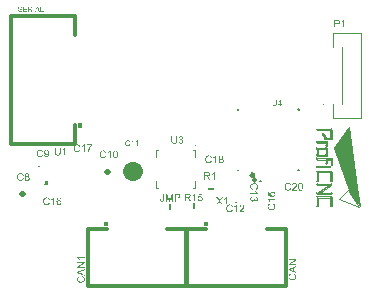
<source format=gto>
G04*
G04 #@! TF.GenerationSoftware,Altium Limited,Altium Designer,18.0.8 (490)*
G04*
G04 Layer_Color=65535*
%FSLAX44Y44*%
%MOMM*%
G71*
G01*
G75*
%ADD10C,0.0127*%
%ADD11C,0.1000*%
%ADD12C,0.3048*%
%ADD13C,0.2500*%
%ADD14C,0.0130*%
%ADD15C,0.1500*%
%ADD16C,0.5080*%
%ADD17C,0.1524*%
%ADD18C,1.6002*%
%ADD19C,0.2000*%
%ADD20R,0.1174X0.5265*%
%ADD21R,0.7193X0.1174*%
%ADD22R,0.1174X0.5265*%
%ADD23R,0.1154X0.0734*%
%ADD24R,0.7209X0.1174*%
%ADD25R,0.0587X0.0587*%
%ADD26R,0.1174X0.0587*%
%ADD27R,0.0432X0.0393*%
%ADD28R,0.0077X0.0288*%
%ADD29R,0.0019X0.0732*%
%ADD30R,0.1143X0.0771*%
%ADD31R,0.0876X0.0324*%
%ADD32R,0.0735X0.0567*%
%ADD33R,0.0039X0.0299*%
%ADD34R,0.0356X0.1063*%
%ADD35R,0.0521X0.0883*%
%ADD36R,0.0227X0.0740*%
%ADD37R,0.0168X0.0271*%
%ADD38R,0.0278X0.0228*%
%ADD39R,0.0294X0.1092*%
%ADD40R,0.0304X0.0082*%
%ADD41R,0.0479X0.0922*%
%ADD42R,0.0541X0.0809*%
%ADD43R,0.0484X0.0328*%
%ADD44R,0.0393X0.0104*%
%ADD45R,0.0288X0.0181*%
%ADD46R,0.0732X0.0568*%
%ADD47R,0.0398X0.0221*%
%ADD48R,0.0335X0.0872*%
%ADD49R,0.0572X0.0286*%
%ADD50R,0.0427X0.0300*%
%ADD51R,0.0472X0.0218*%
%ADD52R,0.0497X0.0384*%
%ADD53R,0.0049X0.0274*%
%ADD54R,0.0337X0.0459*%
%ADD55R,0.0043X0.0416*%
%ADD56R,0.0254X0.0212*%
%ADD57R,0.0082X0.0146*%
%ADD58R,0.0323X0.0207*%
%ADD59R,0.0323X0.0218*%
%ADD60R,0.0245X0.0060*%
%ADD61R,0.0126X0.0144*%
%ADD62R,0.0406X0.0331*%
%ADD63R,0.7226X0.1174*%
%ADD64R,0.0055X0.0608*%
%ADD65R,1.3257X0.0530*%
%ADD66R,0.0225X0.1053*%
%ADD67R,0.0122X0.1005*%
%ADD68R,0.0232X0.0193*%
%ADD69R,0.0124X0.0218*%
%ADD70R,0.1524X0.6048*%
%ADD71R,0.1524X0.6048*%
%ADD72R,0.6048X0.1524*%
G36*
X1088855Y1584845D02*
X1088862Y1584845D01*
X1088869Y1584844D01*
X1088872Y1584844D01*
X1088877Y1584844D01*
X1088885Y1584843D01*
X1088894Y1584843D01*
X1088903Y1584842D01*
X1088907Y1584842D01*
X1088907D01*
X1088907Y1584842D01*
X1088908Y1584842D01*
X1088909Y1584841D01*
Y1584841D01*
X1088917Y1584841D01*
X1088933Y1584839D01*
X1088948Y1584836D01*
X1088964Y1584833D01*
X1088972Y1584832D01*
X1088989Y1584828D01*
X1089023Y1584819D01*
X1089056Y1584808D01*
X1089089Y1584795D01*
X1089105Y1584788D01*
X1089111Y1584785D01*
X1089123Y1584779D01*
X1089134Y1584774D01*
X1089145Y1584767D01*
X1089151Y1584764D01*
X1089156Y1584762D01*
X1089165Y1584756D01*
X1089175Y1584750D01*
X1089184Y1584744D01*
X1089189Y1584741D01*
X1089194Y1584738D01*
X1089203Y1584732D01*
X1089212Y1584725D01*
X1089220Y1584719D01*
X1089225Y1584716D01*
X1089229Y1584712D01*
X1089238Y1584705D01*
X1089247Y1584697D01*
X1089256Y1584690D01*
X1089261Y1584686D01*
X1089266Y1584681D01*
X1089275Y1584673D01*
X1089285Y1584663D01*
X1089294Y1584654D01*
X1089298Y1584649D01*
X1089304Y1584643D01*
X1089316Y1584630D01*
X1089327Y1584617D01*
X1089338Y1584604D01*
X1089344Y1584597D01*
X1089367Y1584566D01*
X1089407Y1584499D01*
X1089439Y1584429D01*
X1089463Y1584354D01*
X1089470Y1584316D01*
X1089473Y1584303D01*
X1089476Y1584277D01*
X1089479Y1584250D01*
X1089481Y1584224D01*
X1089482Y1584211D01*
X1089482Y1584208D01*
X1089482Y1584203D01*
X1089482Y1584198D01*
X1089482Y1584193D01*
Y1584191D01*
X1089482Y1576395D01*
X1089482D01*
Y1576394D01*
X1089482D01*
X1089482Y1576387D01*
X1089482Y1576371D01*
X1089481Y1576356D01*
X1089480Y1576341D01*
X1089479Y1576333D01*
Y1576333D01*
X1089476Y1576300D01*
X1089464Y1576235D01*
X1089445Y1576172D01*
X1089419Y1576110D01*
X1089404Y1576081D01*
X1089404Y1576081D01*
X1089396Y1576067D01*
X1089380Y1576040D01*
X1089363Y1576015D01*
X1089345Y1575989D01*
X1089335Y1575977D01*
X1089335Y1575977D01*
X1089330Y1575971D01*
X1089319Y1575958D01*
X1089308Y1575946D01*
X1089297Y1575934D01*
X1089292Y1575928D01*
Y1575928D01*
X1089287Y1575924D01*
X1089278Y1575915D01*
X1089268Y1575906D01*
X1089259Y1575897D01*
X1089254Y1575893D01*
X1089249Y1575889D01*
X1089240Y1575882D01*
X1089231Y1575875D01*
X1089222Y1575867D01*
X1089218Y1575864D01*
X1089213Y1575861D01*
X1089204Y1575854D01*
X1089195Y1575848D01*
X1089185Y1575842D01*
X1089181Y1575839D01*
X1089181D01*
X1089176Y1575836D01*
X1089166Y1575830D01*
X1089157Y1575824D01*
X1089147Y1575818D01*
X1089142Y1575816D01*
X1089142Y1575816D01*
X1089141Y1575815D01*
X1089141Y1575815D01*
X1089140Y1575815D01*
X1089140Y1575815D01*
X1089140D01*
X1089134Y1575812D01*
X1089122Y1575805D01*
X1089110Y1575799D01*
X1089097Y1575793D01*
X1089091Y1575791D01*
X1089091Y1575791D01*
X1089066Y1575780D01*
X1089016Y1575764D01*
X1088964Y1575751D01*
X1088912Y1575743D01*
X1088885Y1575742D01*
X1088885D01*
X1088881Y1575741D01*
X1088874Y1575741D01*
X1088867Y1575741D01*
X1088860Y1575740D01*
X1088856Y1575740D01*
X1088855Y1575740D01*
X1088856Y1575740D01*
X1088855D01*
X1088855Y1575740D01*
X1088855D01*
X1088852Y1575740D01*
X1088849Y1575740D01*
X1088845D01*
X1088855Y1575740D01*
X1088855D01*
X1088851Y1575741D01*
X1088845Y1575740D01*
X1083966D01*
X1083961Y1575740D01*
X1083951Y1575740D01*
X1083942Y1575741D01*
X1083933Y1575741D01*
X1083930Y1575741D01*
X1083931D01*
X1083932Y1575741D01*
X1083932Y1575741D01*
X1083928Y1575741D01*
X1083930Y1575741D01*
X1083930D01*
X1083929Y1575741D01*
X1083928Y1575741D01*
X1083925Y1575742D01*
X1083918Y1575742D01*
X1083911Y1575743D01*
X1083904Y1575743D01*
X1083901Y1575744D01*
Y1575744D01*
X1083900D01*
X1083899Y1575744D01*
X1083899Y1575744D01*
X1083899Y1575744D01*
X1083896Y1575744D01*
X1083890Y1575745D01*
X1083885Y1575746D01*
X1083879Y1575746D01*
X1083876Y1575747D01*
X1083876Y1575747D01*
X1083873Y1575747D01*
X1083868Y1575748D01*
X1083862Y1575749D01*
X1083857Y1575750D01*
X1083854Y1575751D01*
X1083851Y1575751D01*
X1083846Y1575752D01*
X1083841Y1575753D01*
X1083836Y1575754D01*
X1083834Y1575755D01*
X1083831Y1575755D01*
X1083826Y1575757D01*
X1083817Y1575759D01*
X1083814Y1575759D01*
X1083812Y1575760D01*
X1083807Y1575761D01*
X1083797Y1575764D01*
X1083795Y1575765D01*
X1083792Y1575765D01*
X1083783Y1575768D01*
X1083779Y1575770D01*
X1083776Y1575770D01*
X1083774Y1575771D01*
X1083769Y1575773D01*
X1083765Y1575774D01*
X1083760Y1575776D01*
X1083758Y1575777D01*
X1083758Y1575777D01*
X1083756Y1575777D01*
X1083751Y1575779D01*
X1083742Y1575783D01*
X1083739Y1575784D01*
X1083737Y1575784D01*
X1083732Y1575786D01*
X1083727Y1575788D01*
X1083723Y1575790D01*
X1083720Y1575791D01*
Y1575791D01*
X1083718Y1575792D01*
X1083713Y1575795D01*
X1083708Y1575797D01*
X1083703Y1575799D01*
X1083701Y1575800D01*
X1083698Y1575801D01*
X1083693Y1575804D01*
X1083688Y1575806D01*
X1083683Y1575809D01*
X1083680Y1575810D01*
X1083680Y1575810D01*
X1083678Y1575811D01*
X1083672Y1575814D01*
X1083667Y1575817D01*
X1083661Y1575820D01*
X1083658Y1575822D01*
X1083655Y1575823D01*
X1083649Y1575827D01*
X1083643Y1575830D01*
X1083637Y1575834D01*
X1083634Y1575835D01*
X1083631Y1575838D01*
X1083624Y1575842D01*
X1083616Y1575847D01*
X1083609Y1575851D01*
X1083606Y1575854D01*
X1083600Y1575857D01*
X1083590Y1575865D01*
X1083579Y1575873D01*
X1083569Y1575881D01*
X1083564Y1575885D01*
Y1575885D01*
X1083550Y1575896D01*
X1083524Y1575919D01*
X1083499Y1575943D01*
X1083475Y1575969D01*
X1083463Y1575982D01*
X1083463Y1575982D01*
X1083461Y1575985D01*
X1083456Y1575991D01*
X1083450Y1575998D01*
X1083446Y1576004D01*
X1083443Y1576007D01*
X1083441Y1576010D01*
X1083437Y1576015D01*
X1083433Y1576020D01*
X1083430Y1576026D01*
X1083428Y1576028D01*
Y1576028D01*
X1083426Y1576031D01*
X1083423Y1576035D01*
X1083420Y1576040D01*
X1083417Y1576044D01*
X1083415Y1576047D01*
Y1576047D01*
X1083414Y1576049D01*
X1083411Y1576053D01*
X1083408Y1576058D01*
X1083405Y1576062D01*
X1083404Y1576064D01*
X1083403Y1576066D01*
X1083401Y1576069D01*
X1083399Y1576073D01*
X1083396Y1576077D01*
X1083395Y1576079D01*
X1083395Y1576079D01*
X1083395Y1576079D01*
X1083394Y1576080D01*
X1083394Y1576080D01*
X1083394Y1576081D01*
X1083393Y1576083D01*
X1083392Y1576085D01*
X1083391Y1576086D01*
X1083391Y1576087D01*
X1083390Y1576088D01*
X1083389Y1576090D01*
X1083388Y1576093D01*
X1083386Y1576095D01*
X1083386Y1576096D01*
X1083386Y1576095D01*
X1083386Y1576095D01*
X1083386Y1576095D01*
X1083386Y1576095D01*
X1083386Y1576095D01*
X1083386Y1576095D01*
X1083386Y1576095D01*
X1083386Y1576096D01*
X1083386Y1576096D01*
X1083385Y1576096D01*
X1083385Y1576097D01*
X1081424Y1580002D01*
Y1580002D01*
X1081424Y1580002D01*
X1081424Y1580003D01*
X1081423Y1580004D01*
X1081423Y1580004D01*
X1081423Y1580004D01*
X1081413Y1580026D01*
X1081396Y1580071D01*
X1081382Y1580118D01*
X1081371Y1580166D01*
X1081368Y1580190D01*
Y1580190D01*
X1081367Y1580197D01*
X1081366Y1580210D01*
X1081364Y1580223D01*
X1081363Y1580236D01*
X1081363Y1580242D01*
X1081362Y1580249D01*
X1081362Y1580261D01*
X1081362Y1580273D01*
X1081362Y1580286D01*
X1081362Y1580292D01*
X1081362Y1580298D01*
X1081362Y1580311D01*
X1081363Y1580325D01*
X1081364Y1580338D01*
X1081365Y1580344D01*
X1081365Y1580344D01*
X1081365Y1580352D01*
X1081367Y1580368D01*
X1081369Y1580383D01*
X1081372Y1580399D01*
X1081373Y1580406D01*
X1081373D01*
X1081382Y1580451D01*
X1081411Y1580538D01*
X1081451Y1580620D01*
X1081501Y1580696D01*
X1081531Y1580730D01*
X1081531Y1580730D01*
X1081531Y1580730D01*
X1081551Y1580753D01*
X1081595Y1580795D01*
X1081643Y1580833D01*
X1081694Y1580866D01*
X1081721Y1580880D01*
X1081724Y1580882D01*
X1081724Y1580882D01*
X1081745Y1580892D01*
X1081790Y1580909D01*
X1081835Y1580922D01*
X1081882Y1580933D01*
X1081905Y1580936D01*
X1081912Y1580937D01*
X1081925Y1580939D01*
X1081938Y1580940D01*
X1081951Y1580941D01*
X1081957Y1580942D01*
X1081964Y1580942D01*
X1081976Y1580943D01*
X1081988Y1580943D01*
X1082001Y1580943D01*
X1082007Y1580943D01*
X1082013Y1580943D01*
X1082027Y1580943D01*
X1082039Y1580942D01*
X1082053Y1580941D01*
X1082059Y1580941D01*
X1082067Y1580940D01*
X1082082Y1580938D01*
X1082098Y1580936D01*
X1082113Y1580934D01*
X1082121Y1580933D01*
X1082121D01*
X1082167Y1580924D01*
X1082256Y1580895D01*
X1082340Y1580854D01*
X1082418Y1580802D01*
X1082453Y1580771D01*
Y1580771D01*
D01*
X1082453Y1580771D01*
D01*
X1082453Y1580771D01*
Y1580771D01*
X1082453D01*
X1082453Y1580771D01*
Y1580771D01*
X1082453Y1580771D01*
X1082476Y1580751D01*
X1082517Y1580708D01*
X1082553Y1580660D01*
X1082586Y1580610D01*
X1082600Y1580584D01*
X1082600Y1580583D01*
X1082600Y1580583D01*
X1082600Y1580583D01*
X1082600D01*
X1082601Y1580581D01*
X1084360Y1577048D01*
X1088191D01*
X1088191Y1583536D01*
X1077142D01*
X1077142Y1583536D01*
X1077120Y1583536D01*
X1077078Y1583539D01*
X1077035Y1583545D01*
X1076994Y1583554D01*
X1076973Y1583559D01*
X1076973D01*
X1076967Y1583561D01*
X1076956Y1583564D01*
X1076945Y1583568D01*
X1076934Y1583571D01*
X1076929Y1583573D01*
X1076929D01*
X1076924Y1583575D01*
X1076914Y1583579D01*
X1076904Y1583583D01*
X1076894Y1583587D01*
X1076889Y1583589D01*
X1076884Y1583591D01*
X1076874Y1583595D01*
X1076865Y1583600D01*
X1076855Y1583604D01*
X1076850Y1583607D01*
X1076850D01*
X1076845Y1583609D01*
X1076835Y1583615D01*
X1076825Y1583620D01*
X1076815Y1583626D01*
X1076811Y1583629D01*
X1076810Y1583629D01*
X1076804Y1583633D01*
X1076792Y1583640D01*
X1076781Y1583648D01*
X1076769Y1583656D01*
X1076763Y1583660D01*
X1076763D01*
X1076736Y1583680D01*
X1076685Y1583725D01*
X1076639Y1583775D01*
X1076598Y1583829D01*
X1076581Y1583858D01*
X1076581Y1583859D01*
X1076580Y1583860D01*
X1076580Y1583860D01*
X1076577Y1583865D01*
X1076571Y1583875D01*
X1076566Y1583885D01*
X1076560Y1583895D01*
X1076558Y1583900D01*
X1076558Y1583900D01*
X1076555Y1583905D01*
X1076551Y1583914D01*
X1076546Y1583924D01*
X1076542Y1583933D01*
X1076540Y1583938D01*
Y1583938D01*
X1076538Y1583943D01*
X1076534Y1583952D01*
X1076530Y1583962D01*
X1076526Y1583972D01*
X1076525Y1583977D01*
X1076523Y1583982D01*
X1076519Y1583993D01*
X1076516Y1584004D01*
X1076513Y1584014D01*
X1076511Y1584020D01*
X1076509Y1584027D01*
X1076505Y1584041D01*
X1076502Y1584056D01*
X1076499Y1584070D01*
X1076498Y1584077D01*
Y1584077D01*
X1076495Y1584091D01*
X1076491Y1584120D01*
X1076489Y1584148D01*
X1076488Y1584176D01*
Y1584211D01*
X1076490Y1584252D01*
X1076496Y1584293D01*
X1076504Y1584333D01*
X1076509Y1584353D01*
X1076509Y1584354D01*
X1076509Y1584354D01*
X1076509Y1584355D01*
X1076509Y1584355D01*
X1076509Y1584355D01*
X1076511Y1584361D01*
X1076514Y1584372D01*
X1076518Y1584384D01*
X1076521Y1584395D01*
X1076523Y1584400D01*
X1076525Y1584405D01*
X1076529Y1584415D01*
X1076532Y1584425D01*
X1076536Y1584435D01*
X1076538Y1584440D01*
X1076538Y1584440D01*
X1076539Y1584440D01*
X1076539Y1584441D01*
X1076539Y1584441D01*
X1076539Y1584441D01*
X1076541Y1584446D01*
X1076545Y1584455D01*
X1076549Y1584464D01*
X1076554Y1584473D01*
X1076556Y1584477D01*
Y1584477D01*
X1076558Y1584483D01*
X1076564Y1584493D01*
X1076569Y1584503D01*
X1076575Y1584513D01*
X1076578Y1584517D01*
X1076578Y1584518D01*
X1076581Y1584523D01*
X1076588Y1584535D01*
X1076595Y1584546D01*
X1076603Y1584557D01*
X1076607Y1584563D01*
X1076607Y1584563D01*
X1076607Y1584563D01*
X1076608Y1584564D01*
X1076608Y1584564D01*
X1076628Y1584593D01*
X1076675Y1584646D01*
X1076726Y1584693D01*
X1076783Y1584736D01*
X1076813Y1584754D01*
X1076813Y1584754D01*
X1076818Y1584756D01*
X1076827Y1584762D01*
X1076837Y1584767D01*
X1076847Y1584773D01*
X1076852Y1584775D01*
X1076852Y1584775D01*
X1076857Y1584778D01*
X1076866Y1584782D01*
X1076876Y1584786D01*
X1076885Y1584791D01*
X1076890Y1584793D01*
X1076895Y1584795D01*
X1076904Y1584799D01*
X1076914Y1584803D01*
X1076924Y1584806D01*
X1076929Y1584808D01*
X1076929Y1584808D01*
X1076930Y1584808D01*
X1076930Y1584808D01*
X1076930Y1584809D01*
X1076931Y1584809D01*
X1076936Y1584810D01*
X1076946Y1584814D01*
X1076957Y1584817D01*
X1076968Y1584820D01*
X1076973Y1584822D01*
X1076973Y1584822D01*
X1076981Y1584824D01*
X1076996Y1584828D01*
X1077011Y1584831D01*
X1077026Y1584834D01*
X1077034Y1584835D01*
Y1584836D01*
X1077047Y1584838D01*
X1077073Y1584841D01*
X1077100Y1584843D01*
X1077126Y1584845D01*
X1077140Y1584845D01*
X1077141Y1584845D01*
X1077141D01*
X1077141Y1584845D01*
X1077142D01*
X1088845Y1584845D01*
X1088845Y1584845D01*
X1088848Y1584845D01*
X1088855Y1584845D01*
D02*
G37*
G36*
X1088907Y1584842D02*
X1088907D01*
X1088907D01*
X1088907D01*
D02*
G37*
G36*
X1088908Y1584842D02*
X1088908D01*
X1088907Y1584842D01*
D01*
X1088908Y1584842D01*
D02*
G37*
G36*
X1082600Y1580583D02*
X1082601Y1580582D01*
X1082601Y1580582D01*
X1082600Y1580583D01*
X1082600Y1580583D01*
D01*
X1082600Y1580583D01*
D02*
G37*
G36*
X1083386Y1576096D02*
X1083386Y1576096D01*
X1083386Y1576096D01*
X1083386Y1576096D01*
D02*
G37*
G36*
X1083386Y1576096D02*
X1083386Y1576096D01*
X1083386Y1576096D01*
X1083386Y1576096D01*
D02*
G37*
G36*
X1088855Y1575740D02*
X1088855D01*
X1088855D01*
X1088855D01*
D02*
G37*
G36*
X1077112Y1574199D02*
X1077111Y1574200D01*
X1077113D01*
X1077116Y1574200D01*
X1077120Y1574200D01*
X1077125D01*
X1077112Y1574199D01*
D02*
G37*
G36*
X1084949Y1574200D02*
X1084955Y1574199D01*
X1084962Y1574199D01*
X1084966Y1574199D01*
X1084966Y1574199D01*
X1084979Y1574198D01*
X1084988Y1574198D01*
X1084997Y1574197D01*
X1085002Y1574196D01*
X1085012Y1574195D01*
X1085032Y1574193D01*
X1085053Y1574189D01*
X1085073Y1574185D01*
X1085083Y1574183D01*
Y1574182D01*
X1085083Y1574183D01*
X1085097Y1574179D01*
X1085124Y1574171D01*
X1085151Y1574162D01*
X1085178Y1574152D01*
X1085191Y1574146D01*
X1085196Y1574144D01*
X1085208Y1574138D01*
X1085219Y1574132D01*
X1085231Y1574126D01*
X1085236Y1574124D01*
Y1574124D01*
X1085241Y1574121D01*
X1085251Y1574115D01*
X1085261Y1574110D01*
X1085270Y1574104D01*
X1085275Y1574101D01*
X1085279Y1574098D01*
X1085289Y1574092D01*
X1085298Y1574085D01*
X1085306Y1574079D01*
X1085311Y1574076D01*
X1085315Y1574072D01*
X1085324Y1574065D01*
X1085333Y1574058D01*
X1085342Y1574051D01*
X1085347Y1574047D01*
Y1574047D01*
X1085351Y1574043D01*
X1085361Y1574035D01*
X1085370Y1574026D01*
X1085379Y1574017D01*
X1085384Y1574013D01*
X1085384Y1574013D01*
X1085389Y1574007D01*
X1085400Y1573995D01*
X1085411Y1573983D01*
X1085422Y1573971D01*
X1085427Y1573965D01*
Y1573965D01*
X1085439Y1573950D01*
X1085462Y1573918D01*
X1085483Y1573885D01*
X1085502Y1573850D01*
X1085510Y1573833D01*
X1085510Y1573833D01*
X1085525Y1573802D01*
X1085548Y1573738D01*
X1085564Y1573671D01*
X1085574Y1573604D01*
X1085575Y1573570D01*
X1085575D01*
X1085575Y1573570D01*
X1085575Y1573561D01*
X1085575Y1573548D01*
Y1570630D01*
X1085575Y1570628D01*
Y1570627D01*
Y1570627D01*
X1085575Y1570627D01*
Y1570626D01*
X1085575Y1570618D01*
X1085575Y1570613D01*
X1085575Y1570611D01*
X1085575Y1570611D01*
X1085575Y1570612D01*
X1085575Y1570614D01*
X1085575Y1570616D01*
X1085575Y1570624D01*
X1085575Y1570625D01*
X1085575Y1570627D01*
X1085575Y1570627D01*
X1085575Y1570628D01*
Y1570630D01*
X1085575Y1570624D01*
X1085575Y1570623D01*
X1085575Y1570621D01*
X1085575Y1570620D01*
X1085575Y1570619D01*
X1085575Y1570616D01*
D01*
X1085575Y1570606D01*
X1085575Y1570607D01*
X1085575Y1570609D01*
Y1570609D01*
X1085575Y1570609D01*
X1085575Y1570611D01*
Y1570610D01*
X1085575Y1570609D01*
X1085575Y1570606D01*
X1085575Y1570602D01*
X1085575Y1570599D01*
X1085575Y1570600D01*
X1085575Y1570596D01*
X1085575Y1570594D01*
X1085574Y1570590D01*
X1085574Y1570586D01*
X1085574Y1570582D01*
X1085574Y1570580D01*
X1085574Y1570574D01*
X1085573Y1570570D01*
X1085573Y1570566D01*
X1085573Y1570564D01*
X1085573Y1570564D01*
X1085573Y1570564D01*
X1085573Y1570563D01*
X1085573Y1570563D01*
X1085573Y1570562D01*
X1085573Y1570562D01*
X1085572Y1570560D01*
X1085572Y1570556D01*
X1085571Y1570551D01*
X1085571Y1570547D01*
X1085571Y1570544D01*
X1085570Y1570542D01*
X1085570Y1570537D01*
X1085569Y1570532D01*
X1085568Y1570527D01*
X1085568Y1570525D01*
X1085567Y1570518D01*
X1085566Y1570513D01*
X1085565Y1570508D01*
X1085565Y1570505D01*
X1085564Y1570503D01*
X1085564Y1570497D01*
X1085563Y1570492D01*
X1085562Y1570487D01*
X1085561Y1570484D01*
X1085560Y1570482D01*
X1085559Y1570476D01*
X1085558Y1570471D01*
X1085557Y1570466D01*
X1085556Y1570463D01*
X1085555Y1570460D01*
X1085554Y1570454D01*
X1085553Y1570448D01*
X1085551Y1570443D01*
X1085550Y1570440D01*
X1085549Y1570437D01*
X1085547Y1570430D01*
X1085544Y1570418D01*
X1085543Y1570415D01*
X1085542Y1570412D01*
X1085539Y1570405D01*
X1085537Y1570398D01*
X1085535Y1570391D01*
X1085533Y1570388D01*
X1085533D01*
X1085532Y1570384D01*
X1085529Y1570377D01*
X1085526Y1570370D01*
X1085523Y1570362D01*
X1085522Y1570358D01*
X1085522Y1570358D01*
X1085520Y1570354D01*
X1085516Y1570346D01*
X1085512Y1570338D01*
X1085508Y1570329D01*
X1085506Y1570325D01*
X1085506Y1570325D01*
X1085506Y1570325D01*
X1085506Y1570325D01*
X1085506Y1570324D01*
X1085506Y1570324D01*
X1085506Y1570324D01*
X1085503Y1570319D01*
X1085499Y1570310D01*
X1085494Y1570301D01*
X1085489Y1570293D01*
X1085486Y1570288D01*
X1085483Y1570283D01*
X1085477Y1570272D01*
X1085470Y1570262D01*
X1085463Y1570251D01*
X1085460Y1570246D01*
Y1570246D01*
X1085455Y1570239D01*
X1085446Y1570227D01*
X1085436Y1570214D01*
X1085426Y1570202D01*
X1085421Y1570195D01*
X1085414Y1570186D01*
X1085397Y1570169D01*
X1085381Y1570152D01*
X1085363Y1570135D01*
X1085354Y1570128D01*
X1085354Y1570128D01*
X1085354D01*
X1085330Y1570107D01*
X1085278Y1570070D01*
X1085223Y1570039D01*
X1085165Y1570014D01*
X1085135Y1570004D01*
X1085135Y1570004D01*
X1085130Y1570003D01*
X1085119Y1570000D01*
X1085108Y1569997D01*
X1085098Y1569994D01*
X1085092Y1569993D01*
X1085088Y1569991D01*
X1085080Y1569990D01*
X1085071Y1569988D01*
X1085063Y1569986D01*
X1085058Y1569985D01*
X1085055Y1569985D01*
X1085048Y1569983D01*
X1085041Y1569982D01*
X1085033Y1569981D01*
X1085030Y1569981D01*
X1085027Y1569980D01*
X1085020Y1569979D01*
X1085014Y1569978D01*
X1085007Y1569978D01*
X1085004Y1569978D01*
X1085004Y1569977D01*
X1084997Y1569977D01*
X1084998Y1569977D01*
X1085000Y1569977D01*
X1085002Y1569977D01*
X1085003Y1569977D01*
X1085004Y1569977D01*
X1085004Y1569978D01*
X1085001Y1569977D01*
X1084996Y1569977D01*
X1084990Y1569976D01*
X1084984Y1569976D01*
X1084981Y1569976D01*
X1084981Y1569975D01*
X1084979Y1569975D01*
X1084974Y1569975D01*
X1084968Y1569975D01*
X1084963Y1569975D01*
X1084960Y1569975D01*
X1084960D01*
X1084959Y1569975D01*
X1084959Y1569975D01*
X1084958Y1569975D01*
X1084960Y1569975D01*
X1084958Y1569975D01*
X1084953Y1569974D01*
X1084949Y1569974D01*
X1084944Y1569974D01*
X1084942D01*
X1084942Y1569974D01*
X1084941Y1569974D01*
X1084942D01*
Y1569974D01*
X1084942Y1569974D01*
X1084940Y1569974D01*
X1084939Y1569974D01*
X1084939Y1569974D01*
X1084939D01*
X1084977Y1569975D01*
X1084981Y1569976D01*
X1084893D01*
X1084892Y1569976D01*
X1084890Y1569976D01*
X1084889Y1569976D01*
X1084887Y1569976D01*
X1084886Y1569977D01*
X1084884D01*
X1084884Y1569976D01*
X1084883D01*
X1084882Y1569977D01*
X1084881Y1569977D01*
X1084878Y1569977D01*
X1084878Y1569977D01*
X1084880Y1569977D01*
X1084879Y1569977D01*
X1084878Y1569977D01*
X1084878Y1569977D01*
X1084878Y1569977D01*
X1084877Y1569977D01*
X1084877D01*
X1084877Y1569977D01*
X1084878Y1569977D01*
X1084877Y1569977D01*
X1084875Y1569977D01*
X1084873Y1569977D01*
X1084871Y1569978D01*
X1084870Y1569978D01*
X1084870Y1569978D01*
X1084869D01*
X1084868Y1569978D01*
X1084866Y1569978D01*
X1084865Y1569978D01*
X1084877Y1569977D01*
X1084876Y1569977D01*
X1084872Y1569977D01*
X1084868Y1569978D01*
X1084864Y1569978D01*
X1084862Y1569978D01*
X1084862Y1569978D01*
X1084862Y1569978D01*
X1084861Y1569978D01*
X1084859Y1569979D01*
X1084857Y1569979D01*
X1084855Y1569979D01*
X1084854Y1569980D01*
X1084853D01*
X1084851Y1569980D01*
X1084849Y1569980D01*
X1084848Y1569980D01*
X1084862Y1569978D01*
X1084862Y1569978D01*
X1084862D01*
X1084862Y1569978D01*
X1084860Y1569978D01*
X1084852Y1569979D01*
X1084848Y1569980D01*
X1084846Y1569980D01*
X1084845Y1569980D01*
X1084845Y1569980D01*
X1084846Y1569980D01*
X1084847Y1569980D01*
X1084848Y1569980D01*
X1084844Y1569980D01*
X1084843Y1569980D01*
X1084842Y1569981D01*
X1084840Y1569981D01*
X1084838Y1569982D01*
X1084837Y1569982D01*
X1084836Y1569982D01*
X1084834Y1569982D01*
X1084832Y1569982D01*
X1084832Y1569982D01*
X1084842Y1569981D01*
X1084844Y1569980D01*
X1084844Y1569980D01*
X1084842Y1569981D01*
X1084838Y1569981D01*
X1084835Y1569982D01*
X1084831Y1569982D01*
X1084830Y1569982D01*
X1084830Y1569982D01*
X1084829Y1569982D01*
X1084830Y1569982D01*
X1084832Y1569982D01*
X1084829Y1569982D01*
X1084827Y1569983D01*
X1084822Y1569984D01*
X1084818Y1569984D01*
X1084813Y1569985D01*
X1084811Y1569986D01*
X1084811Y1569986D01*
X1084809Y1569986D01*
X1084804Y1569987D01*
X1084799Y1569988D01*
X1084795Y1569989D01*
X1084792Y1569989D01*
X1084790Y1569990D01*
X1084785Y1569991D01*
X1084775Y1569993D01*
X1084773Y1569994D01*
X1084765Y1569996D01*
X1084760Y1569997D01*
X1084755Y1569998D01*
X1084753Y1569999D01*
X1084750Y1570000D01*
X1084745Y1570001D01*
X1084734Y1570004D01*
X1084731Y1570005D01*
X1084731Y1570005D01*
X1084728Y1570006D01*
X1084722Y1570008D01*
X1084710Y1570012D01*
X1084707Y1570013D01*
X1084707Y1570013D01*
X1084704Y1570014D01*
X1084698Y1570017D01*
X1084691Y1570019D01*
X1084685Y1570022D01*
X1084681Y1570023D01*
X1084681Y1570023D01*
X1084678Y1570024D01*
X1084670Y1570027D01*
X1084663Y1570031D01*
X1084656Y1570034D01*
X1084652Y1570036D01*
X1084652Y1570035D01*
X1084648Y1570037D01*
X1084640Y1570041D01*
X1084632Y1570045D01*
X1084624Y1570050D01*
X1084620Y1570052D01*
X1084620Y1570052D01*
X1084615Y1570054D01*
X1084604Y1570060D01*
X1084594Y1570066D01*
X1084585Y1570072D01*
X1084580Y1570075D01*
X1084572Y1570080D01*
X1084557Y1570090D01*
X1084541Y1570101D01*
X1084527Y1570112D01*
X1084520Y1570118D01*
X1084520D01*
X1084499Y1570135D01*
X1084461Y1570171D01*
X1084427Y1570210D01*
X1084395Y1570253D01*
X1084382Y1570275D01*
X1084382Y1570275D01*
X1084379Y1570280D01*
X1084373Y1570290D01*
X1084367Y1570300D01*
X1084361Y1570310D01*
X1084359Y1570315D01*
X1084357Y1570319D01*
X1084352Y1570327D01*
X1084349Y1570336D01*
X1084345Y1570344D01*
X1084343Y1570348D01*
X1084341Y1570352D01*
X1084338Y1570359D01*
X1084335Y1570366D01*
X1084332Y1570374D01*
X1084331Y1570377D01*
X1084329Y1570380D01*
X1084327Y1570387D01*
X1084324Y1570393D01*
X1084321Y1570403D01*
X1084321Y1570403D01*
X1084320Y1570406D01*
X1084318Y1570412D01*
X1084316Y1570418D01*
X1084314Y1570424D01*
X1084313Y1570427D01*
X1084312Y1570430D01*
X1084311Y1570435D01*
X1084309Y1570441D01*
X1084308Y1570446D01*
X1084307Y1570449D01*
X1084306Y1570451D01*
X1084305Y1570456D01*
X1084304Y1570461D01*
X1084303Y1570466D01*
X1084302Y1570469D01*
X1084301Y1570471D01*
X1084300Y1570476D01*
X1084299Y1570481D01*
X1084298Y1570486D01*
X1084298Y1570489D01*
X1084297Y1570491D01*
X1084296Y1570496D01*
X1084295Y1570500D01*
X1084295Y1570505D01*
X1084294Y1570507D01*
X1084294Y1570509D01*
X1084293Y1570514D01*
X1084292Y1570518D01*
X1084292Y1570523D01*
X1084291Y1570525D01*
X1084291Y1570525D01*
X1084291Y1570526D01*
X1084291Y1570525D01*
X1084291Y1570526D01*
X1084291Y1570534D01*
X1084289Y1570542D01*
X1084289Y1570542D01*
X1084289Y1570550D01*
X1084289D01*
X1084287Y1570558D01*
X1084287Y1570558D01*
X1084287Y1570559D01*
Y1570559D01*
X1084287Y1570560D01*
X1084287Y1570564D01*
X1084286Y1570568D01*
X1084286Y1570572D01*
X1084286Y1570574D01*
X1084286Y1570573D01*
X1084286Y1570573D01*
X1084286Y1570574D01*
X1084286Y1570575D01*
Y1570574D01*
X1084286Y1570576D01*
X1084286Y1570575D01*
X1084286Y1570582D01*
X1084285Y1570589D01*
X1084285Y1570589D01*
X1084285Y1570590D01*
Y1570591D01*
X1084285Y1570589D01*
X1084285D01*
X1084285Y1570593D01*
Y1570592D01*
X1084285Y1570591D01*
X1084285Y1570591D01*
X1084285Y1570595D01*
X1084284Y1570603D01*
Y1570603D01*
X1084284Y1570604D01*
X1084284Y1570605D01*
X1084284Y1570610D01*
X1084284Y1570617D01*
Y1570619D01*
Y1570619D01*
D01*
Y1570619D01*
X1084284Y1570608D01*
X1084285Y1570612D01*
X1084284Y1570619D01*
X1084285Y1570620D01*
X1084285Y1570620D01*
X1084284Y1570623D01*
X1084284Y1570624D01*
X1084284Y1570625D01*
X1084284Y1570626D01*
X1084284Y1570627D01*
X1084284Y1570627D01*
X1084284D01*
X1084284Y1570627D01*
Y1572891D01*
X1077125D01*
X1077124Y1572891D01*
X1077124Y1572891D01*
X1077123D01*
X1077120D01*
X1077114Y1572891D01*
X1077108Y1572892D01*
X1077102Y1572892D01*
X1077099Y1572892D01*
X1077098Y1572892D01*
X1077099Y1572892D01*
D01*
D01*
X1077100Y1572892D01*
X1077100D01*
X1077100D01*
X1077100D01*
X1077100Y1572892D01*
X1077099D01*
X1077099Y1572892D01*
D01*
X1077099Y1572892D01*
X1077098Y1572892D01*
X1077097Y1572892D01*
X1077097Y1572892D01*
X1077097Y1572892D01*
X1077098Y1572892D01*
X1077097Y1572892D01*
X1077093Y1572892D01*
X1077084Y1572892D01*
X1077075Y1572893D01*
X1077066Y1572894D01*
X1077061Y1572894D01*
X1077062D01*
X1077051Y1572896D01*
X1077031Y1572898D01*
X1077010Y1572902D01*
X1076990Y1572906D01*
X1076980Y1572908D01*
X1076980D01*
X1076966Y1572912D01*
X1076939Y1572919D01*
X1076912Y1572928D01*
X1076886Y1572939D01*
X1076872Y1572945D01*
X1076867Y1572947D01*
X1076855Y1572953D01*
X1076844Y1572958D01*
X1076832Y1572964D01*
X1076827Y1572967D01*
X1076827D01*
X1076822Y1572970D01*
X1076812Y1572975D01*
X1076802Y1572981D01*
X1076793Y1572987D01*
X1076788Y1572990D01*
X1076784Y1572993D01*
X1076775Y1572999D01*
X1076766Y1573006D01*
X1076757Y1573012D01*
X1076752Y1573015D01*
X1076752Y1573015D01*
X1076748Y1573018D01*
X1076739Y1573026D01*
X1076730Y1573033D01*
X1076721Y1573040D01*
X1076717Y1573044D01*
X1076712Y1573048D01*
X1076702Y1573056D01*
X1076693Y1573065D01*
X1076684Y1573074D01*
X1076680Y1573078D01*
X1076674Y1573084D01*
X1076663Y1573096D01*
X1076652Y1573107D01*
X1076641Y1573120D01*
X1076636Y1573126D01*
X1076624Y1573141D01*
X1076601Y1573173D01*
X1076580Y1573206D01*
X1076561Y1573240D01*
X1076553Y1573258D01*
X1076538Y1573289D01*
X1076515Y1573353D01*
X1076499Y1573419D01*
X1076489Y1573487D01*
X1076488Y1573521D01*
Y1573521D01*
X1076488Y1573524D01*
X1076488Y1573530D01*
X1076488Y1573536D01*
X1076488Y1573542D01*
Y1573545D01*
X1076488Y1573555D01*
X1076488Y1573573D01*
X1076489Y1573591D01*
X1076490Y1573609D01*
X1076491Y1573618D01*
X1076491D01*
X1076496Y1573660D01*
X1076516Y1573744D01*
X1076547Y1573824D01*
X1076588Y1573900D01*
X1076613Y1573935D01*
X1076613Y1573935D01*
X1076619Y1573943D01*
X1076630Y1573958D01*
X1076642Y1573972D01*
X1076655Y1573986D01*
X1076661Y1573993D01*
X1076661Y1573994D01*
X1076662Y1573994D01*
X1076662Y1573995D01*
X1076662Y1573995D01*
X1076667Y1574000D01*
X1076676Y1574010D01*
X1076686Y1574019D01*
X1076696Y1574029D01*
X1076701Y1574033D01*
Y1574033D01*
X1076705Y1574037D01*
X1076714Y1574045D01*
X1076723Y1574053D01*
X1076732Y1574060D01*
X1076737Y1574064D01*
X1076741Y1574067D01*
X1076749Y1574074D01*
X1076758Y1574080D01*
X1076767Y1574086D01*
X1076772Y1574090D01*
X1076772Y1574090D01*
X1076776Y1574093D01*
X1076785Y1574099D01*
X1076794Y1574105D01*
X1076804Y1574110D01*
X1076808Y1574113D01*
Y1574113D01*
X1076813Y1574116D01*
X1076823Y1574122D01*
X1076833Y1574127D01*
X1076843Y1574132D01*
X1076848Y1574135D01*
X1076848Y1574135D01*
X1076849Y1574135D01*
X1076849Y1574135D01*
X1076850Y1574135D01*
X1076850Y1574135D01*
X1076857Y1574139D01*
X1076870Y1574145D01*
X1076884Y1574151D01*
X1076898Y1574157D01*
X1076905Y1574160D01*
Y1574160D01*
X1076905Y1574160D01*
X1076906Y1574160D01*
X1076906Y1574160D01*
X1076907Y1574160D01*
X1076907Y1574160D01*
X1076928Y1574168D01*
X1076971Y1574181D01*
X1077014Y1574190D01*
X1077058Y1574196D01*
X1077080Y1574198D01*
X1077080D01*
X1077084Y1574198D01*
X1077092Y1574199D01*
X1077100Y1574199D01*
X1077107Y1574199D01*
X1077111Y1574200D01*
Y1574199D01*
X1077112Y1574199D01*
X1077118Y1574199D01*
X1077125Y1574200D01*
X1084942D01*
X1084949Y1574200D01*
D02*
G37*
G36*
X1084284Y1570623D02*
X1084284Y1570623D01*
X1084284Y1570622D01*
X1084284Y1570621D01*
Y1570621D01*
Y1570619D01*
X1084284Y1570620D01*
X1084284Y1570621D01*
X1084284Y1570627D01*
X1084284Y1570623D01*
D02*
G37*
G36*
X1085575Y1570599D02*
X1085575Y1570597D01*
X1085575Y1570596D01*
X1085575Y1570598D01*
X1085575Y1570599D01*
Y1570599D01*
D02*
G37*
G36*
X1084286Y1570576D02*
X1084286Y1570576D01*
X1084286Y1570580D01*
X1084285Y1570584D01*
X1084285Y1570588D01*
X1084285Y1570589D01*
X1084286Y1570576D01*
D02*
G37*
G36*
X1084289Y1570542D02*
X1084289D01*
X1084289Y1570542D01*
X1084289Y1570542D01*
X1084289Y1570544D01*
X1084288Y1570552D01*
X1084287Y1570556D01*
X1084287Y1570558D01*
X1084289Y1570542D01*
D02*
G37*
G36*
D02*
Y1570542D01*
Y1570542D01*
D01*
D02*
G37*
G36*
X1084291Y1570526D02*
X1084291Y1570526D01*
X1084291Y1570527D01*
X1084290Y1570531D01*
X1084290Y1570536D01*
X1084289Y1570540D01*
X1084289Y1570542D01*
X1084291Y1570526D01*
D02*
G37*
G36*
X1084845Y1569980D02*
X1084844Y1569980D01*
X1084844Y1569980D01*
X1084845Y1569980D01*
D02*
G37*
G36*
X1084880Y1569977D02*
X1084881Y1569977D01*
X1084893Y1569975D01*
X1084891Y1569976D01*
X1084887Y1569976D01*
X1084884Y1569976D01*
X1084880Y1569977D01*
X1084880Y1569977D01*
X1084880Y1569977D01*
D02*
G37*
G36*
X1084897Y1569975D02*
X1084901Y1569975D01*
Y1569975D01*
X1084906Y1569975D01*
X1084907D01*
X1084908Y1569975D01*
X1084908D01*
X1084908D01*
X1084908D01*
X1084906Y1569975D01*
X1084905Y1569975D01*
X1084898Y1569975D01*
X1084895Y1569975D01*
X1084893Y1569976D01*
X1084897Y1569975D01*
D02*
G37*
G36*
X1084923Y1569974D02*
X1084924Y1569974D01*
X1084930Y1569975D01*
X1084938Y1569974D01*
X1084936Y1569974D01*
X1084932Y1569974D01*
X1084929Y1569974D01*
X1084925Y1569974D01*
X1084923Y1569974D01*
X1084921Y1569974D01*
X1084917Y1569975D01*
X1084914Y1569975D01*
X1084910Y1569975D01*
X1084909Y1569975D01*
X1084908D01*
Y1569975D01*
X1084908Y1569975D01*
X1084908D01*
X1084908Y1569975D01*
X1084909Y1569975D01*
X1084911D01*
X1084916Y1569975D01*
X1084923Y1569974D01*
D02*
G37*
G36*
X1084938Y1569974D02*
X1084939Y1569974D01*
X1084939D01*
X1084938Y1569974D01*
D02*
G37*
G36*
D02*
X1084938Y1569974D01*
X1084938D01*
X1084938Y1569974D01*
D02*
G37*
G36*
X1084941D02*
X1084941Y1569974D01*
X1084940Y1569974D01*
X1084941D01*
X1084941Y1569974D01*
D02*
G37*
G36*
X1076662Y1559862D02*
X1076662Y1559863D01*
X1076662Y1559863D01*
X1076662Y1559862D01*
D02*
G37*
G36*
X1076662Y1559862D02*
X1076661Y1559862D01*
X1076661Y1559862D01*
X1076662Y1559862D01*
X1076662Y1559862D01*
D02*
G37*
G36*
X1084362Y1560069D02*
X1084365Y1560068D01*
X1089331Y1560068D01*
X1089352D01*
X1089395Y1560065D01*
X1089437Y1560059D01*
X1089479Y1560051D01*
X1089500Y1560045D01*
X1089500Y1560045D01*
X1089505Y1560043D01*
X1089516Y1560040D01*
X1089527Y1560037D01*
X1089538Y1560033D01*
X1089544Y1560031D01*
X1089544D01*
X1089549Y1560029D01*
X1089559Y1560026D01*
X1089569Y1560022D01*
X1089579Y1560018D01*
X1089584Y1560015D01*
X1089588Y1560013D01*
X1089598Y1560009D01*
X1089608Y1560004D01*
X1089617Y1560000D01*
X1089622Y1559997D01*
X1089627Y1559995D01*
X1089637Y1559989D01*
X1089647Y1559984D01*
X1089657Y1559978D01*
X1089662Y1559975D01*
X1089668Y1559971D01*
X1089680Y1559964D01*
X1089692Y1559956D01*
X1089704Y1559948D01*
X1089709Y1559944D01*
X1089737Y1559924D01*
X1089788Y1559879D01*
X1089834Y1559828D01*
X1089875Y1559773D01*
X1089893Y1559744D01*
Y1559744D01*
X1089896Y1559739D01*
X1089902Y1559729D01*
X1089907Y1559719D01*
X1089912Y1559709D01*
X1089915Y1559704D01*
X1089915D01*
X1089917Y1559699D01*
X1089922Y1559690D01*
X1089926Y1559681D01*
X1089931Y1559671D01*
X1089933Y1559666D01*
X1089933Y1559666D01*
X1089935Y1559662D01*
X1089939Y1559652D01*
X1089942Y1559642D01*
X1089946Y1559632D01*
X1089948Y1559627D01*
X1089948Y1559627D01*
X1089950Y1559622D01*
X1089953Y1559611D01*
X1089957Y1559601D01*
X1089960Y1559590D01*
X1089962Y1559584D01*
X1089962Y1559584D01*
X1089964Y1559577D01*
X1089967Y1559563D01*
X1089970Y1559549D01*
X1089974Y1559534D01*
X1089975Y1559527D01*
X1089975Y1559527D01*
X1089977Y1559513D01*
X1089981Y1559485D01*
X1089984Y1559456D01*
X1089985Y1559428D01*
X1089985Y1559414D01*
Y1554535D01*
X1089985Y1554531D01*
X1089985Y1554524D01*
X1089985Y1554517D01*
X1089985Y1554510D01*
X1089984Y1554507D01*
Y1554507D01*
X1089984Y1554506D01*
X1089984Y1554506D01*
X1089984Y1554505D01*
X1089984Y1554505D01*
X1089984Y1554501D01*
X1089984Y1554493D01*
X1089983Y1554485D01*
X1089982Y1554476D01*
X1089982Y1554472D01*
X1089981Y1554464D01*
X1089979Y1554446D01*
X1089976Y1554429D01*
X1089973Y1554411D01*
X1089971Y1554403D01*
X1089967Y1554386D01*
X1089959Y1554354D01*
X1089948Y1554323D01*
X1089936Y1554292D01*
X1089929Y1554277D01*
X1089927Y1554271D01*
X1089921Y1554259D01*
X1089915Y1554248D01*
X1089909Y1554237D01*
X1089906Y1554231D01*
X1089903Y1554226D01*
X1089898Y1554217D01*
X1089892Y1554207D01*
X1089886Y1554198D01*
X1089883Y1554193D01*
X1089883Y1554193D01*
X1089880Y1554188D01*
X1089874Y1554179D01*
X1089867Y1554170D01*
X1089861Y1554162D01*
X1089858Y1554157D01*
Y1554157D01*
X1089854Y1554152D01*
X1089847Y1554143D01*
X1089839Y1554134D01*
X1089832Y1554125D01*
X1089828Y1554121D01*
X1089824Y1554116D01*
X1089815Y1554106D01*
X1089806Y1554097D01*
X1089797Y1554088D01*
X1089792Y1554083D01*
X1089792D01*
X1089786Y1554077D01*
X1089773Y1554065D01*
X1089760Y1554054D01*
X1089746Y1554043D01*
X1089740Y1554037D01*
X1089710Y1554014D01*
X1089645Y1553975D01*
X1089577Y1553943D01*
X1089506Y1553919D01*
X1089469Y1553912D01*
Y1553912D01*
X1089455Y1553909D01*
X1089427Y1553904D01*
X1089399Y1553901D01*
X1089371Y1553898D01*
X1089357Y1553898D01*
X1089355Y1553898D01*
X1089357Y1553898D01*
X1089354Y1553898D01*
X1089347Y1553898D01*
X1089341Y1553897D01*
X1089334Y1553897D01*
X1089331Y1553897D01*
X1089331Y1553897D01*
X1089331Y1553897D01*
X1089322D01*
X1089305Y1553898D01*
X1089287Y1553899D01*
X1089270Y1553900D01*
X1089261Y1553901D01*
X1089262Y1553901D01*
X1089264Y1553901D01*
X1089266Y1553900D01*
X1089268Y1553900D01*
X1089268D01*
X1089261Y1553901D01*
X1089220Y1553905D01*
X1089137Y1553925D01*
X1089058Y1553954D01*
X1088983Y1553994D01*
X1088949Y1554018D01*
X1088940Y1554024D01*
X1088924Y1554036D01*
X1088908Y1554049D01*
X1088892Y1554062D01*
X1088885Y1554069D01*
X1088884Y1554069D01*
X1088879Y1554074D01*
X1088869Y1554084D01*
X1088859Y1554094D01*
X1088849Y1554104D01*
X1088844Y1554109D01*
Y1554109D01*
X1088840Y1554114D01*
X1088832Y1554122D01*
X1088825Y1554131D01*
X1088817Y1554141D01*
X1088813Y1554145D01*
X1088810Y1554150D01*
X1088803Y1554159D01*
X1088796Y1554167D01*
X1088790Y1554177D01*
X1088787Y1554181D01*
X1088787Y1554181D01*
X1088786Y1554182D01*
X1088786Y1554182D01*
X1088786Y1554183D01*
X1088786Y1554183D01*
X1088783Y1554187D01*
X1088777Y1554196D01*
X1088771Y1554205D01*
X1088766Y1554214D01*
X1088763Y1554218D01*
X1088760Y1554223D01*
X1088754Y1554234D01*
X1088749Y1554244D01*
X1088743Y1554255D01*
X1088740Y1554260D01*
X1088737Y1554267D01*
X1088730Y1554282D01*
X1088724Y1554296D01*
X1088718Y1554310D01*
X1088716Y1554318D01*
X1088708Y1554338D01*
X1088696Y1554380D01*
X1088687Y1554422D01*
X1088680Y1554465D01*
X1088679Y1554487D01*
X1088679Y1554487D01*
X1088678Y1554491D01*
X1088678Y1554499D01*
X1088678Y1554507D01*
X1088677Y1554515D01*
X1088677Y1554519D01*
X1088677Y1554519D01*
Y1554519D01*
X1088677Y1554520D01*
Y1554521D01*
X1088677Y1554522D01*
X1088677Y1554529D01*
Y1558759D01*
X1085575D01*
X1085575Y1555524D01*
X1085575Y1555522D01*
X1085575Y1555518D01*
X1085575Y1555513D01*
X1085575Y1555509D01*
Y1555507D01*
X1085575Y1555507D01*
X1085575Y1555505D01*
X1085575Y1555502D01*
X1085575Y1555494D01*
X1085575Y1555492D01*
Y1555492D01*
Y1555492D01*
X1085575Y1555491D01*
X1085575Y1555491D01*
X1085575Y1555489D01*
X1085574Y1555487D01*
X1085574Y1555485D01*
X1085574Y1555484D01*
X1085574Y1555483D01*
X1085574Y1555481D01*
X1085574Y1555479D01*
X1085574Y1555476D01*
X1085574Y1555473D01*
X1085573Y1555469D01*
X1085573Y1555461D01*
X1085573Y1555458D01*
X1085573D01*
X1085572Y1555456D01*
X1085572Y1555452D01*
X1085572Y1555448D01*
X1085571Y1555441D01*
X1085571Y1555441D01*
Y1555441D01*
X1085571Y1555439D01*
X1085570Y1555434D01*
X1085569Y1555430D01*
X1085569Y1555425D01*
X1085568Y1555423D01*
X1085568Y1555423D01*
X1085568Y1555423D01*
X1085568Y1555421D01*
X1085567Y1555416D01*
X1085567Y1555411D01*
X1085566Y1555406D01*
X1085565Y1555404D01*
X1085565Y1555402D01*
X1085564Y1555397D01*
X1085563Y1555392D01*
X1085562Y1555387D01*
X1085562Y1555384D01*
X1085561Y1555382D01*
X1085560Y1555377D01*
X1085559Y1555372D01*
X1085558Y1555367D01*
X1085558Y1555365D01*
X1085558Y1555365D01*
X1085557Y1555365D01*
X1085557Y1555364D01*
X1085557Y1555363D01*
X1085557Y1555363D01*
X1085557Y1555363D01*
X1085556Y1555360D01*
X1085555Y1555354D01*
X1085554Y1555349D01*
X1085552Y1555343D01*
X1085552Y1555341D01*
X1085552D01*
X1085551Y1555338D01*
X1085549Y1555332D01*
X1085547Y1555326D01*
X1085546Y1555320D01*
X1085545Y1555317D01*
X1085544Y1555314D01*
X1085542Y1555307D01*
X1085540Y1555301D01*
X1085537Y1555295D01*
X1085536Y1555292D01*
X1085536Y1555291D01*
X1085536Y1555291D01*
X1085536Y1555290D01*
X1085535Y1555287D01*
X1085532Y1555280D01*
X1085529Y1555272D01*
X1085526Y1555265D01*
X1085525Y1555262D01*
X1085523Y1555258D01*
X1085520Y1555250D01*
X1085516Y1555242D01*
X1085513Y1555234D01*
X1085511Y1555230D01*
X1085511D01*
X1085509Y1555226D01*
X1085504Y1555217D01*
X1085500Y1555208D01*
X1085495Y1555199D01*
X1085493Y1555195D01*
X1085493D01*
X1085490Y1555190D01*
X1085484Y1555180D01*
X1085478Y1555170D01*
X1085472Y1555160D01*
X1085469Y1555156D01*
X1085465Y1555150D01*
X1085458Y1555139D01*
X1085450Y1555127D01*
X1085442Y1555116D01*
X1085437Y1555111D01*
X1085437Y1555111D01*
X1085437Y1555110D01*
X1085437Y1555110D01*
X1085436Y1555110D01*
X1085436Y1555110D01*
X1085436Y1555110D01*
X1085436Y1555110D01*
X1085430Y1555102D01*
X1085418Y1555087D01*
X1085405Y1555073D01*
X1085392Y1555059D01*
X1085385Y1555052D01*
X1085357Y1555024D01*
X1085295Y1554976D01*
X1085227Y1554936D01*
X1085155Y1554905D01*
X1085117Y1554894D01*
D01*
X1085117D01*
X1085117D01*
X1085117Y1554894D01*
X1085112Y1554893D01*
X1085102Y1554890D01*
X1085093Y1554888D01*
X1085083Y1554886D01*
X1085078Y1554885D01*
X1085074Y1554884D01*
X1085067Y1554882D01*
X1085059Y1554881D01*
X1085051Y1554879D01*
X1085047Y1554879D01*
X1085044Y1554878D01*
X1085037Y1554877D01*
X1085030Y1554876D01*
X1085023Y1554875D01*
X1085020Y1554875D01*
Y1554875D01*
X1085019Y1554875D01*
X1085019Y1554875D01*
X1085018Y1554875D01*
X1085018Y1554874D01*
X1085018Y1554874D01*
Y1554874D01*
X1085015Y1554874D01*
X1085010Y1554874D01*
X1085004Y1554873D01*
X1084999Y1554872D01*
X1084996Y1554872D01*
X1084996D01*
X1084993Y1554872D01*
X1084988Y1554871D01*
X1084982Y1554871D01*
X1084977Y1554871D01*
X1084974Y1554871D01*
X1084970Y1554870D01*
X1084974Y1554871D01*
X1084971Y1554870D01*
X1084967Y1554870D01*
X1084961Y1554870D01*
X1084957Y1554870D01*
X1084954Y1554870D01*
X1084954D01*
X1084952Y1554870D01*
X1084948Y1554870D01*
X1084944Y1554870D01*
X1084937D01*
X1084936Y1554870D01*
X1084934Y1554870D01*
X1084928Y1554870D01*
X1084924Y1554870D01*
X1084923Y1554870D01*
Y1554870D01*
X1084921Y1554870D01*
X1084917Y1554870D01*
X1084914Y1554870D01*
X1084910Y1554870D01*
X1084908Y1554870D01*
X1084908D01*
X1084908Y1554870D01*
X1084907Y1554870D01*
X1084906D01*
X1084905Y1554870D01*
X1084898Y1554871D01*
X1084895Y1554871D01*
X1084893Y1554871D01*
X1084891Y1554871D01*
X1084884Y1554872D01*
X1084880Y1554872D01*
X1084878Y1554872D01*
X1084876Y1554872D01*
X1084872Y1554873D01*
X1084868Y1554873D01*
X1084864Y1554873D01*
X1084862Y1554874D01*
X1084861Y1554874D01*
X1084859Y1554874D01*
X1084857Y1554874D01*
X1084855Y1554875D01*
X1084854Y1554875D01*
X1084853D01*
X1084851Y1554875D01*
X1084849Y1554875D01*
X1084847Y1554875D01*
X1084846Y1554875D01*
X1084846Y1554875D01*
X1084844Y1554876D01*
X1084839Y1554876D01*
X1084835Y1554877D01*
X1084831Y1554878D01*
X1084829Y1554878D01*
X1084827Y1554878D01*
X1084822Y1554879D01*
X1084818Y1554880D01*
X1084813Y1554881D01*
X1084811Y1554881D01*
X1084811D01*
X1084809Y1554881D01*
X1084804Y1554882D01*
X1084799Y1554883D01*
X1084795Y1554884D01*
X1084792Y1554885D01*
Y1554885D01*
X1084790Y1554885D01*
X1084785Y1554886D01*
X1084780Y1554887D01*
X1084775Y1554888D01*
X1084773Y1554889D01*
X1084773Y1554889D01*
X1084771Y1554890D01*
X1084765Y1554891D01*
X1084760Y1554892D01*
X1084755Y1554893D01*
X1084753Y1554894D01*
X1084750Y1554895D01*
X1084745Y1554897D01*
X1084739Y1554898D01*
X1084731Y1554901D01*
X1084731Y1554901D01*
X1084730Y1554901D01*
X1084730Y1554901D01*
X1084729Y1554901D01*
X1084729Y1554901D01*
X1084726Y1554902D01*
X1084721Y1554904D01*
X1084715Y1554906D01*
X1084710Y1554908D01*
X1084707Y1554908D01*
X1084704Y1554910D01*
X1084692Y1554914D01*
X1084686Y1554916D01*
X1084683Y1554918D01*
X1084683Y1554918D01*
X1084683Y1554918D01*
X1084682Y1554918D01*
X1084682Y1554918D01*
X1084681Y1554918D01*
X1084678Y1554920D01*
X1084671Y1554923D01*
X1084664Y1554926D01*
X1084657Y1554929D01*
X1084653Y1554931D01*
X1084653D01*
X1084649Y1554932D01*
X1084641Y1554936D01*
X1084633Y1554940D01*
X1084625Y1554945D01*
X1084621Y1554947D01*
X1084615Y1554949D01*
X1084605Y1554955D01*
X1084595Y1554961D01*
X1084585Y1554967D01*
X1084581Y1554970D01*
X1084573Y1554975D01*
X1084557Y1554985D01*
X1084542Y1554996D01*
X1084528Y1555007D01*
X1084520Y1555013D01*
Y1555013D01*
X1084500Y1555029D01*
X1084463Y1555065D01*
X1084428Y1555104D01*
X1084398Y1555145D01*
X1084384Y1555167D01*
X1084384Y1555167D01*
X1084384Y1555167D01*
X1084381Y1555172D01*
X1084375Y1555182D01*
X1084369Y1555192D01*
X1084363Y1555202D01*
X1084361Y1555207D01*
X1084358Y1555211D01*
X1084354Y1555219D01*
X1084350Y1555228D01*
X1084346Y1555236D01*
X1084344Y1555240D01*
Y1555240D01*
X1084343Y1555244D01*
X1084340Y1555251D01*
X1084336Y1555258D01*
X1084333Y1555265D01*
X1084332Y1555269D01*
X1084332Y1555269D01*
X1084331Y1555272D01*
X1084328Y1555279D01*
X1084326Y1555285D01*
X1084323Y1555292D01*
X1084322Y1555295D01*
X1084322D01*
X1084321Y1555298D01*
X1084319Y1555304D01*
X1084317Y1555310D01*
X1084315Y1555316D01*
X1084314Y1555318D01*
X1084314Y1555321D01*
X1084312Y1555327D01*
X1084310Y1555332D01*
X1084309Y1555338D01*
X1084308Y1555341D01*
X1084307Y1555343D01*
X1084306Y1555348D01*
X1084305Y1555353D01*
X1084304Y1555358D01*
X1084303Y1555361D01*
X1084302Y1555363D01*
X1084301Y1555368D01*
X1084300Y1555373D01*
X1084299Y1555378D01*
X1084298Y1555380D01*
X1084298Y1555383D01*
X1084297Y1555387D01*
X1084296Y1555392D01*
X1084295Y1555397D01*
X1084295Y1555399D01*
X1084295Y1555399D01*
X1084295Y1555401D01*
X1084293Y1555410D01*
X1084292Y1555414D01*
X1084292Y1555417D01*
X1084292D01*
X1084292Y1555419D01*
X1084291Y1555423D01*
X1084290Y1555427D01*
X1084290Y1555432D01*
X1084290Y1555434D01*
X1084289Y1555435D01*
X1084289Y1555437D01*
X1084289Y1555439D01*
X1084289Y1555441D01*
Y1555442D01*
X1084289D01*
X1084289Y1555443D01*
X1084288Y1555445D01*
X1084288Y1555447D01*
X1084288Y1555449D01*
X1084288Y1555450D01*
X1084287Y1555452D01*
X1084287Y1555460D01*
X1084286Y1555464D01*
X1084286Y1555466D01*
X1084286Y1555468D01*
X1084286Y1555471D01*
X1084286Y1555475D01*
X1084285Y1555479D01*
X1084285Y1555481D01*
X1084285Y1555483D01*
X1084285Y1555486D01*
X1084285Y1555489D01*
X1084285Y1555493D01*
X1084285Y1555494D01*
Y1555495D01*
X1084285Y1555495D01*
Y1555496D01*
X1084285Y1555496D01*
X1084284Y1555496D01*
X1084284Y1555497D01*
X1084285Y1555496D01*
X1084285Y1555503D01*
X1084284Y1555508D01*
X1084284Y1555515D01*
Y1555515D01*
X1084284Y1555513D01*
X1084284Y1555512D01*
X1084284Y1555511D01*
Y1555511D01*
Y1555511D01*
X1084284Y1555511D01*
Y1555510D01*
X1084284Y1555508D01*
X1084284Y1555497D01*
X1084284Y1555498D01*
X1084284Y1555502D01*
X1084284Y1555505D01*
X1084284Y1555509D01*
Y1555510D01*
X1084284Y1555511D01*
D01*
X1084284Y1555511D01*
Y1555512D01*
Y1555512D01*
X1084284Y1555516D01*
X1084284Y1555519D01*
Y1555523D01*
X1084284Y1555521D01*
X1084284Y1555521D01*
X1084284Y1555515D01*
X1084284Y1555516D01*
X1084284Y1555517D01*
X1084284Y1555518D01*
X1084284Y1555520D01*
X1084284Y1555521D01*
X1084284Y1555524D01*
Y1558813D01*
X1084284D01*
X1084284Y1558814D01*
X1084283Y1558818D01*
X1084283Y1558821D01*
X1084283Y1558825D01*
X1084283Y1558827D01*
X1084283Y1559933D01*
X1077125Y1559933D01*
X1077097Y1559933D01*
X1077058Y1559973D01*
Y1560028D01*
X1077097Y1560068D01*
X1084337D01*
X1084337Y1560068D01*
X1084341Y1560069D01*
X1084348Y1560069D01*
X1084355D01*
X1084362Y1560069D01*
D02*
G37*
G36*
X1085575Y1555490D02*
X1085574Y1555486D01*
X1085574Y1555482D01*
X1085574Y1555478D01*
X1085574Y1555476D01*
X1085575Y1555491D01*
X1085575Y1555491D01*
X1085575Y1555491D01*
X1085575Y1555492D01*
X1085575Y1555490D01*
D02*
G37*
G36*
X1085436Y1555110D02*
X1085436D01*
X1085436Y1555110D01*
X1085436Y1555110D01*
D02*
G37*
G36*
X1087867Y1553362D02*
X1087872Y1553362D01*
X1087874Y1553362D01*
X1087877Y1553362D01*
X1087881Y1553362D01*
X1087891Y1553361D01*
X1087893Y1553361D01*
X1087896Y1553361D01*
X1087900Y1553361D01*
X1087905Y1553360D01*
X1087910Y1553360D01*
X1087913Y1553360D01*
X1087913Y1553360D01*
X1087913Y1553360D01*
X1087914Y1553360D01*
X1087914Y1553360D01*
X1087915D01*
X1087917Y1553359D01*
X1087922Y1553359D01*
X1087928Y1553358D01*
X1087933Y1553358D01*
X1087935Y1553358D01*
X1087935Y1553358D01*
X1087938Y1553357D01*
X1087945Y1553356D01*
X1087951Y1553356D01*
X1087957Y1553355D01*
X1087960Y1553354D01*
X1087963Y1553354D01*
X1087970Y1553353D01*
X1087977Y1553351D01*
X1087984Y1553350D01*
X1087988Y1553349D01*
X1087988Y1553349D01*
X1087988Y1553349D01*
X1087989Y1553349D01*
X1087989Y1553349D01*
X1087989Y1553349D01*
X1087994Y1553348D01*
X1088003Y1553346D01*
X1088012Y1553344D01*
X1088021Y1553342D01*
X1088025Y1553340D01*
X1088026Y1553340D01*
X1088026Y1553340D01*
X1088027Y1553340D01*
X1088027Y1553340D01*
X1088027Y1553340D01*
X1088034Y1553338D01*
X1088047Y1553335D01*
X1088059Y1553331D01*
X1088072Y1553326D01*
X1088078Y1553324D01*
X1088078D01*
Y1553324D01*
X1088124Y1553308D01*
X1088210Y1553262D01*
X1088288Y1553203D01*
X1088357Y1553133D01*
X1088385Y1553094D01*
X1088385Y1553094D01*
X1088385Y1553094D01*
X1088405Y1553067D01*
X1088438Y1553010D01*
X1088465Y1552950D01*
X1088486Y1552887D01*
X1088493Y1552855D01*
X1088495Y1552845D01*
X1088500Y1552824D01*
X1088503Y1552804D01*
X1088505Y1552783D01*
X1088506Y1552773D01*
X1088506Y1552773D01*
X1088507Y1552772D01*
X1088507Y1552771D01*
X1088507Y1552771D01*
X1088507Y1552765D01*
X1088508Y1552752D01*
X1088509Y1552740D01*
X1088509Y1552727D01*
X1088510Y1552721D01*
Y1552719D01*
X1088510Y1552716D01*
X1088510Y1552713D01*
X1088510Y1552710D01*
X1088510Y1552708D01*
Y1552706D01*
X1088510Y1552706D01*
Y1552701D01*
X1088509Y1552690D01*
X1088509Y1552679D01*
X1088508Y1552668D01*
X1088508Y1552663D01*
X1088508Y1552654D01*
X1088506Y1552637D01*
X1088504Y1552621D01*
X1088502Y1552604D01*
X1088500Y1552595D01*
X1088496Y1552570D01*
X1088483Y1552521D01*
X1088467Y1552472D01*
X1088447Y1552425D01*
X1088435Y1552402D01*
Y1552402D01*
X1088423Y1552380D01*
X1088396Y1552337D01*
X1088366Y1552296D01*
X1088332Y1552257D01*
X1088314Y1552240D01*
X1088314D01*
X1088283Y1552209D01*
X1088213Y1552156D01*
X1088136Y1552114D01*
X1088054Y1552082D01*
X1088011Y1552072D01*
X1088011Y1552072D01*
X1088007Y1552071D01*
X1087999Y1552069D01*
X1087990Y1552067D01*
X1087982Y1552066D01*
X1087978Y1552065D01*
X1087974Y1552064D01*
X1087968Y1552063D01*
X1087961Y1552062D01*
X1087954Y1552061D01*
X1087950Y1552060D01*
X1087947Y1552060D01*
X1087941Y1552059D01*
X1087935Y1552058D01*
X1087929Y1552058D01*
X1087926Y1552057D01*
X1087926Y1552057D01*
X1087924Y1552057D01*
X1087923Y1552057D01*
X1087917Y1552057D01*
X1087912Y1552056D01*
X1087904Y1552056D01*
X1087904Y1552056D01*
X1087903Y1552055D01*
X1087902Y1552055D01*
X1087902Y1552055D01*
X1087897Y1552055D01*
X1087892Y1552055D01*
X1087887Y1552054D01*
X1087884Y1552054D01*
X1087884Y1552054D01*
X1087884D01*
X1087881Y1552054D01*
X1087883D01*
X1087884Y1552054D01*
X1087884D01*
X1087873Y1552054D01*
X1087869Y1552054D01*
X1087867Y1552054D01*
X1087866D01*
X1087865Y1552054D01*
X1087864Y1552054D01*
X1087861Y1552054D01*
X1087861D01*
X1087860Y1552054D01*
X1087859Y1552054D01*
X1087858Y1552054D01*
X1087857Y1552054D01*
X1087856D01*
X1087855Y1552054D01*
X1086883Y1552054D01*
X1086862D01*
X1086819Y1552057D01*
X1086777Y1552062D01*
X1086735Y1552071D01*
X1086714Y1552077D01*
X1086709Y1552078D01*
X1086698Y1552081D01*
X1086687Y1552085D01*
X1086676Y1552089D01*
X1086670Y1552090D01*
X1086670Y1552090D01*
Y1552090D01*
X1086665Y1552092D01*
X1086655Y1552096D01*
X1086645Y1552100D01*
X1086635Y1552104D01*
X1086630Y1552106D01*
X1086630Y1552106D01*
X1086625Y1552108D01*
X1086616Y1552113D01*
X1086606Y1552117D01*
X1086596Y1552122D01*
X1086592Y1552124D01*
X1086592D01*
X1086587Y1552127D01*
X1086577Y1552132D01*
X1086566Y1552138D01*
X1086557Y1552144D01*
X1086552Y1552146D01*
X1086552Y1552147D01*
X1086551Y1552147D01*
X1086551Y1552147D01*
X1086550Y1552147D01*
X1086550Y1552148D01*
X1086550Y1552147D01*
X1086550Y1552148D01*
X1086544Y1552151D01*
X1086533Y1552158D01*
X1086521Y1552166D01*
X1086510Y1552174D01*
X1086505Y1552178D01*
X1086505Y1552178D01*
X1086477Y1552198D01*
X1086426Y1552243D01*
X1086379Y1552294D01*
X1086339Y1552348D01*
X1086321Y1552378D01*
Y1552378D01*
X1086321Y1552378D01*
X1086318Y1552383D01*
X1086312Y1552392D01*
X1086307Y1552402D01*
X1086301Y1552413D01*
X1086299Y1552417D01*
X1086297Y1552422D01*
X1086292Y1552432D01*
X1086288Y1552441D01*
X1086283Y1552451D01*
X1086281Y1552455D01*
X1086279Y1552460D01*
X1086275Y1552470D01*
X1086271Y1552480D01*
X1086268Y1552489D01*
X1086266Y1552494D01*
X1086266Y1552494D01*
X1086264Y1552500D01*
X1086260Y1552510D01*
X1086257Y1552521D01*
X1086254Y1552532D01*
X1086252Y1552537D01*
X1086250Y1552544D01*
X1086247Y1552559D01*
X1086243Y1552573D01*
X1086240Y1552587D01*
X1086239Y1552595D01*
X1086236Y1552609D01*
X1086233Y1552637D01*
X1086230Y1552665D01*
X1086229Y1552694D01*
X1086229Y1552708D01*
Y1552729D01*
X1086232Y1552770D01*
X1086237Y1552812D01*
X1086245Y1552853D01*
X1086251Y1552873D01*
Y1552873D01*
X1086252Y1552878D01*
X1086255Y1552890D01*
X1086259Y1552901D01*
X1086263Y1552912D01*
X1086265Y1552918D01*
Y1552918D01*
X1086266Y1552923D01*
X1086270Y1552933D01*
X1086274Y1552942D01*
X1086278Y1552952D01*
X1086280Y1552957D01*
X1086280Y1552957D01*
X1086282Y1552962D01*
X1086286Y1552971D01*
X1086290Y1552981D01*
X1086295Y1552990D01*
X1086297Y1552995D01*
X1086297D01*
X1086300Y1553000D01*
X1086305Y1553010D01*
X1086310Y1553020D01*
X1086316Y1553030D01*
X1086319Y1553035D01*
Y1553035D01*
X1086319Y1553035D01*
X1086319Y1553035D01*
X1086320Y1553036D01*
X1086320Y1553036D01*
X1086320Y1553036D01*
X1086323Y1553042D01*
X1086330Y1553054D01*
X1086338Y1553065D01*
X1086345Y1553076D01*
X1086349Y1553082D01*
X1086349D01*
X1086369Y1553110D01*
X1086416Y1553163D01*
X1086468Y1553211D01*
X1086524Y1553253D01*
X1086554Y1553271D01*
X1086554D01*
X1086559Y1553274D01*
X1086569Y1553279D01*
X1086579Y1553285D01*
X1086589Y1553290D01*
X1086593Y1553293D01*
X1086593Y1553293D01*
X1086598Y1553295D01*
X1086608Y1553300D01*
X1086617Y1553304D01*
X1086626Y1553308D01*
X1086631Y1553310D01*
X1086636Y1553312D01*
X1086646Y1553316D01*
X1086656Y1553320D01*
X1086665Y1553324D01*
X1086670Y1553325D01*
Y1553325D01*
X1086676Y1553327D01*
X1086687Y1553331D01*
X1086698Y1553335D01*
X1086709Y1553338D01*
X1086714Y1553339D01*
X1086722Y1553341D01*
X1086737Y1553345D01*
X1086752Y1553349D01*
X1086767Y1553351D01*
X1086775Y1553353D01*
X1086788Y1553355D01*
X1086815Y1553359D01*
X1086842Y1553361D01*
X1086870Y1553362D01*
X1087858D01*
X1087867Y1553362D01*
D02*
G37*
G36*
X1084999Y1553360D02*
X1085040Y1553354D01*
X1085080Y1553346D01*
X1085100Y1553341D01*
X1085100D01*
X1085106Y1553340D01*
X1085117Y1553336D01*
X1085128Y1553333D01*
X1085139Y1553330D01*
X1085144Y1553328D01*
X1085149Y1553326D01*
X1085159Y1553322D01*
X1085169Y1553319D01*
X1085179Y1553315D01*
X1085183Y1553313D01*
X1085183D01*
X1085188Y1553311D01*
X1085198Y1553307D01*
X1085207Y1553302D01*
X1085217Y1553298D01*
X1085221Y1553296D01*
X1085221Y1553296D01*
X1085222Y1553296D01*
X1085222Y1553295D01*
X1085223Y1553295D01*
X1085223Y1553295D01*
X1085228Y1553293D01*
X1085237Y1553288D01*
X1085246Y1553283D01*
X1085255Y1553278D01*
X1085260Y1553275D01*
X1085266Y1553272D01*
X1085277Y1553265D01*
X1085288Y1553258D01*
X1085299Y1553251D01*
X1085304Y1553247D01*
X1085314Y1553241D01*
X1085332Y1553227D01*
X1085350Y1553213D01*
X1085368Y1553198D01*
X1085376Y1553190D01*
X1085376Y1553190D01*
X1085390Y1553177D01*
X1085417Y1553150D01*
X1085443Y1553120D01*
X1085466Y1553090D01*
X1085477Y1553074D01*
Y1553074D01*
X1085477Y1553074D01*
X1085481Y1553069D01*
X1085488Y1553058D01*
X1085495Y1553047D01*
X1085501Y1553036D01*
X1085505Y1553031D01*
X1085508Y1553026D01*
X1085513Y1553016D01*
X1085518Y1553007D01*
X1085523Y1552997D01*
X1085525Y1552992D01*
X1085525D01*
X1085528Y1552988D01*
X1085532Y1552978D01*
X1085536Y1552969D01*
X1085540Y1552960D01*
X1085542Y1552955D01*
X1085542Y1552955D01*
X1085544Y1552950D01*
X1085548Y1552941D01*
X1085552Y1552931D01*
X1085555Y1552922D01*
X1085557Y1552917D01*
X1085559Y1552912D01*
X1085562Y1552901D01*
X1085566Y1552890D01*
X1085569Y1552879D01*
X1085570Y1552874D01*
X1085572Y1552866D01*
X1085576Y1552852D01*
X1085579Y1552836D01*
X1085582Y1552822D01*
X1085583Y1552814D01*
X1085583D01*
X1085586Y1552801D01*
X1085589Y1552774D01*
X1085591Y1552748D01*
X1085592Y1552721D01*
Y1552708D01*
X1085592D01*
X1085592Y1552708D01*
X1085592Y1552707D01*
Y1552707D01*
X1085592Y1552706D01*
X1085592Y1552706D01*
X1085592Y1552686D01*
X1085590Y1552646D01*
X1085584Y1552605D01*
X1085576Y1552566D01*
X1085571Y1552546D01*
Y1552546D01*
X1085570Y1552541D01*
X1085567Y1552529D01*
X1085563Y1552518D01*
X1085560Y1552507D01*
X1085558Y1552502D01*
X1085558Y1552502D01*
X1085556Y1552497D01*
X1085553Y1552487D01*
X1085549Y1552477D01*
X1085545Y1552468D01*
X1085543Y1552463D01*
X1085543D01*
X1085543Y1552463D01*
X1085541Y1552458D01*
X1085537Y1552448D01*
X1085533Y1552439D01*
X1085528Y1552430D01*
X1085526Y1552425D01*
X1085523Y1552420D01*
X1085518Y1552410D01*
X1085513Y1552401D01*
X1085508Y1552391D01*
X1085505Y1552386D01*
X1085502Y1552381D01*
X1085495Y1552369D01*
X1085488Y1552358D01*
X1085481Y1552347D01*
X1085477Y1552342D01*
X1085471Y1552332D01*
X1085457Y1552314D01*
X1085443Y1552296D01*
X1085428Y1552279D01*
X1085420Y1552270D01*
Y1552270D01*
X1085407Y1552256D01*
X1085380Y1552229D01*
X1085351Y1552204D01*
X1085320Y1552180D01*
X1085304Y1552169D01*
X1085304Y1552169D01*
X1085304D01*
X1085299Y1552165D01*
X1085288Y1552158D01*
X1085277Y1552151D01*
X1085266Y1552145D01*
X1085261Y1552141D01*
X1085256Y1552139D01*
X1085246Y1552133D01*
X1085237Y1552128D01*
X1085227Y1552123D01*
X1085222Y1552121D01*
X1085222Y1552121D01*
X1085218Y1552119D01*
X1085209Y1552114D01*
X1085199Y1552110D01*
X1085190Y1552106D01*
X1085185Y1552104D01*
X1085185Y1552104D01*
X1085185Y1552104D01*
X1085181Y1552102D01*
X1085171Y1552098D01*
X1085162Y1552094D01*
X1085152Y1552091D01*
X1085147Y1552089D01*
X1085147Y1552089D01*
X1085147Y1552089D01*
X1085145Y1552089D01*
X1085145Y1552088D01*
X1085145Y1552089D01*
X1085145Y1552088D01*
X1085140Y1552087D01*
X1085130Y1552083D01*
X1085119Y1552080D01*
X1085109Y1552077D01*
X1085104Y1552076D01*
X1085104Y1552076D01*
X1085097Y1552074D01*
X1085082Y1552070D01*
X1085067Y1552067D01*
X1085052Y1552064D01*
X1085044Y1552063D01*
X1085044Y1552063D01*
X1085031Y1552061D01*
X1085005Y1552057D01*
X1084978Y1552055D01*
X1084951Y1552054D01*
X1084938Y1552054D01*
X1077120D01*
X1077078Y1552057D01*
X1077035Y1552062D01*
X1076994Y1552071D01*
X1076973Y1552077D01*
X1076973Y1552077D01*
X1076967Y1552078D01*
X1076956Y1552081D01*
X1076945Y1552085D01*
X1076934Y1552089D01*
X1076929Y1552090D01*
X1076929Y1552090D01*
X1076924Y1552092D01*
X1076914Y1552096D01*
X1076904Y1552100D01*
X1076894Y1552104D01*
X1076889Y1552106D01*
X1076889Y1552106D01*
X1076884Y1552108D01*
X1076874Y1552113D01*
X1076865Y1552117D01*
X1076855Y1552122D01*
X1076850Y1552124D01*
X1076850D01*
X1076845Y1552127D01*
X1076835Y1552132D01*
X1076825Y1552138D01*
X1076815Y1552144D01*
X1076810Y1552146D01*
X1076811Y1552146D01*
X1076804Y1552150D01*
X1076792Y1552158D01*
X1076781Y1552166D01*
X1076769Y1552173D01*
X1076763Y1552178D01*
X1076736Y1552198D01*
X1076685Y1552243D01*
X1076639Y1552293D01*
X1076598Y1552347D01*
X1076581Y1552376D01*
X1076581Y1552376D01*
X1076581Y1552376D01*
X1076580Y1552378D01*
X1076580Y1552378D01*
X1076580Y1552376D01*
X1076581Y1552376D01*
X1076581Y1552376D01*
X1076580Y1552376D01*
X1076580Y1552377D01*
X1076580Y1552377D01*
X1076580Y1552377D01*
X1076580Y1552378D01*
Y1552378D01*
D01*
X1076580Y1552378D01*
X1076577Y1552383D01*
X1076571Y1552392D01*
X1076566Y1552402D01*
X1076560Y1552413D01*
X1076558Y1552417D01*
X1076558D01*
X1076555Y1552422D01*
X1076551Y1552432D01*
X1076546Y1552441D01*
X1076542Y1552451D01*
X1076540Y1552455D01*
X1076538Y1552460D01*
X1076534Y1552470D01*
X1076530Y1552480D01*
X1076526Y1552489D01*
X1076525Y1552494D01*
X1076525Y1552494D01*
X1076523Y1552500D01*
X1076519Y1552510D01*
X1076516Y1552521D01*
X1076513Y1552532D01*
X1076511Y1552537D01*
X1076509Y1552544D01*
X1076505Y1552559D01*
X1076502Y1552573D01*
X1076499Y1552587D01*
X1076498Y1552595D01*
X1076495Y1552609D01*
X1076491Y1552637D01*
X1076489Y1552665D01*
X1076488Y1552694D01*
Y1552729D01*
X1076490Y1552770D01*
X1076496Y1552812D01*
X1076504Y1552853D01*
X1076509Y1552873D01*
X1076509Y1552873D01*
Y1552873D01*
X1076509Y1552873D01*
D01*
X1076511Y1552878D01*
X1076514Y1552890D01*
X1076518Y1552901D01*
X1076521Y1552912D01*
X1076523Y1552918D01*
X1076523D01*
X1076525Y1552923D01*
X1076529Y1552933D01*
X1076532Y1552942D01*
X1076536Y1552952D01*
X1076538Y1552957D01*
X1076538Y1552957D01*
X1076539Y1552958D01*
X1076539Y1552959D01*
X1076539Y1552959D01*
X1076539Y1552959D01*
X1076541Y1552963D01*
X1076545Y1552972D01*
X1076549Y1552981D01*
X1076554Y1552990D01*
X1076556Y1552995D01*
X1076558Y1553000D01*
X1076564Y1553010D01*
X1076569Y1553020D01*
X1076575Y1553030D01*
X1076578Y1553035D01*
Y1553035D01*
X1076581Y1553041D01*
X1076589Y1553053D01*
X1076596Y1553064D01*
X1076604Y1553076D01*
X1076608Y1553082D01*
X1076608D01*
X1076628Y1553110D01*
X1076675Y1553163D01*
X1076726Y1553211D01*
X1076783Y1553253D01*
X1076813Y1553271D01*
X1076813D01*
X1076818Y1553274D01*
X1076827Y1553279D01*
X1076837Y1553285D01*
X1076847Y1553290D01*
X1076852Y1553293D01*
X1076852Y1553293D01*
X1076857Y1553295D01*
X1076866Y1553300D01*
X1076876Y1553304D01*
X1076885Y1553308D01*
X1076890Y1553310D01*
Y1553310D01*
X1076895Y1553312D01*
X1076904Y1553316D01*
X1076914Y1553320D01*
X1076924Y1553324D01*
X1076929Y1553325D01*
X1076929Y1553325D01*
X1076929Y1553326D01*
X1076930Y1553326D01*
X1076930Y1553326D01*
X1076930Y1553326D01*
X1076931Y1553326D01*
X1076936Y1553328D01*
X1076946Y1553331D01*
X1076957Y1553335D01*
X1076968Y1553338D01*
X1076973Y1553339D01*
X1076981Y1553341D01*
X1076996Y1553345D01*
X1077011Y1553349D01*
X1077026Y1553351D01*
X1077034Y1553353D01*
X1077047Y1553355D01*
X1077074Y1553359D01*
X1077101Y1553361D01*
X1077128Y1553362D01*
X1084959D01*
X1084999Y1553360D01*
D02*
G37*
G36*
X1088011Y1552072D02*
D01*
X1088011Y1552072D01*
X1088011Y1552072D01*
D02*
G37*
G36*
X1088854Y1549017D02*
X1088858Y1549017D01*
X1088863Y1549017D01*
X1088865Y1549017D01*
X1088865Y1549017D01*
X1088866Y1549017D01*
X1088865Y1549017D01*
X1088866D01*
X1088866Y1549017D01*
X1088866D01*
X1088866D01*
X1088866D01*
X1088866D01*
X1088866D01*
X1088867Y1549017D01*
X1088867D01*
X1088870Y1549017D01*
X1088877Y1549016D01*
X1088884Y1549016D01*
X1088891Y1549015D01*
X1088894Y1549015D01*
X1088901Y1549014D01*
X1088913Y1549012D01*
X1088926Y1549011D01*
X1088939Y1549008D01*
X1088945Y1549007D01*
X1088945D01*
X1088945Y1549007D01*
X1088946Y1549007D01*
X1088946Y1549007D01*
X1088946D01*
X1088960Y1549004D01*
X1088985Y1548997D01*
X1089011Y1548988D01*
X1089036Y1548979D01*
X1089048Y1548973D01*
X1089048Y1548973D01*
X1089048Y1548973D01*
X1089049Y1548972D01*
X1089049Y1548972D01*
X1089049Y1548972D01*
X1089054Y1548970D01*
X1089063Y1548966D01*
X1089072Y1548961D01*
X1089081Y1548957D01*
X1089085Y1548954D01*
X1089085D01*
X1089087Y1548953D01*
X1089090Y1548951D01*
X1089097Y1548947D01*
X1089104Y1548943D01*
X1089110Y1548939D01*
X1089114Y1548937D01*
X1089114Y1548937D01*
X1089114Y1548936D01*
X1089115Y1548936D01*
X1089115Y1548936D01*
X1089115Y1548936D01*
X1089115Y1548936D01*
X1089119Y1548933D01*
X1089126Y1548928D01*
X1089133Y1548923D01*
X1089140Y1548918D01*
X1089143Y1548916D01*
X1089147Y1548913D01*
X1089154Y1548907D01*
X1089160Y1548902D01*
X1089167Y1548896D01*
X1089170Y1548893D01*
X1089171Y1548893D01*
X1089171Y1548893D01*
X1089171Y1548893D01*
X1089172Y1548892D01*
X1089172Y1548892D01*
X1089172Y1548892D01*
X1089175Y1548889D01*
X1089183Y1548882D01*
X1089191Y1548874D01*
X1089198Y1548867D01*
X1089202Y1548863D01*
Y1548863D01*
X1089203Y1548862D01*
X1089203D01*
X1089208Y1548857D01*
X1089216Y1548848D01*
X1089224Y1548838D01*
X1089232Y1548828D01*
X1089236Y1548823D01*
X1089236Y1548823D01*
X1089237Y1548822D01*
X1089238Y1548822D01*
X1089238Y1548822D01*
X1089256Y1548797D01*
X1089288Y1548745D01*
X1089313Y1548688D01*
X1089332Y1548630D01*
X1089338Y1548600D01*
X1089338Y1548600D01*
X1089338Y1548599D01*
X1089338Y1548598D01*
X1089338Y1548598D01*
X1089340Y1548588D01*
X1089343Y1548567D01*
X1089346Y1548546D01*
X1089347Y1548524D01*
X1089348Y1548514D01*
X1089348D01*
X1089348Y1548512D01*
Y1548512D01*
X1089348Y1548510D01*
X1089348Y1548503D01*
Y1540695D01*
X1089348Y1540683D01*
X1089347Y1540671D01*
X1089346Y1540659D01*
X1089346Y1540653D01*
X1089345Y1540651D01*
X1089345D01*
X1089343Y1540625D01*
X1089333Y1540574D01*
X1089318Y1540524D01*
X1089298Y1540476D01*
X1089286Y1540453D01*
X1089286Y1540451D01*
X1089280Y1540441D01*
X1089267Y1540419D01*
X1089253Y1540398D01*
X1089239Y1540379D01*
X1089231Y1540369D01*
X1089231D01*
X1089231Y1540369D01*
X1089230Y1540368D01*
X1089230Y1540368D01*
X1089230Y1540368D01*
X1089230Y1540367D01*
X1089226Y1540363D01*
X1089218Y1540353D01*
X1089209Y1540344D01*
X1089201Y1540334D01*
X1089196Y1540330D01*
X1089196D01*
X1089192Y1540325D01*
X1089185Y1540319D01*
X1089178Y1540313D01*
X1089171Y1540306D01*
X1089168Y1540303D01*
X1089167Y1540303D01*
X1089167Y1540303D01*
X1089167Y1540302D01*
X1089166Y1540302D01*
X1089166Y1540302D01*
Y1540302D01*
X1089163Y1540299D01*
X1089156Y1540294D01*
X1089149Y1540288D01*
X1089143Y1540283D01*
X1089139Y1540280D01*
X1089139Y1540280D01*
X1089138Y1540280D01*
X1089138Y1540279D01*
X1089138Y1540279D01*
X1089138Y1540279D01*
X1089134Y1540276D01*
X1089127Y1540271D01*
X1089120Y1540266D01*
X1089112Y1540262D01*
X1089109Y1540259D01*
Y1540259D01*
X1089108Y1540259D01*
X1089108Y1540259D01*
X1089108Y1540259D01*
X1089108Y1540258D01*
X1089107Y1540258D01*
X1089107Y1540258D01*
X1089107Y1540258D01*
X1089108Y1540258D01*
X1089108Y1540258D01*
X1089108Y1540259D01*
X1089108Y1540259D01*
X1089108Y1540259D01*
X1089109Y1540259D01*
X1089108Y1540259D01*
X1089108Y1540259D01*
X1089107Y1540258D01*
X1089103Y1540256D01*
X1089096Y1540251D01*
X1089088Y1540247D01*
X1089081Y1540242D01*
X1089077Y1540240D01*
X1089077Y1540240D01*
X1089076Y1540240D01*
X1089075Y1540240D01*
X1089075Y1540240D01*
X1089071Y1540237D01*
X1089062Y1540233D01*
X1089053Y1540228D01*
X1089044Y1540224D01*
X1089040Y1540222D01*
X1089039Y1540222D01*
X1089038Y1540222D01*
X1089038Y1540222D01*
X1089038Y1540222D01*
X1089038Y1540222D01*
X1089019Y1540213D01*
X1088979Y1540200D01*
X1088939Y1540190D01*
X1088898Y1540184D01*
X1088877Y1540183D01*
Y1540183D01*
X1088877Y1540183D01*
X1088874Y1540183D01*
X1088869Y1540182D01*
X1088864Y1540182D01*
X1088859Y1540182D01*
X1088856Y1540182D01*
X1088831Y1540182D01*
X1088836Y1540182D01*
X1088840Y1540182D01*
X1088843D01*
X1088845Y1540182D01*
Y1540182D01*
X1088846D01*
X1088846Y1540182D01*
X1088848Y1540182D01*
X1088852D01*
X1088853Y1540182D01*
X1088853D01*
X1088853Y1540182D01*
X1088852D01*
X1088852Y1540182D01*
X1088850Y1540182D01*
X1088850Y1540182D01*
X1088849Y1540182D01*
X1088848Y1540182D01*
X1088847Y1540182D01*
X1088846D01*
X1088846D01*
X1088845D01*
X1088838Y1540182D01*
X1088831Y1540182D01*
X1088831Y1540182D01*
X1088816Y1540183D01*
X1088816D01*
X1088816D01*
X1088816D01*
X1088817Y1540183D01*
X1088818Y1540183D01*
X1088821Y1540182D01*
X1088824Y1540182D01*
X1088827Y1540182D01*
X1088829Y1540182D01*
X1088829D01*
X1088829Y1540182D01*
X1088828Y1540182D01*
X1088827Y1540182D01*
X1088826Y1540182D01*
X1088824Y1540182D01*
X1088823Y1540182D01*
X1088823Y1540182D01*
X1088822Y1540182D01*
X1088820Y1540182D01*
X1088819Y1540182D01*
X1088818Y1540183D01*
X1088817D01*
X1088816Y1540183D01*
X1088816D01*
D01*
X1088816D01*
X1088815Y1540183D01*
X1088815D01*
X1088816Y1540183D01*
X1088816D01*
X1088816D01*
Y1540183D01*
X1088814Y1540183D01*
X1088812Y1540183D01*
X1088809Y1540183D01*
X1088806Y1540183D01*
X1088803Y1540184D01*
X1088802Y1540184D01*
X1088801Y1540184D01*
X1088801Y1540184D01*
X1088801Y1540184D01*
X1088802D01*
X1088802Y1540184D01*
X1088800Y1540184D01*
X1088800D01*
X1088799Y1540184D01*
X1088799D01*
X1088799Y1540184D01*
X1088798Y1540184D01*
X1088796Y1540184D01*
X1088786Y1540185D01*
X1088784Y1540185D01*
X1088784D01*
X1088783Y1540186D01*
X1088783Y1540186D01*
X1088780Y1540186D01*
X1088775Y1540186D01*
X1088770Y1540187D01*
X1088765Y1540188D01*
X1088763Y1540188D01*
X1088763Y1540188D01*
X1088763Y1540188D01*
X1088762Y1540188D01*
X1088762Y1540188D01*
X1088761Y1540188D01*
X1088761Y1540188D01*
X1088758Y1540189D01*
X1088754Y1540190D01*
X1088744Y1540191D01*
X1088742Y1540192D01*
X1088741Y1540192D01*
X1088742Y1540192D01*
X1088742D01*
X1088742Y1540192D01*
X1088742Y1540192D01*
X1088742D01*
X1088742Y1540192D01*
X1088741Y1540192D01*
X1088741Y1540192D01*
X1088740Y1540192D01*
X1088739Y1540192D01*
X1088739D01*
X1088739Y1540192D01*
X1088739Y1540192D01*
X1088739D01*
X1088739Y1540192D01*
X1088739Y1540192D01*
X1088740Y1540192D01*
X1088740Y1540192D01*
X1088741Y1540192D01*
X1088741Y1540192D01*
X1088739Y1540192D01*
X1088739Y1540192D01*
X1088739D01*
X1088739Y1540192D01*
X1088736Y1540193D01*
X1088729Y1540194D01*
X1088723Y1540196D01*
X1088717Y1540197D01*
X1088713Y1540198D01*
X1088712Y1540198D01*
X1088712Y1540198D01*
X1088713Y1540198D01*
X1088713Y1540198D01*
X1088712Y1540198D01*
X1088712Y1540198D01*
X1088712Y1540198D01*
X1088712Y1540198D01*
X1088712Y1540199D01*
X1088712D01*
X1088712Y1540199D01*
X1088707Y1540200D01*
X1088699Y1540202D01*
X1088690Y1540204D01*
X1088682Y1540207D01*
X1088678Y1540209D01*
X1088677Y1540209D01*
X1088677Y1540209D01*
X1088677Y1540209D01*
X1088676Y1540209D01*
X1088676Y1540209D01*
X1088676Y1540209D01*
X1088676D01*
X1088676Y1540209D01*
X1088676Y1540209D01*
D01*
X1088630Y1540224D01*
X1088546Y1540272D01*
X1088473Y1540334D01*
X1088412Y1540408D01*
X1088389Y1540451D01*
X1088389D01*
X1088388Y1540453D01*
X1088379Y1540469D01*
X1088363Y1540504D01*
X1088351Y1540540D01*
X1088340Y1540576D01*
X1088336Y1540595D01*
X1088336Y1540595D01*
X1088336Y1540595D01*
X1088336Y1540596D01*
X1088336Y1540596D01*
X1088336Y1540597D01*
X1088336Y1540597D01*
X1088336Y1540597D01*
Y1540597D01*
X1088336Y1540597D01*
X1088336Y1540595D01*
X1088336Y1540597D01*
X1088335Y1540603D01*
X1088332Y1540617D01*
X1088330Y1540630D01*
X1088329Y1540643D01*
X1088328Y1540649D01*
X1088328Y1540650D01*
Y1540650D01*
X1088328Y1540649D01*
X1088328Y1540649D01*
Y1540650D01*
X1088328Y1540650D01*
X1088328Y1540651D01*
X1088328Y1540652D01*
X1088328Y1540652D01*
X1088328Y1540652D01*
X1088328Y1540652D01*
X1088328Y1540651D01*
X1088328Y1540651D01*
X1088328Y1540651D01*
X1088328Y1540651D01*
X1088328Y1540652D01*
Y1540652D01*
X1088328Y1540652D01*
X1088327Y1540656D01*
X1088327Y1540665D01*
X1088326Y1540674D01*
X1088326Y1540683D01*
X1088326Y1540688D01*
Y1540689D01*
Y1540689D01*
Y1540688D01*
Y1540688D01*
Y1540688D01*
Y1540688D01*
X1088326D01*
X1088326Y1540688D01*
Y1540688D01*
X1088326Y1540688D01*
Y1540689D01*
X1088326Y1540689D01*
X1088326Y1540690D01*
Y1540690D01*
Y1540690D01*
D01*
Y1540690D01*
Y1540690D01*
X1088326Y1540690D01*
Y1540690D01*
X1088326Y1540691D01*
X1088325Y1540696D01*
X1088326Y1540701D01*
Y1540698D01*
X1088326Y1540695D01*
X1088326Y1540693D01*
X1088326Y1540691D01*
X1088326Y1540691D01*
Y1540690D01*
X1088326Y1540690D01*
X1088326Y1540701D01*
Y1547911D01*
X1088258Y1547978D01*
X1077729D01*
X1077662Y1547911D01*
X1077662Y1540701D01*
Y1540684D01*
X1077659Y1540649D01*
X1077655Y1540615D01*
X1077647Y1540580D01*
X1077643Y1540564D01*
X1077642Y1540562D01*
X1077642Y1540561D01*
X1077641Y1540557D01*
X1077638Y1540550D01*
X1077636Y1540542D01*
X1077633Y1540534D01*
X1077632Y1540531D01*
X1077632Y1540530D01*
X1077631Y1540529D01*
X1077631Y1540529D01*
X1077631Y1540528D01*
X1077631D01*
X1077631Y1540528D01*
Y1540528D01*
X1077631D01*
X1077629Y1540524D01*
X1077626Y1540516D01*
X1077623Y1540508D01*
X1077620Y1540501D01*
X1077618Y1540497D01*
X1077617Y1540495D01*
X1077617Y1540495D01*
X1077616Y1540491D01*
X1077612Y1540484D01*
X1077609Y1540476D01*
X1077605Y1540469D01*
X1077603Y1540465D01*
X1077601Y1540461D01*
X1077596Y1540453D01*
X1077592Y1540445D01*
X1077587Y1540437D01*
X1077584Y1540432D01*
X1077583Y1540431D01*
X1077580Y1540426D01*
X1077574Y1540416D01*
X1077567Y1540406D01*
X1077560Y1540397D01*
X1077556Y1540392D01*
X1077556Y1540391D01*
X1077556Y1540391D01*
X1077555Y1540391D01*
X1077555Y1540390D01*
X1077540Y1540371D01*
X1077507Y1540335D01*
X1077471Y1540302D01*
X1077432Y1540273D01*
X1077411Y1540260D01*
X1077411Y1540260D01*
X1077411Y1540259D01*
X1077410Y1540259D01*
X1077410Y1540259D01*
X1077410Y1540259D01*
X1077410Y1540259D01*
X1077406Y1540256D01*
X1077398Y1540251D01*
X1077389Y1540247D01*
X1077381Y1540242D01*
X1077377Y1540240D01*
Y1540240D01*
X1077375Y1540239D01*
X1077372Y1540237D01*
X1077365Y1540234D01*
X1077358Y1540231D01*
X1077351Y1540228D01*
X1077348Y1540226D01*
X1077347Y1540226D01*
X1077346Y1540225D01*
X1077346Y1540225D01*
X1077342Y1540224D01*
X1077335Y1540220D01*
X1077327Y1540217D01*
X1077319Y1540214D01*
X1077315Y1540213D01*
X1077315Y1540213D01*
X1077311Y1540211D01*
X1077303Y1540209D01*
X1077295Y1540206D01*
X1077287Y1540203D01*
X1077283Y1540202D01*
X1077283Y1540202D01*
X1077282Y1540202D01*
X1077283Y1540202D01*
X1077283D01*
X1077281Y1540202D01*
X1077280Y1540201D01*
X1077274Y1540200D01*
X1077264Y1540197D01*
X1077253Y1540194D01*
X1077243Y1540192D01*
X1077237Y1540191D01*
X1077237D01*
X1077225Y1540189D01*
X1077202Y1540185D01*
X1077178Y1540183D01*
X1077154Y1540182D01*
X1077142D01*
X1077142Y1540182D01*
X1077141Y1540182D01*
X1077124Y1540182D01*
X1077090Y1540184D01*
X1077056Y1540189D01*
X1077023Y1540196D01*
X1077007Y1540201D01*
Y1540201D01*
X1077006Y1540201D01*
X1077006D01*
X1077006Y1540201D01*
X1077006Y1540201D01*
X1077006Y1540201D01*
X1077006Y1540201D01*
X1077005Y1540201D01*
X1077001Y1540202D01*
X1076992Y1540205D01*
X1076983Y1540208D01*
X1076974Y1540211D01*
X1076970Y1540213D01*
Y1540213D01*
X1076970D01*
X1076966Y1540214D01*
X1076958Y1540217D01*
X1076949Y1540220D01*
X1076942Y1540224D01*
X1076937Y1540226D01*
Y1540226D01*
X1076937Y1540226D01*
X1076937Y1540226D01*
X1076936Y1540226D01*
X1076936Y1540226D01*
X1076935Y1540227D01*
X1076932Y1540228D01*
X1076925Y1540231D01*
X1076918Y1540235D01*
X1076911Y1540238D01*
X1076908Y1540240D01*
X1076908Y1540240D01*
X1076908Y1540240D01*
X1076907Y1540240D01*
X1076906Y1540241D01*
X1076906Y1540241D01*
X1076906D01*
X1076906Y1540241D01*
X1076902Y1540243D01*
X1076894Y1540247D01*
X1076886Y1540252D01*
X1076878Y1540257D01*
X1076874Y1540259D01*
X1076874Y1540259D01*
X1076874Y1540259D01*
X1076873Y1540260D01*
X1076873Y1540260D01*
X1076873Y1540260D01*
X1076873Y1540260D01*
X1076874Y1540259D01*
X1076874Y1540259D01*
X1076873Y1540260D01*
X1076873Y1540260D01*
X1076873Y1540260D01*
X1076873Y1540260D01*
X1076867Y1540263D01*
X1076856Y1540271D01*
X1076846Y1540278D01*
X1076835Y1540285D01*
X1076830Y1540289D01*
Y1540289D01*
X1076829Y1540290D01*
X1076829Y1540290D01*
X1076830Y1540289D01*
X1076830Y1540289D01*
X1076829Y1540290D01*
X1076828Y1540291D01*
X1076828Y1540291D01*
X1076828Y1540291D01*
X1076828Y1540291D01*
X1076828D01*
X1076828Y1540291D01*
X1076810Y1540305D01*
X1076775Y1540337D01*
X1076744Y1540372D01*
X1076715Y1540409D01*
X1076702Y1540429D01*
X1076702Y1540429D01*
X1076702Y1540430D01*
X1076702Y1540430D01*
X1076702Y1540430D01*
D01*
X1076699Y1540435D01*
X1076694Y1540443D01*
X1076689Y1540451D01*
X1076684Y1540460D01*
X1076682Y1540464D01*
X1076681Y1540466D01*
X1076680Y1540469D01*
X1076676Y1540476D01*
X1076673Y1540483D01*
X1076669Y1540490D01*
X1076668Y1540494D01*
X1076668Y1540494D01*
X1076667Y1540494D01*
X1076667Y1540495D01*
X1076665Y1540499D01*
X1076662Y1540506D01*
X1076659Y1540514D01*
X1076656Y1540521D01*
X1076655Y1540525D01*
X1076654Y1540527D01*
X1076654D01*
X1076653Y1540531D01*
X1076649Y1540540D01*
X1076647Y1540549D01*
X1076644Y1540558D01*
X1076643Y1540562D01*
X1076643Y1540562D01*
D01*
X1076642Y1540562D01*
X1076642Y1540562D01*
X1076642Y1540564D01*
X1076642Y1540564D01*
X1076642Y1540563D01*
X1076642Y1540564D01*
X1076640Y1540569D01*
X1076637Y1540581D01*
X1076635Y1540592D01*
X1076632Y1540604D01*
X1076631Y1540610D01*
X1076631D01*
X1076629Y1540621D01*
X1076626Y1540643D01*
X1076624Y1540666D01*
X1076623Y1540688D01*
X1076623Y1540700D01*
Y1540701D01*
X1076623D01*
Y1548498D01*
X1076623Y1548499D01*
X1076623Y1548516D01*
X1076625Y1548548D01*
X1076629Y1548580D01*
X1076636Y1548612D01*
X1076640Y1548627D01*
Y1548627D01*
X1076641Y1548632D01*
X1076644Y1548640D01*
X1076646Y1548649D01*
X1076649Y1548657D01*
X1076650Y1548661D01*
X1076650Y1548662D01*
X1076650Y1548662D01*
X1076651Y1548663D01*
X1076651Y1548663D01*
X1076652Y1548667D01*
X1076655Y1548674D01*
X1076658Y1548682D01*
X1076661Y1548689D01*
X1076662Y1548692D01*
X1076662Y1548693D01*
X1076662Y1548693D01*
X1076663Y1548694D01*
X1076663Y1548694D01*
X1076663Y1548694D01*
X1076664Y1548698D01*
X1076668Y1548705D01*
X1076671Y1548713D01*
X1076675Y1548720D01*
X1076677Y1548724D01*
X1076677Y1548726D01*
X1076677D01*
X1076679Y1548729D01*
X1076683Y1548737D01*
X1076687Y1548744D01*
X1076691Y1548751D01*
X1076693Y1548755D01*
X1076693Y1548755D01*
X1076693Y1548755D01*
X1076693Y1548755D01*
X1076693Y1548755D01*
X1076694Y1548755D01*
X1076694Y1548755D01*
X1076694Y1548756D01*
X1076694Y1548756D01*
X1076697Y1548761D01*
X1076703Y1548770D01*
X1076709Y1548780D01*
X1076715Y1548789D01*
X1076718Y1548793D01*
X1076719Y1548795D01*
X1076735Y1548817D01*
X1076772Y1548859D01*
X1076814Y1548897D01*
X1076858Y1548931D01*
X1076882Y1548945D01*
X1076882Y1548945D01*
X1076882Y1548945D01*
X1076882Y1548945D01*
D01*
X1076886Y1548947D01*
X1076894Y1548952D01*
X1076902Y1548956D01*
X1076909Y1548960D01*
X1076914Y1548962D01*
X1076916Y1548963D01*
X1076919Y1548965D01*
X1076925Y1548968D01*
X1076932Y1548971D01*
X1076939Y1548974D01*
X1076942Y1548975D01*
Y1548976D01*
X1076942Y1548976D01*
X1076943Y1548976D01*
X1076943Y1548976D01*
X1076942Y1548976D01*
X1076942Y1548975D01*
X1076944Y1548976D01*
X1076944Y1548976D01*
X1076944Y1548976D01*
X1076945Y1548977D01*
X1076945Y1548977D01*
X1076948Y1548978D01*
X1076955Y1548981D01*
X1076962Y1548984D01*
X1076969Y1548986D01*
X1076973Y1548988D01*
X1076973Y1548988D01*
X1076974Y1548988D01*
X1076974Y1548988D01*
X1076974Y1548988D01*
X1076974Y1548988D01*
X1076979Y1548990D01*
X1076987Y1548993D01*
X1076996Y1548995D01*
X1077005Y1548998D01*
X1077009Y1548999D01*
X1077010Y1548999D01*
X1077010Y1548999D01*
X1077009Y1548999D01*
X1077010Y1548999D01*
X1077010D01*
X1077010D01*
X1077010D01*
X1077010Y1548999D01*
X1077010Y1548999D01*
X1077010Y1548999D01*
X1077011Y1549000D01*
X1077016Y1549001D01*
X1077028Y1549004D01*
X1077039Y1549006D01*
X1077050Y1549009D01*
X1077055Y1549010D01*
X1077056Y1549010D01*
X1077056Y1549010D01*
X1077057Y1549010D01*
X1077057Y1549010D01*
X1077057D01*
X1077068Y1549012D01*
X1077089Y1549014D01*
X1077110Y1549016D01*
X1077132Y1549017D01*
X1088845D01*
X1088847Y1549017D01*
X1088849D01*
X1088854Y1549017D01*
D02*
G37*
G36*
X1088867Y1549017D02*
X1088866Y1549017D01*
X1088866D01*
X1088867D01*
X1088867Y1549017D01*
D02*
G37*
G36*
X1088870Y1549017D02*
X1088867Y1549017D01*
X1088867Y1549017D01*
X1088870Y1549017D01*
D02*
G37*
G36*
X1076848Y1549003D02*
X1076852Y1549005D01*
X1076861Y1549010D01*
X1076870Y1549015D01*
X1076879Y1549020D01*
X1076883Y1549022D01*
X1076848Y1549003D01*
D02*
G37*
G36*
X1077011Y1549000D02*
X1077011Y1549000D01*
X1077010Y1548999D01*
X1077010Y1548999D01*
X1077011Y1549000D01*
X1077011D01*
X1077011Y1549000D01*
X1077011Y1549000D01*
D02*
G37*
G36*
X1077642Y1540563D02*
X1077642Y1540563D01*
X1077642Y1540563D01*
X1077642Y1540563D01*
Y1540563D01*
X1077643Y1540564D01*
X1077642Y1540563D01*
D02*
G37*
G36*
X1077642Y1540562D02*
X1077642Y1540561D01*
X1077642Y1540562D01*
X1077642Y1540562D01*
X1077642D01*
X1077642Y1540563D01*
X1077642Y1540562D01*
D02*
G37*
G36*
X1076667Y1540495D02*
X1076667Y1540495D01*
X1076667Y1540495D01*
X1076667Y1540495D01*
D02*
G37*
G36*
X1076667Y1540494D02*
X1076668Y1540494D01*
X1076668Y1540494D01*
X1076667Y1540494D01*
X1076667Y1540494D01*
D02*
G37*
G36*
X1088389Y1540451D02*
X1088389Y1540451D01*
X1088388Y1540452D01*
X1088388Y1540453D01*
Y1540453D01*
X1088389Y1540451D01*
D02*
G37*
G36*
D02*
X1088389Y1540451D01*
X1088389Y1540451D01*
D01*
D02*
G37*
G36*
X1076702Y1540430D02*
X1076702Y1540430D01*
Y1540430D01*
X1076702Y1540430D01*
D02*
G37*
G36*
X1076874Y1540259D02*
X1076874Y1540259D01*
X1076874Y1540259D01*
X1076874Y1540259D01*
X1076874Y1540259D01*
X1076874Y1540259D01*
X1076874Y1540259D01*
D02*
G37*
G36*
X1076906Y1540241D02*
X1076906Y1540241D01*
Y1540241D01*
X1076906Y1540241D01*
D02*
G37*
G36*
X1076908Y1540240D02*
X1076908D01*
X1076908Y1540240D01*
X1076908Y1540240D01*
D02*
G37*
G36*
X1088676Y1540209D02*
X1088676Y1540209D01*
X1088677Y1540209D01*
X1088677Y1540209D01*
X1088677Y1540209D01*
X1088678Y1540209D01*
X1088677Y1540209D01*
X1088677Y1540209D01*
X1088676Y1540209D01*
X1088676Y1540209D01*
X1088676Y1540209D01*
D02*
G37*
G36*
X1077006Y1540201D02*
X1077006D01*
X1077005Y1540201D01*
X1077005Y1540201D01*
X1077006Y1540201D01*
D02*
G37*
G36*
X1088712Y1540198D02*
X1088712Y1540199D01*
X1088712D01*
X1088712Y1540198D01*
D02*
G37*
G36*
X1088713Y1540198D02*
X1088713Y1540198D01*
X1088713Y1540198D01*
X1088713Y1540198D01*
D02*
G37*
G36*
X1088855Y1540182D02*
X1088855D01*
X1088854Y1540182D01*
X1088856D01*
X1088855Y1540182D01*
D02*
G37*
G36*
X1088848Y1538372D02*
X1088854Y1538372D01*
X1088861Y1538372D01*
X1088867Y1538371D01*
X1088870Y1538371D01*
X1088872Y1538371D01*
X1088876Y1538371D01*
X1088886Y1538370D01*
X1088896Y1538369D01*
X1088906Y1538368D01*
X1088911Y1538368D01*
X1088913Y1538367D01*
Y1538367D01*
X1088930Y1538365D01*
X1088964Y1538358D01*
X1088997Y1538348D01*
X1089029Y1538336D01*
X1089045Y1538329D01*
X1089048Y1538328D01*
X1089056Y1538324D01*
X1089063Y1538321D01*
X1089070Y1538317D01*
X1089074Y1538315D01*
X1089074Y1538315D01*
X1089075Y1538315D01*
X1089075Y1538315D01*
X1089075Y1538315D01*
X1089078Y1538313D01*
X1089085Y1538309D01*
X1089091Y1538306D01*
X1089097Y1538302D01*
X1089100Y1538300D01*
X1089100Y1538300D01*
X1089101Y1538300D01*
X1089101Y1538300D01*
X1089102Y1538299D01*
X1089102Y1538299D01*
X1089104Y1538298D01*
X1089109Y1538295D01*
X1089113Y1538292D01*
X1089118Y1538289D01*
X1089120Y1538288D01*
X1089122Y1538286D01*
X1089130Y1538281D01*
X1089135Y1538277D01*
X1089140Y1538273D01*
X1089142Y1538272D01*
X1089145Y1538270D01*
X1089149Y1538267D01*
X1089160Y1538258D01*
X1089160Y1538258D01*
X1089161Y1538257D01*
X1089161Y1538257D01*
X1089161Y1538257D01*
Y1538257D01*
X1089161Y1538257D01*
X1089162Y1538256D01*
X1089162Y1538256D01*
X1089162Y1538256D01*
X1089162Y1538256D01*
X1089164Y1538254D01*
X1089168Y1538251D01*
X1089172Y1538248D01*
X1089176Y1538244D01*
X1089177Y1538243D01*
X1089178Y1538243D01*
X1089178Y1538242D01*
X1089178Y1538242D01*
X1089178Y1538242D01*
X1089179Y1538242D01*
X1089179Y1538242D01*
X1089181Y1538240D01*
X1089184Y1538236D01*
X1089188Y1538233D01*
X1089192Y1538229D01*
X1089194Y1538227D01*
X1089194Y1538227D01*
X1089195Y1538226D01*
X1089195Y1538226D01*
X1089195D01*
X1089197Y1538224D01*
X1089201Y1538220D01*
X1089205Y1538216D01*
X1089209Y1538212D01*
X1089211Y1538210D01*
Y1538210D01*
X1089212Y1538209D01*
X1089212Y1538209D01*
X1089214Y1538207D01*
X1089221Y1538199D01*
X1089224Y1538195D01*
X1089226Y1538193D01*
X1089227Y1538192D01*
X1089228Y1538190D01*
X1089232Y1538186D01*
X1089235Y1538182D01*
X1089238Y1538178D01*
X1089240Y1538176D01*
Y1538176D01*
X1089240Y1538176D01*
X1089240Y1538176D01*
X1089240Y1538175D01*
X1089241Y1538175D01*
X1089242Y1538173D01*
X1089245Y1538170D01*
X1089248Y1538166D01*
X1089250Y1538162D01*
X1089252Y1538160D01*
X1089253Y1538159D01*
X1089254Y1538157D01*
X1089258Y1538152D01*
X1089261Y1538148D01*
X1089264Y1538143D01*
X1089265Y1538141D01*
X1089265D01*
X1089265Y1538141D01*
X1089266Y1538141D01*
X1089266Y1538140D01*
X1089266Y1538140D01*
X1089266Y1538140D01*
X1089267Y1538138D01*
X1089270Y1538134D01*
X1089275Y1538126D01*
X1089276Y1538125D01*
X1089276Y1538124D01*
X1089276Y1538124D01*
X1089276Y1538125D01*
X1089276Y1538124D01*
X1089276Y1538124D01*
X1089277Y1538123D01*
X1089278Y1538121D01*
X1089281Y1538117D01*
X1089283Y1538113D01*
X1089287Y1538106D01*
X1089287Y1538106D01*
X1089287Y1538106D01*
X1089287Y1538105D01*
X1089287Y1538105D01*
X1089288Y1538105D01*
X1089289Y1538103D01*
X1089294Y1538094D01*
X1089296Y1538090D01*
X1089297Y1538088D01*
X1089297Y1538087D01*
X1089297Y1538087D01*
X1089297Y1538087D01*
X1089298Y1538086D01*
X1089298Y1538086D01*
X1089298Y1538086D01*
X1089298Y1538085D01*
X1089299Y1538085D01*
X1089300Y1538082D01*
X1089304Y1538074D01*
X1089306Y1538070D01*
X1089307Y1538068D01*
Y1538067D01*
X1089307Y1538067D01*
X1089307Y1538067D01*
X1089307Y1538067D01*
X1089308Y1538066D01*
X1089308Y1538066D01*
X1089309Y1538064D01*
X1089311Y1538060D01*
X1089313Y1538056D01*
X1089314Y1538051D01*
X1089315Y1538049D01*
X1089316Y1538047D01*
X1089318Y1538042D01*
X1089320Y1538038D01*
X1089322Y1538033D01*
X1089323Y1538031D01*
X1089324Y1538029D01*
X1089325Y1538025D01*
X1089327Y1538021D01*
X1089328Y1538017D01*
X1089329Y1538015D01*
X1089329Y1538015D01*
X1089329Y1538014D01*
X1089330Y1538014D01*
X1089330Y1538013D01*
X1089330Y1538013D01*
Y1538013D01*
X1089333Y1538006D01*
X1089334Y1538002D01*
X1089334D01*
X1089334Y1538002D01*
X1089334Y1538001D01*
X1089334Y1538000D01*
X1089334Y1538000D01*
X1089335Y1537996D01*
X1089338Y1537986D01*
X1089340Y1537977D01*
X1089342Y1537968D01*
X1089343Y1537963D01*
X1089343Y1537963D01*
X1089343Y1537963D01*
X1089343Y1537962D01*
X1089343Y1537962D01*
X1089344Y1537961D01*
X1089345Y1537956D01*
X1089346Y1537946D01*
X1089348Y1537936D01*
X1089349Y1537926D01*
X1089350Y1537921D01*
X1089350Y1537919D01*
X1089351Y1537914D01*
X1089352Y1537903D01*
X1089353Y1537892D01*
X1089353Y1537880D01*
X1089353Y1537875D01*
Y1537874D01*
X1089353Y1537874D01*
Y1537873D01*
X1089353Y1537873D01*
X1089354Y1537864D01*
X1089354Y1537845D01*
X1089353Y1537827D01*
X1089351Y1537808D01*
X1089350Y1537799D01*
X1089350Y1537799D01*
X1089350Y1537797D01*
Y1537797D01*
X1089350Y1537799D01*
X1089350Y1537797D01*
Y1537797D01*
X1089350Y1537797D01*
X1089347Y1537773D01*
X1089338Y1537726D01*
X1089324Y1537680D01*
X1089306Y1537636D01*
X1089295Y1537614D01*
X1089294Y1537613D01*
X1089294Y1537613D01*
X1089294Y1537613D01*
X1089280Y1537587D01*
X1089248Y1537538D01*
X1089211Y1537493D01*
X1089168Y1537453D01*
X1089145Y1537436D01*
X1089144Y1537435D01*
X1089144Y1537435D01*
X1089144Y1537435D01*
X1089144Y1537435D01*
X1089144Y1537435D01*
X1089144Y1537435D01*
X1089145Y1537436D01*
Y1537436D01*
X1089144Y1537435D01*
X1089141Y1537433D01*
X1089137Y1537430D01*
X1089132Y1537426D01*
X1089128Y1537423D01*
X1089126Y1537422D01*
Y1537422D01*
X1089126Y1537422D01*
X1089126D01*
X1089099Y1537385D01*
X1089089Y1537386D01*
X1086900D01*
X1086833Y1537333D01*
X1077142Y1537333D01*
X1077125D01*
X1077092Y1537335D01*
X1077058Y1537340D01*
X1077026Y1537346D01*
X1077009Y1537351D01*
X1077009D01*
Y1537351D01*
X1077009Y1537351D01*
X1077009Y1537351D01*
X1077008Y1537351D01*
X1077008Y1537351D01*
X1077008Y1537351D01*
X1077004Y1537352D01*
X1076996Y1537355D01*
X1076988Y1537357D01*
X1076980Y1537360D01*
X1076976Y1537361D01*
D01*
X1076976Y1537361D01*
X1076976Y1537361D01*
X1076976D01*
X1076976Y1537361D01*
X1076974Y1537362D01*
X1076974Y1537362D01*
X1076975Y1537362D01*
X1076975Y1537362D01*
X1076975Y1537361D01*
X1076974Y1537362D01*
X1076970Y1537363D01*
X1076962Y1537366D01*
X1076954Y1537369D01*
X1076947Y1537373D01*
X1076943Y1537374D01*
Y1537374D01*
X1076942Y1537375D01*
X1076942Y1537374D01*
X1076943Y1537374D01*
X1076943Y1537374D01*
X1076942Y1537374D01*
X1076941Y1537375D01*
X1076937Y1537377D01*
X1076930Y1537380D01*
X1076923Y1537383D01*
X1076916Y1537387D01*
X1076912Y1537389D01*
X1076912Y1537389D01*
X1076911Y1537389D01*
X1076912Y1537389D01*
X1076912Y1537389D01*
X1076911Y1537389D01*
X1076911Y1537389D01*
X1076910Y1537390D01*
X1076910D01*
X1076910Y1537390D01*
X1076910Y1537390D01*
X1076910Y1537390D01*
X1076906Y1537392D01*
X1076899Y1537395D01*
X1076892Y1537399D01*
X1076885Y1537403D01*
X1076882Y1537405D01*
X1076881Y1537406D01*
X1076881Y1537406D01*
X1076881Y1537406D01*
X1076881Y1537406D01*
X1076881Y1537406D01*
X1076882Y1537405D01*
X1076882D01*
X1076881Y1537406D01*
X1076881Y1537406D01*
X1076881Y1537406D01*
X1076881Y1537406D01*
X1076881Y1537406D01*
X1076876Y1537409D01*
X1076867Y1537415D01*
X1076858Y1537421D01*
X1076849Y1537427D01*
X1076845Y1537430D01*
X1076844Y1537430D01*
X1076844Y1537430D01*
X1076844Y1537430D01*
X1076843Y1537431D01*
X1076843Y1537431D01*
Y1537431D01*
X1076843Y1537431D01*
X1076843Y1537431D01*
X1076843Y1537431D01*
X1076820Y1537447D01*
X1076779Y1537484D01*
X1076742Y1537524D01*
X1076710Y1537568D01*
X1076696Y1537591D01*
Y1537591D01*
X1076693Y1537595D01*
X1076689Y1537602D01*
X1076685Y1537610D01*
X1076681Y1537618D01*
X1076679Y1537621D01*
X1076679Y1537622D01*
X1076679Y1537622D01*
X1076679Y1537621D01*
X1076679Y1537621D01*
X1076679Y1537622D01*
X1076679Y1537622D01*
X1076679Y1537622D01*
X1076679Y1537622D01*
X1076678Y1537622D01*
X1076678Y1537622D01*
X1076678Y1537623D01*
X1076676Y1537627D01*
X1076673Y1537634D01*
X1076669Y1537642D01*
X1076666Y1537649D01*
X1076664Y1537653D01*
X1076663Y1537657D01*
X1076659Y1537664D01*
X1076656Y1537672D01*
X1076653Y1537680D01*
X1076652Y1537684D01*
X1076652Y1537684D01*
X1076652Y1537684D01*
X1076652Y1537685D01*
X1076651Y1537686D01*
X1076650Y1537689D01*
X1076647Y1537697D01*
X1076645Y1537705D01*
X1076643Y1537712D01*
X1076642Y1537716D01*
X1076642Y1537717D01*
X1076641Y1537717D01*
X1076641Y1537718D01*
Y1537718D01*
X1076641Y1537718D01*
X1076640Y1537724D01*
X1076637Y1537735D01*
X1076634Y1537746D01*
X1076632Y1537758D01*
X1076631Y1537763D01*
X1076631Y1537763D01*
X1076630Y1537765D01*
X1076630Y1537765D01*
X1076630Y1537766D01*
X1076630Y1537766D01*
X1076631Y1537763D01*
X1076631D01*
X1076630Y1537766D01*
X1076628Y1537776D01*
X1076626Y1537798D01*
X1076624Y1537820D01*
X1076623Y1537842D01*
X1076623Y1537852D01*
Y1537869D01*
X1076625Y1537902D01*
X1076629Y1537934D01*
X1076636Y1537966D01*
X1076640Y1537982D01*
Y1537982D01*
X1076641Y1537987D01*
X1076644Y1537996D01*
X1076646Y1538005D01*
X1076649Y1538013D01*
X1076651Y1538018D01*
X1076651Y1538018D01*
X1076652Y1538022D01*
X1076655Y1538029D01*
X1076658Y1538036D01*
X1076661Y1538044D01*
X1076662Y1538047D01*
X1076662Y1538047D01*
X1076662Y1538048D01*
X1076663Y1538048D01*
X1076663Y1538049D01*
X1076663Y1538049D01*
X1076664Y1538053D01*
X1076668Y1538060D01*
X1076671Y1538068D01*
X1076675Y1538075D01*
X1076677Y1538079D01*
X1076677D01*
X1076677Y1538079D01*
X1076677Y1538080D01*
X1076677Y1538080D01*
X1076677Y1538081D01*
X1076677D01*
X1076679Y1538084D01*
X1076683Y1538091D01*
X1076687Y1538099D01*
X1076691Y1538106D01*
X1076693Y1538109D01*
X1076693Y1538110D01*
X1076693Y1538110D01*
X1076694Y1538111D01*
X1076694Y1538111D01*
X1076694D01*
X1076697Y1538116D01*
X1076703Y1538125D01*
X1076709Y1538134D01*
X1076715Y1538144D01*
X1076718Y1538148D01*
X1076718Y1538148D01*
X1076718Y1538148D01*
X1076719Y1538149D01*
X1076719Y1538149D01*
X1076719Y1538149D01*
X1076719Y1538150D01*
X1076736Y1538172D01*
X1076772Y1538214D01*
X1076814Y1538252D01*
X1076858Y1538286D01*
X1076882Y1538300D01*
D01*
X1076886Y1538302D01*
X1076894Y1538306D01*
X1076902Y1538311D01*
X1076909Y1538315D01*
X1076914Y1538317D01*
X1076915Y1538318D01*
X1076918Y1538319D01*
X1076925Y1538323D01*
X1076932Y1538326D01*
X1076938Y1538329D01*
X1076942Y1538330D01*
X1076942Y1538330D01*
X1076943Y1538331D01*
X1076944Y1538331D01*
X1076944Y1538331D01*
X1076945Y1538331D01*
X1076945Y1538331D01*
X1076945Y1538332D01*
X1076948Y1538333D01*
X1076955Y1538336D01*
X1076962Y1538339D01*
X1076969Y1538341D01*
X1076973Y1538342D01*
X1076973Y1538342D01*
X1076973Y1538343D01*
X1076974Y1538343D01*
X1076974Y1538343D01*
X1076974Y1538343D01*
X1076974D01*
X1076979Y1538345D01*
X1076987Y1538347D01*
X1076996Y1538350D01*
X1077005Y1538353D01*
X1077009Y1538354D01*
X1077011Y1538354D01*
X1077016Y1538356D01*
X1077028Y1538359D01*
X1077039Y1538361D01*
X1077050Y1538363D01*
X1077055Y1538364D01*
X1077055D01*
X1077055Y1538364D01*
X1077056D01*
X1077055Y1538364D01*
D01*
X1077056Y1538365D01*
X1077056D01*
X1077056Y1538365D01*
X1077056Y1538365D01*
X1077056Y1538364D01*
X1077056Y1538365D01*
X1077057Y1538365D01*
X1077057Y1538365D01*
X1077057Y1538365D01*
X1077057Y1538365D01*
X1077056Y1538365D01*
X1077057Y1538365D01*
X1077068Y1538367D01*
X1077089Y1538369D01*
X1077110Y1538371D01*
X1077132Y1538372D01*
X1077142Y1538372D01*
X1077144Y1538372D01*
X1088845D01*
X1088848Y1538372D01*
D02*
G37*
G36*
X1089277Y1538123D02*
X1089277Y1538123D01*
X1089277Y1538123D01*
X1089277Y1538124D01*
X1089277Y1538123D01*
D02*
G37*
G36*
X1076651Y1537686D02*
X1076651Y1537685D01*
X1076652Y1537685D01*
X1076652Y1537685D01*
X1076652Y1537684D01*
X1076651Y1537686D01*
X1076651Y1537686D01*
D02*
G37*
G36*
X1076652Y1537684D02*
X1076652Y1537684D01*
X1076652Y1537684D01*
X1076652Y1537684D01*
X1076652Y1537684D01*
D02*
G37*
G36*
X1076678Y1537622D02*
X1076679Y1537622D01*
X1076678Y1537622D01*
X1076678Y1537623D01*
X1076678Y1537623D01*
X1076678D01*
X1076678Y1537622D01*
D02*
G37*
G36*
X1089294Y1537613D02*
Y1537613D01*
X1089294Y1537613D01*
X1089294Y1537613D01*
D02*
G37*
G36*
X1076880Y1537406D02*
X1076881Y1537406D01*
X1076880Y1537406D01*
X1076880Y1537406D01*
X1076880Y1537406D01*
D02*
G37*
G36*
X1076942Y1537375D02*
X1076942D01*
X1076941Y1537375D01*
X1076941Y1537375D01*
Y1537375D01*
X1076942Y1537375D01*
D02*
G37*
G36*
X1077008Y1537351D02*
X1077008Y1537351D01*
X1077008Y1537351D01*
X1077008Y1537351D01*
X1077008D01*
X1077008Y1537351D01*
D02*
G37*
G36*
X1077009Y1537351D02*
Y1537351D01*
X1077008Y1537351D01*
X1077009Y1537351D01*
D02*
G37*
G36*
X1079070Y1530643D02*
X1088776D01*
Y1530658D01*
X1088790Y1530687D01*
X1088814Y1530706D01*
X1088845Y1530713D01*
X1088860Y1530710D01*
X1088862Y1530710D01*
X1088865Y1530710D01*
X1088868Y1530710D01*
X1088871Y1530710D01*
X1088873Y1530709D01*
X1088873D01*
X1088874Y1530709D01*
X1088874Y1530709D01*
X1088875D01*
X1088875Y1530709D01*
X1088879Y1530709D01*
X1088887Y1530709D01*
X1088895Y1530708D01*
X1088903Y1530707D01*
X1088906Y1530707D01*
X1088914Y1530706D01*
X1088929Y1530704D01*
X1088944Y1530702D01*
X1088959Y1530700D01*
X1088966Y1530698D01*
X1088966Y1530698D01*
X1088985Y1530694D01*
X1089023Y1530685D01*
X1089060Y1530672D01*
X1089096Y1530658D01*
X1089113Y1530650D01*
X1089113D01*
X1089119Y1530647D01*
X1089130Y1530641D01*
X1089141Y1530635D01*
X1089153Y1530629D01*
X1089158Y1530626D01*
X1089163Y1530623D01*
X1089172Y1530617D01*
X1089182Y1530612D01*
X1089191Y1530605D01*
X1089195Y1530602D01*
X1089195Y1530602D01*
X1089196Y1530602D01*
X1089197Y1530602D01*
X1089197Y1530601D01*
X1089202Y1530598D01*
X1089211Y1530591D01*
X1089220Y1530585D01*
X1089229Y1530578D01*
X1089234Y1530574D01*
X1089234Y1530574D01*
X1089235Y1530573D01*
X1089235Y1530573D01*
X1089240Y1530569D01*
X1089249Y1530562D01*
X1089258Y1530554D01*
X1089266Y1530547D01*
X1089271Y1530543D01*
X1089271Y1530543D01*
X1089276Y1530538D01*
X1089286Y1530528D01*
X1089296Y1530518D01*
X1089306Y1530507D01*
X1089311Y1530502D01*
X1089318Y1530494D01*
X1089332Y1530478D01*
X1089345Y1530462D01*
X1089357Y1530445D01*
X1089363Y1530437D01*
X1089363Y1530437D01*
X1089386Y1530404D01*
X1089424Y1530333D01*
X1089452Y1530258D01*
X1089472Y1530181D01*
X1089477Y1530141D01*
X1089477Y1530141D01*
X1089478Y1530132D01*
X1089480Y1530113D01*
X1089481Y1530095D01*
X1089482Y1530076D01*
X1089482Y1530067D01*
X1089482Y1530067D01*
X1089482Y1530066D01*
X1089482Y1530061D01*
X1089482Y1530057D01*
X1089482Y1530056D01*
Y1530056D01*
X1089482Y1530056D01*
X1089482Y1530056D01*
Y1530056D01*
D01*
Y1530056D01*
X1089482Y1530066D01*
X1089482Y1530057D01*
X1089482Y1530057D01*
X1089482Y1530056D01*
Y1530056D01*
Y1530056D01*
Y1530056D01*
X1089482Y1530055D01*
X1089482Y1530055D01*
Y1530054D01*
X1089482Y1530047D01*
X1089482Y1530032D01*
X1089481Y1530017D01*
X1089480Y1530003D01*
X1089480Y1529995D01*
X1089480Y1529995D01*
X1089477Y1529962D01*
X1089464Y1529897D01*
X1089445Y1529834D01*
X1089420Y1529772D01*
X1089404Y1529743D01*
X1089397Y1529729D01*
X1089381Y1529702D01*
X1089364Y1529676D01*
X1089345Y1529651D01*
X1089336Y1529639D01*
X1089330Y1529633D01*
X1089320Y1529620D01*
X1089309Y1529608D01*
X1089298Y1529596D01*
X1089292Y1529590D01*
X1089287Y1529586D01*
X1089278Y1529577D01*
X1089269Y1529568D01*
X1089259Y1529559D01*
X1089254Y1529555D01*
X1089254D01*
X1089250Y1529551D01*
X1089241Y1529544D01*
X1089232Y1529536D01*
X1089223Y1529529D01*
X1089218Y1529526D01*
X1089213Y1529523D01*
X1089204Y1529516D01*
X1089195Y1529510D01*
X1089186Y1529503D01*
X1089181Y1529500D01*
X1089181Y1529500D01*
X1089176Y1529497D01*
X1089167Y1529492D01*
X1089157Y1529486D01*
X1089147Y1529480D01*
X1089143Y1529478D01*
X1089142Y1529477D01*
X1089141Y1529477D01*
X1089141Y1529477D01*
X1089141Y1529477D01*
X1089141D01*
X1089135Y1529473D01*
X1089122Y1529467D01*
X1089110Y1529461D01*
X1089098Y1529455D01*
X1089091Y1529453D01*
X1089067Y1529442D01*
X1089016Y1529425D01*
X1088964Y1529413D01*
X1088912Y1529405D01*
X1088885Y1529403D01*
D01*
X1088881Y1529403D01*
X1088883D01*
X1088884Y1529403D01*
X1088882Y1529403D01*
X1088876Y1529403D01*
X1088870Y1529403D01*
X1088863Y1529402D01*
X1088860Y1529402D01*
X1088860Y1529402D01*
X1088858Y1529402D01*
X1088855Y1529401D01*
X1088851Y1529401D01*
X1088847Y1529401D01*
X1088845D01*
X1088831Y1529401D01*
X1088806Y1529411D01*
X1088787Y1529431D01*
X1088776Y1529456D01*
Y1529469D01*
X1077142D01*
X1077024Y1530687D01*
X1076807Y1530542D01*
X1077024Y1530687D01*
D01*
X1086900Y1537266D01*
Y1537317D01*
X1089089Y1537317D01*
X1089164Y1537366D01*
X1079070Y1530643D01*
D02*
G37*
G36*
X1089482Y1530055D02*
Y1530055D01*
Y1530056D01*
Y1530056D01*
Y1530055D01*
D02*
G37*
G36*
X1088885Y1529403D02*
X1088885Y1529403D01*
X1088884Y1529403D01*
X1088885Y1529403D01*
X1088885D01*
X1088885D01*
X1088885D01*
D02*
G37*
G36*
X1077144Y1527727D02*
X1088848D01*
X1088853Y1527727D01*
X1088859Y1527727D01*
X1088864Y1527727D01*
X1088867Y1527727D01*
X1088870Y1527727D01*
X1088876Y1527726D01*
X1088883Y1527726D01*
X1088889Y1527725D01*
X1088892Y1527725D01*
X1088893Y1527725D01*
X1088893Y1527725D01*
X1088894Y1527725D01*
X1088894Y1527725D01*
X1088901Y1527725D01*
X1088894Y1527725D01*
X1088901Y1527724D01*
X1088913Y1527723D01*
X1088926Y1527721D01*
X1088939Y1527718D01*
X1088945Y1527717D01*
X1088945Y1527717D01*
X1088945Y1527717D01*
X1088946Y1527717D01*
X1088946Y1527717D01*
X1088946D01*
X1088960Y1527714D01*
X1088986Y1527707D01*
X1089012Y1527698D01*
X1089037Y1527688D01*
X1089049Y1527683D01*
X1089051Y1527682D01*
X1089051Y1527682D01*
X1089055Y1527680D01*
X1089063Y1527676D01*
X1089072Y1527672D01*
X1089080Y1527667D01*
X1089083Y1527665D01*
X1089084Y1527665D01*
X1089084Y1527665D01*
X1089085Y1527664D01*
X1089085Y1527664D01*
X1089085Y1527664D01*
X1089089Y1527662D01*
X1089097Y1527658D01*
X1089104Y1527653D01*
X1089111Y1527648D01*
X1089115Y1527646D01*
X1089119Y1527643D01*
X1089126Y1527639D01*
X1089133Y1527634D01*
X1089140Y1527628D01*
X1089143Y1527626D01*
X1089147Y1527623D01*
X1089154Y1527618D01*
X1089160Y1527612D01*
X1089167Y1527606D01*
X1089170Y1527603D01*
X1089171Y1527603D01*
X1089171Y1527603D01*
X1089172Y1527603D01*
X1089172Y1527602D01*
X1089175Y1527599D01*
X1089183Y1527592D01*
X1089191Y1527585D01*
X1089198Y1527577D01*
X1089202Y1527574D01*
Y1527573D01*
X1089203Y1527572D01*
X1089203D01*
X1089207Y1527567D01*
X1089216Y1527558D01*
X1089224Y1527548D01*
X1089233Y1527538D01*
X1089237Y1527533D01*
X1089238Y1527532D01*
X1089256Y1527507D01*
X1089288Y1527455D01*
X1089313Y1527399D01*
X1089332Y1527340D01*
X1089338Y1527310D01*
X1089338Y1527310D01*
X1089338Y1527309D01*
X1089338Y1527308D01*
X1089338Y1527308D01*
X1089340Y1527298D01*
X1089343Y1527277D01*
X1089346Y1527256D01*
X1089347Y1527234D01*
X1089348Y1527224D01*
X1089348Y1527222D01*
Y1527222D01*
X1089348Y1527220D01*
X1089348Y1527213D01*
X1089348Y1527209D01*
Y1519412D01*
X1089348Y1519412D01*
Y1519412D01*
X1089348Y1519406D01*
X1089348Y1519393D01*
X1089347Y1519381D01*
X1089346Y1519369D01*
X1089346Y1519363D01*
X1089345Y1519361D01*
X1089345D01*
X1089343Y1519335D01*
X1089333Y1519283D01*
X1089318Y1519233D01*
X1089298Y1519185D01*
X1089286Y1519162D01*
X1089285Y1519160D01*
X1089285Y1519160D01*
X1089279Y1519149D01*
X1089266Y1519128D01*
X1089253Y1519108D01*
X1089239Y1519088D01*
X1089231Y1519079D01*
X1089231Y1519079D01*
X1089231Y1519079D01*
X1089230Y1519078D01*
X1089230Y1519078D01*
X1089230Y1519078D01*
X1089226Y1519073D01*
X1089218Y1519064D01*
X1089210Y1519055D01*
X1089202Y1519046D01*
X1089197Y1519041D01*
X1089197D01*
X1089196Y1519040D01*
X1089193Y1519037D01*
X1089185Y1519029D01*
X1089178Y1519022D01*
X1089170Y1519016D01*
X1089166Y1519012D01*
X1089165Y1519011D01*
X1089165Y1519011D01*
X1089166Y1519012D01*
X1089166Y1519012D01*
X1089166Y1519012D01*
X1089166Y1519012D01*
X1089165Y1519011D01*
X1089162Y1519008D01*
X1089156Y1519003D01*
X1089149Y1518998D01*
X1089142Y1518993D01*
X1089139Y1518990D01*
X1089139Y1518990D01*
X1089138Y1518989D01*
X1089138Y1518989D01*
Y1518989D01*
X1089134Y1518987D01*
X1089127Y1518982D01*
X1089121Y1518977D01*
X1089114Y1518972D01*
X1089110Y1518970D01*
X1089110Y1518970D01*
X1089109Y1518969D01*
X1089109Y1518969D01*
X1089109Y1518969D01*
X1089109Y1518969D01*
X1089105Y1518967D01*
X1089097Y1518962D01*
X1089089Y1518957D01*
X1089081Y1518953D01*
X1089077Y1518951D01*
X1089077D01*
X1089077Y1518950D01*
X1089076Y1518950D01*
X1089075Y1518950D01*
X1089076Y1518950D01*
X1089075Y1518949D01*
X1089070Y1518947D01*
X1089062Y1518943D01*
X1089053Y1518938D01*
X1089044Y1518934D01*
X1089040Y1518932D01*
X1089039Y1518932D01*
X1089039Y1518932D01*
X1089038Y1518932D01*
X1089038Y1518932D01*
X1089038Y1518932D01*
X1089038Y1518932D01*
X1089019Y1518923D01*
X1088979Y1518910D01*
X1088939Y1518901D01*
X1088898Y1518894D01*
X1088877Y1518893D01*
X1088877Y1518893D01*
X1088874Y1518893D01*
X1088864Y1518892D01*
X1088859Y1518892D01*
X1088856Y1518892D01*
X1088854D01*
X1088856Y1518892D01*
X1088831Y1518892D01*
X1088833Y1518892D01*
X1088836Y1518892D01*
X1088840Y1518892D01*
X1088843Y1518892D01*
X1088845Y1518892D01*
Y1518892D01*
X1088846D01*
X1088847Y1518892D01*
X1088846D01*
X1088845D01*
X1088838Y1518892D01*
X1088831Y1518892D01*
X1088831Y1518892D01*
X1088830Y1518892D01*
D01*
X1088830Y1518892D01*
X1088829D01*
X1088829Y1518892D01*
X1088830Y1518892D01*
X1088830D01*
X1088829Y1518892D01*
X1088819Y1518893D01*
X1088819Y1518893D01*
X1088818Y1518893D01*
X1088818D01*
X1088819Y1518893D01*
X1088822Y1518893D01*
X1088825Y1518892D01*
X1088828Y1518892D01*
X1088829Y1518892D01*
X1088828Y1518892D01*
X1088827Y1518892D01*
X1088826Y1518892D01*
X1088823Y1518892D01*
X1088823D01*
X1088823Y1518892D01*
X1088821Y1518892D01*
X1088820Y1518893D01*
X1088818Y1518893D01*
X1088818Y1518893D01*
X1088816Y1518893D01*
X1088816Y1518893D01*
X1088816D01*
X1088816Y1518893D01*
X1088816D01*
X1088816D01*
X1088816Y1518893D01*
X1088816Y1518893D01*
X1088816D01*
X1088814Y1518893D01*
X1088810Y1518893D01*
X1088806Y1518893D01*
X1088802Y1518894D01*
X1088800Y1518894D01*
X1088800Y1518894D01*
X1088799Y1518894D01*
X1088800Y1518894D01*
X1088800Y1518894D01*
X1088799Y1518894D01*
X1088799Y1518894D01*
X1088799Y1518894D01*
X1088799Y1518894D01*
X1088799Y1518894D01*
X1088798Y1518894D01*
X1088798D01*
X1088799Y1518894D01*
X1088799D01*
X1088798Y1518894D01*
X1088796Y1518894D01*
X1088789Y1518895D01*
X1088786Y1518895D01*
X1088784Y1518895D01*
X1088784Y1518895D01*
X1088783Y1518896D01*
X1088783Y1518896D01*
X1088783Y1518896D01*
X1088780Y1518896D01*
X1088776Y1518896D01*
X1088767Y1518898D01*
X1088765Y1518898D01*
X1088765Y1518898D01*
X1088763Y1518898D01*
X1088763Y1518898D01*
X1088763Y1518898D01*
X1088763D01*
X1088762Y1518898D01*
X1088762Y1518898D01*
X1088763Y1518898D01*
X1088763D01*
X1088762Y1518898D01*
X1088762D01*
X1088762Y1518898D01*
X1088762Y1518898D01*
X1088761Y1518898D01*
X1088759Y1518899D01*
X1088749Y1518900D01*
X1088745Y1518901D01*
X1088742Y1518902D01*
X1088742Y1518902D01*
X1088742Y1518902D01*
X1088742D01*
X1088742Y1518902D01*
X1088742D01*
X1088742Y1518902D01*
X1088740Y1518902D01*
X1088740Y1518902D01*
X1088739Y1518903D01*
X1088736Y1518903D01*
X1088729Y1518905D01*
X1088723Y1518906D01*
X1088717Y1518907D01*
X1088713Y1518908D01*
X1088712Y1518909D01*
X1088712Y1518909D01*
X1088712Y1518909D01*
X1088712Y1518909D01*
X1088707Y1518910D01*
X1088698Y1518912D01*
X1088689Y1518915D01*
X1088680Y1518918D01*
X1088676Y1518919D01*
X1088674Y1518920D01*
X1088676Y1518919D01*
X1088675Y1518920D01*
X1088675Y1518920D01*
X1088674Y1518920D01*
X1088674Y1518920D01*
X1088629Y1518935D01*
X1088545Y1518983D01*
X1088472Y1519044D01*
X1088412Y1519119D01*
X1088389Y1519161D01*
X1088389D01*
X1088388Y1519163D01*
X1088379Y1519179D01*
X1088363Y1519214D01*
X1088351Y1519250D01*
X1088340Y1519286D01*
X1088336Y1519305D01*
X1088336Y1519307D01*
X1088335Y1519314D01*
X1088332Y1519327D01*
X1088330Y1519340D01*
X1088329Y1519353D01*
X1088328Y1519360D01*
X1088328Y1519360D01*
Y1519360D01*
X1088328Y1519359D01*
X1088328D01*
Y1519360D01*
X1088328Y1519361D01*
X1088328Y1519361D01*
X1088328Y1519362D01*
X1088328Y1519362D01*
X1088328D01*
X1088328Y1519361D01*
X1088328Y1519362D01*
X1088328D01*
Y1519362D01*
X1088327Y1519366D01*
X1088327Y1519375D01*
X1088326Y1519384D01*
X1088326Y1519393D01*
X1088326Y1519398D01*
Y1519399D01*
Y1519399D01*
Y1519398D01*
Y1519398D01*
Y1519398D01*
Y1519398D01*
X1088326Y1519399D01*
Y1519399D01*
X1088326Y1519399D01*
X1088326Y1519400D01*
X1088326Y1519400D01*
Y1519401D01*
X1088326Y1519401D01*
Y1519402D01*
X1088326Y1519403D01*
X1088326Y1519408D01*
Y1526621D01*
X1088258Y1526688D01*
X1077729D01*
X1077662Y1526621D01*
X1077662Y1519412D01*
Y1519394D01*
X1077659Y1519359D01*
X1077655Y1519325D01*
X1077647Y1519291D01*
X1077643Y1519274D01*
X1077642Y1519272D01*
X1077641Y1519268D01*
X1077638Y1519260D01*
X1077636Y1519252D01*
X1077633Y1519245D01*
X1077632Y1519241D01*
X1077632Y1519240D01*
X1077632Y1519240D01*
X1077631Y1519239D01*
X1077631Y1519239D01*
X1077631Y1519238D01*
X1077629Y1519234D01*
X1077626Y1519226D01*
X1077623Y1519218D01*
X1077620Y1519211D01*
X1077618Y1519207D01*
X1077618D01*
X1077618Y1519207D01*
X1077618Y1519206D01*
X1077618Y1519206D01*
X1077618Y1519205D01*
X1077617Y1519205D01*
X1077616Y1519201D01*
X1077612Y1519194D01*
X1077609Y1519187D01*
X1077605Y1519179D01*
X1077603Y1519176D01*
X1077601Y1519172D01*
X1077597Y1519164D01*
X1077592Y1519156D01*
X1077588Y1519148D01*
X1077585Y1519144D01*
X1077585Y1519144D01*
X1077585Y1519144D01*
X1077585Y1519143D01*
X1077584Y1519143D01*
X1077584Y1519143D01*
Y1519143D01*
X1077581Y1519137D01*
X1077574Y1519127D01*
X1077567Y1519117D01*
X1077560Y1519107D01*
X1077556Y1519102D01*
X1077555Y1519101D01*
X1077540Y1519081D01*
X1077507Y1519045D01*
X1077471Y1519012D01*
X1077432Y1518983D01*
X1077411Y1518970D01*
X1077411Y1518970D01*
X1077411Y1518970D01*
X1077410Y1518969D01*
X1077410Y1518969D01*
X1077410Y1518969D01*
Y1518969D01*
X1077410D01*
X1077410Y1518969D01*
Y1518969D01*
X1077410Y1518969D01*
X1077410Y1518969D01*
X1077411Y1518970D01*
X1077411Y1518969D01*
X1077410Y1518969D01*
X1077410Y1518969D01*
X1077406Y1518966D01*
X1077398Y1518961D01*
X1077389Y1518957D01*
X1077381Y1518952D01*
X1077377Y1518950D01*
Y1518950D01*
X1077375Y1518949D01*
X1077372Y1518947D01*
X1077365Y1518944D01*
X1077358Y1518941D01*
X1077351Y1518938D01*
X1077348Y1518936D01*
X1077348Y1518936D01*
X1077346Y1518936D01*
X1077347Y1518936D01*
X1077346Y1518935D01*
X1077346Y1518935D01*
X1077343Y1518934D01*
X1077335Y1518931D01*
X1077328Y1518928D01*
X1077321Y1518925D01*
X1077317Y1518924D01*
X1077317Y1518923D01*
X1077316Y1518923D01*
X1077316Y1518923D01*
X1077316Y1518923D01*
X1077315Y1518923D01*
X1077315Y1518923D01*
X1077315Y1518923D01*
D01*
Y1518923D01*
X1077311Y1518921D01*
X1077303Y1518918D01*
X1077294Y1518916D01*
X1077286Y1518913D01*
X1077281Y1518912D01*
X1077280Y1518911D01*
X1077275Y1518910D01*
X1077264Y1518907D01*
X1077254Y1518905D01*
X1077244Y1518902D01*
X1077239Y1518902D01*
X1077237Y1518901D01*
X1077225Y1518899D01*
X1077202Y1518896D01*
X1077178Y1518893D01*
X1077154Y1518892D01*
X1077142D01*
X1077142Y1518892D01*
Y1518892D01*
X1077141Y1518892D01*
X1077123Y1518892D01*
X1077089Y1518895D01*
X1077055Y1518899D01*
X1077022Y1518907D01*
X1077005Y1518911D01*
X1077004Y1518911D01*
X1077005Y1518911D01*
X1077005Y1518911D01*
X1077005Y1518911D01*
Y1518911D01*
X1077004Y1518911D01*
X1077004Y1518911D01*
X1077004Y1518912D01*
X1077000Y1518913D01*
X1076992Y1518915D01*
X1076983Y1518918D01*
X1076975Y1518921D01*
X1076971Y1518922D01*
Y1518922D01*
X1076971Y1518922D01*
X1076971Y1518922D01*
X1076971Y1518922D01*
X1076971Y1518922D01*
X1076970Y1518923D01*
X1076966Y1518924D01*
X1076958Y1518927D01*
X1076949Y1518931D01*
X1076942Y1518934D01*
X1076937Y1518936D01*
Y1518936D01*
X1076937Y1518936D01*
X1076937Y1518936D01*
X1076935Y1518937D01*
X1076932Y1518938D01*
X1076924Y1518942D01*
X1076917Y1518945D01*
X1076910Y1518949D01*
X1076906Y1518951D01*
Y1518951D01*
X1076906Y1518951D01*
X1076906Y1518951D01*
X1076905Y1518951D01*
X1076905Y1518952D01*
X1076905Y1518952D01*
X1076901Y1518954D01*
X1076893Y1518958D01*
X1076886Y1518962D01*
X1076878Y1518967D01*
X1076875Y1518969D01*
X1076875D01*
X1076874Y1518969D01*
X1076874D01*
X1076873Y1518970D01*
X1076873Y1518970D01*
X1076873Y1518970D01*
X1076873D01*
X1076873Y1518970D01*
X1076873Y1518970D01*
X1076873Y1518970D01*
X1076867Y1518974D01*
X1076856Y1518981D01*
X1076846Y1518988D01*
X1076835Y1518996D01*
X1076830Y1518999D01*
Y1518999D01*
X1076829Y1519000D01*
X1076829Y1519001D01*
X1076828Y1519001D01*
X1076828Y1519001D01*
X1076810Y1519015D01*
X1076775Y1519047D01*
X1076744Y1519082D01*
X1076715Y1519119D01*
X1076702Y1519139D01*
X1076702Y1519141D01*
X1076702Y1519141D01*
X1076699Y1519145D01*
X1076694Y1519153D01*
X1076689Y1519161D01*
X1076684Y1519170D01*
X1076682Y1519174D01*
X1076682Y1519174D01*
X1076682Y1519175D01*
X1076682Y1519175D01*
X1076681Y1519176D01*
X1076682Y1519175D01*
X1076682Y1519175D01*
X1076682Y1519174D01*
X1076682Y1519174D01*
X1076682Y1519175D01*
X1076681Y1519176D01*
X1076680Y1519179D01*
X1076676Y1519186D01*
X1076673Y1519193D01*
X1076669Y1519200D01*
X1076668Y1519204D01*
X1076667Y1519204D01*
X1076667Y1519205D01*
X1076667Y1519205D01*
X1076667Y1519205D01*
X1076667Y1519205D01*
X1076667Y1519205D01*
X1076667Y1519205D01*
Y1519205D01*
X1076667Y1519205D01*
X1076667Y1519205D01*
X1076667Y1519205D01*
X1076667Y1519205D01*
X1076665Y1519209D01*
X1076662Y1519216D01*
X1076659Y1519223D01*
X1076656Y1519231D01*
X1076655Y1519234D01*
X1076655Y1519235D01*
X1076655Y1519234D01*
X1076654Y1519236D01*
X1076654Y1519237D01*
X1076654Y1519237D01*
X1076654Y1519236D01*
X1076655Y1519236D01*
X1076655Y1519235D01*
X1076655Y1519235D01*
X1076655Y1519235D01*
X1076655Y1519236D01*
X1076654Y1519237D01*
Y1519237D01*
D01*
X1076654Y1519237D01*
X1076653Y1519241D01*
X1076649Y1519250D01*
X1076647Y1519259D01*
X1076644Y1519268D01*
X1076643Y1519272D01*
X1076643D01*
X1076642Y1519272D01*
X1076642Y1519273D01*
X1076642Y1519273D01*
X1076642Y1519274D01*
X1076642Y1519274D01*
X1076640Y1519280D01*
X1076637Y1519291D01*
X1076635Y1519303D01*
X1076632Y1519314D01*
X1076631Y1519320D01*
X1076631D01*
X1076629Y1519331D01*
X1076626Y1519353D01*
X1076624Y1519376D01*
X1076623Y1519399D01*
X1076623Y1519410D01*
X1076623Y1519412D01*
X1076623Y1527208D01*
X1076623Y1527209D01*
X1076623Y1527226D01*
X1076625Y1527258D01*
X1076629Y1527290D01*
X1076636Y1527322D01*
X1076640Y1527337D01*
Y1527337D01*
X1076641Y1527342D01*
X1076644Y1527351D01*
X1076646Y1527360D01*
X1076649Y1527369D01*
X1076651Y1527373D01*
Y1527373D01*
X1076652Y1527377D01*
X1076655Y1527384D01*
X1076658Y1527392D01*
X1076661Y1527399D01*
X1076662Y1527403D01*
X1076662Y1527403D01*
X1076662Y1527403D01*
X1076663Y1527404D01*
X1076663Y1527404D01*
X1076663Y1527404D01*
X1076662Y1527403D01*
Y1527403D01*
X1076663Y1527404D01*
X1076664Y1527408D01*
X1076668Y1527416D01*
X1076671Y1527423D01*
X1076675Y1527431D01*
X1076677Y1527434D01*
X1076677Y1527434D01*
X1076677Y1527435D01*
X1076677Y1527435D01*
X1076677Y1527435D01*
X1076677Y1527436D01*
X1076677Y1527436D01*
X1076677D01*
X1076679Y1527440D01*
X1076683Y1527447D01*
X1076687Y1527454D01*
X1076691Y1527461D01*
X1076693Y1527465D01*
X1076693Y1527465D01*
X1076694Y1527466D01*
X1076694Y1527466D01*
Y1527466D01*
X1076694Y1527466D01*
X1076697Y1527471D01*
X1076703Y1527480D01*
X1076709Y1527490D01*
X1076715Y1527499D01*
X1076718Y1527503D01*
X1076719Y1527505D01*
X1076735Y1527528D01*
X1076772Y1527569D01*
X1076814Y1527607D01*
X1076858Y1527641D01*
X1076882Y1527655D01*
X1076882Y1527655D01*
X1076886Y1527657D01*
X1076894Y1527662D01*
X1076902Y1527666D01*
X1076909Y1527670D01*
X1076914Y1527672D01*
X1076914Y1527672D01*
X1076914Y1527672D01*
X1076914Y1527672D01*
X1076914Y1527673D01*
X1076915Y1527673D01*
X1076915Y1527673D01*
X1076915Y1527673D01*
X1076918Y1527675D01*
X1076925Y1527678D01*
X1076932Y1527681D01*
X1076938Y1527684D01*
X1076942Y1527686D01*
X1076942Y1527686D01*
X1076943Y1527686D01*
X1076943Y1527686D01*
X1076943Y1527686D01*
X1076944Y1527686D01*
X1076945Y1527687D01*
X1076945Y1527687D01*
X1076948Y1527688D01*
X1076955Y1527691D01*
X1076962Y1527694D01*
X1076969Y1527697D01*
X1076973Y1527698D01*
X1076973Y1527698D01*
X1076974Y1527698D01*
X1076974Y1527698D01*
Y1527698D01*
X1076979Y1527700D01*
X1076987Y1527703D01*
X1076996Y1527706D01*
X1077005Y1527708D01*
X1077009Y1527709D01*
X1077010Y1527709D01*
X1077010Y1527709D01*
X1077009Y1527709D01*
X1077010Y1527709D01*
X1077010Y1527710D01*
X1077010Y1527710D01*
X1077010Y1527709D01*
X1077010D01*
X1077010Y1527710D01*
X1077010Y1527710D01*
X1077010Y1527710D01*
X1077011Y1527710D01*
X1077011Y1527710D01*
X1077016Y1527711D01*
X1077028Y1527714D01*
X1077039Y1527717D01*
X1077050Y1527719D01*
X1077055Y1527720D01*
X1077057Y1527720D01*
X1077068Y1527722D01*
X1077089Y1527725D01*
X1077110Y1527726D01*
X1077132Y1527727D01*
X1077142Y1527727D01*
X1077144Y1527727D01*
X1077144Y1527727D01*
D02*
G37*
G36*
X1076848Y1527713D02*
X1076852Y1527715D01*
X1076861Y1527720D01*
X1076870Y1527725D01*
X1076879Y1527730D01*
X1076883Y1527732D01*
X1076848Y1527713D01*
D02*
G37*
G36*
X1077010Y1527710D02*
X1077010Y1527710D01*
X1077010D01*
X1077010D01*
D01*
X1077011Y1527710D01*
X1077011D01*
X1077010Y1527710D01*
D02*
G37*
G36*
X1076694Y1527466D02*
X1076694Y1527466D01*
X1076694Y1527466D01*
X1076694Y1527466D01*
X1076693Y1527465D01*
X1076693Y1527465D01*
X1076693Y1527465D01*
X1076694Y1527466D01*
X1076694Y1527466D01*
X1076694Y1527466D01*
D02*
G37*
G36*
X1088326Y1519398D02*
X1088326Y1519398D01*
X1088326Y1519398D01*
Y1519398D01*
D02*
G37*
G36*
X1088336Y1519307D02*
X1088336Y1519306D01*
X1088336Y1519306D01*
Y1519306D01*
X1088336Y1519305D01*
X1088336D01*
X1088336Y1519306D01*
X1088336Y1519307D01*
X1088336Y1519307D01*
X1088336Y1519307D01*
D02*
G37*
G36*
X1111099Y1535408D02*
X1112884Y1519297D01*
X1103587Y1533390D01*
X1091500Y1568250D01*
X1103691Y1586537D01*
X1111099Y1535408D01*
D02*
G37*
G36*
X1076667Y1519204D02*
X1076667Y1519204D01*
X1076668Y1519204D01*
X1076668Y1519204D01*
X1076667Y1519204D01*
X1076667Y1519205D01*
X1076667Y1519204D01*
D02*
G37*
G36*
X1076668Y1519204D02*
Y1519204D01*
X1076668Y1519204D01*
X1076668Y1519204D01*
D02*
G37*
G36*
X1088389Y1519161D02*
X1088389Y1519161D01*
X1088389Y1519161D01*
X1088388Y1519162D01*
X1088388Y1519163D01*
Y1519163D01*
X1088389Y1519161D01*
D02*
G37*
G36*
X1089231Y1519079D02*
D01*
Y1519079D01*
Y1519079D01*
D02*
G37*
G36*
D02*
X1089231Y1519079D01*
X1089230Y1519078D01*
X1089231Y1519079D01*
X1089231Y1519079D01*
X1089231Y1519079D01*
D01*
D02*
G37*
G36*
X1089230Y1519078D02*
X1089230Y1519078D01*
X1089230Y1519078D01*
X1089230Y1519077D01*
X1089230Y1519077D01*
X1089230Y1519078D01*
X1089230Y1519078D01*
X1089230Y1519078D01*
Y1519078D01*
X1089230Y1519078D01*
X1089230Y1519078D01*
D02*
G37*
G36*
X1076828Y1519001D02*
D01*
X1076829Y1519000D01*
D01*
X1076829Y1519000D01*
X1076830Y1518999D01*
X1076830Y1519000D01*
X1076829Y1519000D01*
X1076828Y1519001D01*
X1076828D01*
X1076828Y1519001D01*
X1076828Y1519001D01*
D02*
G37*
G36*
X1089075Y1518949D02*
X1089075Y1518949D01*
X1089075Y1518949D01*
X1089075Y1518949D01*
D02*
G37*
G36*
X1077346Y1518935D02*
X1077346Y1518935D01*
X1077346Y1518936D01*
X1077346Y1518935D01*
D02*
G37*
G36*
X1076970Y1518923D02*
Y1518923D01*
X1076970Y1518923D01*
X1076970D01*
D02*
G37*
G36*
X1076970Y1518923D02*
X1076971Y1518922D01*
X1076971Y1518922D01*
X1076971Y1518922D01*
X1076970Y1518922D01*
X1076970Y1518923D01*
X1076970Y1518923D01*
X1076970Y1518923D01*
X1076970Y1518923D01*
D02*
G37*
G36*
X1077004Y1518911D02*
X1077004Y1518912D01*
X1077004Y1518912D01*
X1077004Y1518911D01*
D02*
G37*
G36*
X1088712Y1518909D02*
X1088713Y1518909D01*
X1088712Y1518909D01*
X1088712Y1518909D01*
D02*
G37*
G36*
X1088713Y1518908D02*
X1088713Y1518908D01*
X1088713Y1518908D01*
X1088713Y1518908D01*
X1088713D01*
X1088713Y1518909D01*
X1088713Y1518908D01*
D02*
G37*
G36*
X1088739Y1518902D02*
X1088739D01*
X1088739Y1518902D01*
X1088739Y1518902D01*
D02*
G37*
G36*
X1088739Y1518902D02*
X1088740Y1518902D01*
X1088740Y1518902D01*
X1088740Y1518902D01*
X1088740Y1518902D01*
X1088740Y1518902D01*
X1088739Y1518902D01*
X1088739D01*
X1088739Y1518902D01*
D02*
G37*
G36*
X1088740Y1518902D02*
X1088741Y1518902D01*
X1088740Y1518902D01*
X1088740Y1518902D01*
D02*
G37*
G36*
X1088762Y1518898D02*
X1088762D01*
X1088761D01*
Y1518898D01*
X1088762Y1518898D01*
D02*
G37*
G36*
X1088763Y1518898D02*
X1088763D01*
X1088763Y1518898D01*
X1088763Y1518898D01*
D02*
G37*
G36*
X1088765Y1518898D02*
X1088763Y1518898D01*
X1088763D01*
X1088765Y1518898D01*
D02*
G37*
G36*
X1088798Y1518894D02*
X1088798Y1518894D01*
X1088798Y1518894D01*
X1088798D01*
D02*
G37*
G36*
X1088853Y1518892D02*
X1088853D01*
X1088852Y1518892D01*
X1088851Y1518892D01*
X1088851Y1518892D01*
X1088850Y1518892D01*
X1088850Y1518892D01*
X1088849Y1518892D01*
X1088848Y1518892D01*
X1088847Y1518892D01*
X1088848Y1518892D01*
X1088850D01*
X1088852Y1518892D01*
X1088853Y1518892D01*
X1088853Y1518892D01*
D02*
G37*
G36*
X961714Y1578666D02*
X961761D01*
X961816Y1578657D01*
X961876Y1578652D01*
X961941Y1578643D01*
X962015Y1578629D01*
X962089Y1578615D01*
X962251Y1578574D01*
X962338Y1578551D01*
X962422Y1578518D01*
X962505Y1578486D01*
X962588Y1578444D01*
X962593Y1578440D01*
X962607Y1578435D01*
X962630Y1578421D01*
X962662Y1578403D01*
X962699Y1578380D01*
X962741Y1578352D01*
X962787Y1578320D01*
X962838Y1578282D01*
X962949Y1578195D01*
X963060Y1578088D01*
X963166Y1577968D01*
X963217Y1577899D01*
X963263Y1577829D01*
X963268Y1577825D01*
X963272Y1577811D01*
X963286Y1577793D01*
X963300Y1577760D01*
X963319Y1577728D01*
X963337Y1577681D01*
X963360Y1577635D01*
X963383Y1577580D01*
X963402Y1577520D01*
X963425Y1577460D01*
X963462Y1577321D01*
X963490Y1577168D01*
X963494Y1577090D01*
X963499Y1577007D01*
Y1577002D01*
Y1576988D01*
Y1576965D01*
X963494Y1576937D01*
Y1576900D01*
X963485Y1576859D01*
X963480Y1576808D01*
X963471Y1576757D01*
X963443Y1576637D01*
X963402Y1576512D01*
X963379Y1576447D01*
X963346Y1576378D01*
X963314Y1576313D01*
X963272Y1576248D01*
X963268Y1576244D01*
X963263Y1576235D01*
X963249Y1576216D01*
X963231Y1576193D01*
X963208Y1576165D01*
X963180Y1576133D01*
X963148Y1576096D01*
X963106Y1576054D01*
X963064Y1576013D01*
X963014Y1575971D01*
X962963Y1575925D01*
X962903Y1575879D01*
X962838Y1575837D01*
X962768Y1575791D01*
X962694Y1575749D01*
X962616Y1575712D01*
X962620D01*
X962639Y1575708D01*
X962671Y1575698D01*
X962708Y1575685D01*
X962759Y1575671D01*
X962815Y1575647D01*
X962875Y1575624D01*
X962940Y1575592D01*
X963009Y1575560D01*
X963083Y1575518D01*
X963157Y1575477D01*
X963231Y1575426D01*
X963300Y1575370D01*
X963369Y1575310D01*
X963439Y1575241D01*
X963499Y1575167D01*
X963503Y1575162D01*
X963513Y1575148D01*
X963527Y1575125D01*
X963550Y1575093D01*
X963573Y1575051D01*
X963601Y1575005D01*
X963628Y1574949D01*
X963656Y1574885D01*
X963684Y1574811D01*
X963716Y1574732D01*
X963739Y1574649D01*
X963762Y1574556D01*
X963785Y1574459D01*
X963799Y1574358D01*
X963809Y1574251D01*
X963813Y1574136D01*
Y1574127D01*
Y1574099D01*
X963809Y1574053D01*
X963804Y1573997D01*
X963795Y1573923D01*
X963781Y1573840D01*
X963762Y1573748D01*
X963735Y1573646D01*
X963702Y1573535D01*
X963665Y1573424D01*
X963614Y1573304D01*
X963554Y1573183D01*
X963485Y1573063D01*
X963402Y1572943D01*
X963305Y1572828D01*
X963198Y1572717D01*
X963189Y1572712D01*
X963171Y1572693D01*
X963138Y1572661D01*
X963087Y1572624D01*
X963027Y1572583D01*
X962958Y1572532D01*
X962870Y1572481D01*
X962778Y1572425D01*
X962671Y1572370D01*
X962551Y1572319D01*
X962426Y1572268D01*
X962288Y1572227D01*
X962144Y1572190D01*
X961987Y1572157D01*
X961825Y1572139D01*
X961654Y1572134D01*
X961617D01*
X961571Y1572139D01*
X961516Y1572143D01*
X961442Y1572148D01*
X961358Y1572162D01*
X961266Y1572176D01*
X961164Y1572199D01*
X961058Y1572222D01*
X960943Y1572254D01*
X960827Y1572296D01*
X960707Y1572347D01*
X960591Y1572402D01*
X960475Y1572467D01*
X960360Y1572546D01*
X960254Y1572633D01*
X960249Y1572638D01*
X960230Y1572657D01*
X960203Y1572684D01*
X960166Y1572726D01*
X960124Y1572777D01*
X960073Y1572837D01*
X960023Y1572906D01*
X959967Y1572985D01*
X959912Y1573073D01*
X959856Y1573174D01*
X959805Y1573281D01*
X959754Y1573396D01*
X959713Y1573521D01*
X959671Y1573650D01*
X959643Y1573789D01*
X959625Y1573937D01*
X960411Y1574043D01*
Y1574034D01*
X960415Y1574016D01*
X960425Y1573979D01*
X960439Y1573932D01*
X960452Y1573877D01*
X960471Y1573817D01*
X960494Y1573748D01*
X960517Y1573674D01*
X960582Y1573512D01*
X960660Y1573355D01*
X960707Y1573276D01*
X960758Y1573202D01*
X960808Y1573137D01*
X960869Y1573077D01*
X960873Y1573073D01*
X960882Y1573063D01*
X960901Y1573049D01*
X960929Y1573031D01*
X960956Y1573008D01*
X960998Y1572985D01*
X961040Y1572957D01*
X961090Y1572934D01*
X961146Y1572906D01*
X961206Y1572878D01*
X961271Y1572855D01*
X961340Y1572832D01*
X961414Y1572814D01*
X961493Y1572800D01*
X961571Y1572791D01*
X961659Y1572786D01*
X961682D01*
X961714Y1572791D01*
X961751D01*
X961802Y1572800D01*
X961858Y1572805D01*
X961918Y1572818D01*
X961987Y1572832D01*
X962057Y1572855D01*
X962135Y1572878D01*
X962214Y1572911D01*
X962292Y1572948D01*
X962371Y1572994D01*
X962449Y1573045D01*
X962523Y1573100D01*
X962597Y1573170D01*
X962602Y1573174D01*
X962616Y1573188D01*
X962634Y1573207D01*
X962657Y1573239D01*
X962685Y1573276D01*
X962718Y1573322D01*
X962755Y1573373D01*
X962792Y1573433D01*
X962824Y1573498D01*
X962861Y1573572D01*
X962893Y1573646D01*
X962921Y1573734D01*
X962944Y1573822D01*
X962963Y1573914D01*
X962977Y1574016D01*
X962981Y1574117D01*
Y1574122D01*
Y1574140D01*
Y1574168D01*
X962977Y1574210D01*
X962972Y1574251D01*
X962963Y1574307D01*
X962953Y1574367D01*
X962935Y1574432D01*
X962916Y1574501D01*
X962893Y1574575D01*
X962866Y1574649D01*
X962833Y1574723D01*
X962792Y1574797D01*
X962741Y1574871D01*
X962690Y1574940D01*
X962625Y1575010D01*
X962620Y1575014D01*
X962611Y1575023D01*
X962588Y1575042D01*
X962560Y1575065D01*
X962528Y1575093D01*
X962486Y1575121D01*
X962436Y1575153D01*
X962380Y1575185D01*
X962320Y1575218D01*
X962251Y1575250D01*
X962177Y1575278D01*
X962098Y1575305D01*
X962015Y1575329D01*
X961923Y1575347D01*
X961830Y1575356D01*
X961728Y1575361D01*
X961687D01*
X961640Y1575356D01*
X961576Y1575352D01*
X961493Y1575342D01*
X961400Y1575324D01*
X961294Y1575305D01*
X961174Y1575278D01*
X961261Y1575966D01*
X961275D01*
X961289Y1575962D01*
X961308D01*
X961349Y1575957D01*
X961437D01*
X961469Y1575962D01*
X961516Y1575966D01*
X961566Y1575971D01*
X961622Y1575980D01*
X961687Y1575990D01*
X961756Y1576004D01*
X961825Y1576022D01*
X961978Y1576068D01*
X962057Y1576096D01*
X962135Y1576133D01*
X962214Y1576170D01*
X962288Y1576216D01*
X962292Y1576221D01*
X962306Y1576230D01*
X962325Y1576244D01*
X962352Y1576267D01*
X962380Y1576295D01*
X962417Y1576327D01*
X962449Y1576369D01*
X962491Y1576415D01*
X962528Y1576470D01*
X962565Y1576530D01*
X962597Y1576595D01*
X962625Y1576669D01*
X962653Y1576748D01*
X962671Y1576836D01*
X962685Y1576928D01*
X962690Y1577025D01*
Y1577030D01*
Y1577044D01*
Y1577067D01*
X962685Y1577099D01*
X962681Y1577131D01*
X962676Y1577178D01*
X962667Y1577224D01*
X962653Y1577275D01*
X962616Y1577386D01*
X962593Y1577446D01*
X962565Y1577506D01*
X962533Y1577566D01*
X962491Y1577626D01*
X962445Y1577681D01*
X962394Y1577737D01*
X962389Y1577742D01*
X962380Y1577751D01*
X962366Y1577765D01*
X962343Y1577783D01*
X962311Y1577802D01*
X962278Y1577829D01*
X962237Y1577853D01*
X962191Y1577880D01*
X962140Y1577908D01*
X962084Y1577931D01*
X962020Y1577959D01*
X961955Y1577977D01*
X961881Y1577996D01*
X961807Y1578010D01*
X961724Y1578019D01*
X961640Y1578024D01*
X961594D01*
X961566Y1578019D01*
X961525Y1578014D01*
X961479Y1578010D01*
X961428Y1578000D01*
X961372Y1577987D01*
X961252Y1577954D01*
X961192Y1577931D01*
X961127Y1577899D01*
X961063Y1577866D01*
X960998Y1577829D01*
X960938Y1577783D01*
X960878Y1577732D01*
X960873Y1577728D01*
X960864Y1577719D01*
X960850Y1577700D01*
X960827Y1577677D01*
X960804Y1577649D01*
X960776Y1577612D01*
X960748Y1577566D01*
X960716Y1577520D01*
X960684Y1577460D01*
X960651Y1577395D01*
X960614Y1577326D01*
X960586Y1577247D01*
X960554Y1577164D01*
X960531Y1577076D01*
X960508Y1576979D01*
X960489Y1576873D01*
X959704Y1577011D01*
Y1577016D01*
Y1577021D01*
X959713Y1577048D01*
X959722Y1577085D01*
X959736Y1577141D01*
X959754Y1577210D01*
X959778Y1577284D01*
X959805Y1577367D01*
X959838Y1577460D01*
X959879Y1577557D01*
X959925Y1577658D01*
X959981Y1577760D01*
X960041Y1577862D01*
X960106Y1577964D01*
X960180Y1578061D01*
X960263Y1578153D01*
X960355Y1578236D01*
X960360Y1578241D01*
X960378Y1578255D01*
X960406Y1578278D01*
X960448Y1578306D01*
X960499Y1578338D01*
X960559Y1578375D01*
X960628Y1578412D01*
X960707Y1578454D01*
X960795Y1578495D01*
X960892Y1578532D01*
X960993Y1578569D01*
X961104Y1578602D01*
X961224Y1578629D01*
X961354Y1578652D01*
X961488Y1578666D01*
X961627Y1578671D01*
X961677D01*
X961714Y1578666D01*
D02*
G37*
G36*
X958529Y1574949D02*
Y1574945D01*
Y1574940D01*
Y1574926D01*
Y1574908D01*
Y1574885D01*
Y1574857D01*
X958525Y1574792D01*
Y1574709D01*
X958520Y1574617D01*
X958511Y1574510D01*
X958502Y1574399D01*
X958488Y1574279D01*
X958474Y1574154D01*
X958437Y1573900D01*
X958409Y1573771D01*
X958381Y1573650D01*
X958344Y1573530D01*
X958307Y1573419D01*
X958303Y1573415D01*
X958298Y1573396D01*
X958284Y1573364D01*
X958266Y1573327D01*
X958238Y1573276D01*
X958210Y1573221D01*
X958173Y1573160D01*
X958127Y1573091D01*
X958076Y1573017D01*
X958021Y1572943D01*
X957956Y1572869D01*
X957882Y1572791D01*
X957804Y1572712D01*
X957720Y1572638D01*
X957623Y1572564D01*
X957522Y1572495D01*
X957517Y1572490D01*
X957494Y1572481D01*
X957461Y1572462D01*
X957420Y1572439D01*
X957360Y1572411D01*
X957295Y1572384D01*
X957212Y1572351D01*
X957124Y1572319D01*
X957018Y1572287D01*
X956907Y1572254D01*
X956787Y1572227D01*
X956653Y1572199D01*
X956509Y1572176D01*
X956357Y1572157D01*
X956199Y1572148D01*
X956028Y1572143D01*
X955941D01*
X955881Y1572148D01*
X955802Y1572153D01*
X955714Y1572162D01*
X955612Y1572171D01*
X955506Y1572180D01*
X955390Y1572199D01*
X955270Y1572217D01*
X955150Y1572245D01*
X955025Y1572273D01*
X954905Y1572310D01*
X954780Y1572351D01*
X954665Y1572398D01*
X954554Y1572453D01*
X954549Y1572458D01*
X954531Y1572467D01*
X954498Y1572486D01*
X954461Y1572509D01*
X954415Y1572541D01*
X954360Y1572583D01*
X954304Y1572629D01*
X954239Y1572680D01*
X954175Y1572740D01*
X954105Y1572809D01*
X954036Y1572878D01*
X953971Y1572962D01*
X953907Y1573045D01*
X953847Y1573142D01*
X953791Y1573239D01*
X953740Y1573345D01*
X953736Y1573355D01*
X953731Y1573373D01*
X953717Y1573405D01*
X953703Y1573452D01*
X953685Y1573512D01*
X953666Y1573586D01*
X953643Y1573669D01*
X953620Y1573766D01*
X953597Y1573877D01*
X953574Y1573997D01*
X953555Y1574127D01*
X953537Y1574270D01*
X953523Y1574422D01*
X953509Y1574589D01*
X953504Y1574765D01*
X953500Y1574949D01*
Y1578648D01*
X954346D01*
Y1574954D01*
Y1574945D01*
Y1574917D01*
Y1574875D01*
X954350Y1574820D01*
Y1574751D01*
X954355Y1574672D01*
X954360Y1574584D01*
X954364Y1574487D01*
X954373Y1574390D01*
X954383Y1574288D01*
X954410Y1574085D01*
X954429Y1573988D01*
X954447Y1573891D01*
X954471Y1573803D01*
X954498Y1573724D01*
Y1573720D01*
X954508Y1573706D01*
X954517Y1573687D01*
X954531Y1573660D01*
X954545Y1573627D01*
X954568Y1573590D01*
X954623Y1573503D01*
X954697Y1573405D01*
X954739Y1573355D01*
X954790Y1573304D01*
X954840Y1573253D01*
X954901Y1573207D01*
X954960Y1573160D01*
X955030Y1573119D01*
X955034D01*
X955048Y1573110D01*
X955067Y1573100D01*
X955099Y1573087D01*
X955136Y1573068D01*
X955178Y1573049D01*
X955229Y1573031D01*
X955289Y1573013D01*
X955353Y1572994D01*
X955423Y1572975D01*
X955497Y1572957D01*
X955580Y1572939D01*
X955668Y1572925D01*
X955760Y1572915D01*
X955853Y1572911D01*
X955955Y1572906D01*
X955996D01*
X956042Y1572911D01*
X956107D01*
X956186Y1572920D01*
X956269Y1572929D01*
X956366Y1572943D01*
X956472Y1572957D01*
X956579Y1572980D01*
X956690Y1573008D01*
X956800Y1573045D01*
X956911Y1573082D01*
X957018Y1573133D01*
X957115Y1573188D01*
X957207Y1573253D01*
X957286Y1573327D01*
X957290Y1573331D01*
X957304Y1573345D01*
X957323Y1573373D01*
X957346Y1573410D01*
X957378Y1573461D01*
X957411Y1573526D01*
X957448Y1573600D01*
X957485Y1573692D01*
X957522Y1573794D01*
X957559Y1573909D01*
X957591Y1574043D01*
X957623Y1574191D01*
X957646Y1574358D01*
X957665Y1574538D01*
X957679Y1574737D01*
X957683Y1574954D01*
Y1578648D01*
X958529D01*
Y1574949D01*
D02*
G37*
G36*
X880250Y1475464D02*
X875248D01*
X875253Y1475460D01*
X875262Y1475450D01*
X875276Y1475437D01*
X875294Y1475414D01*
X875318Y1475386D01*
X875350Y1475349D01*
X875382Y1475307D01*
X875419Y1475266D01*
X875456Y1475210D01*
X875502Y1475155D01*
X875544Y1475095D01*
X875595Y1475030D01*
X875641Y1474956D01*
X875692Y1474882D01*
X875794Y1474716D01*
X875798Y1474711D01*
X875807Y1474697D01*
X875821Y1474669D01*
X875835Y1474637D01*
X875858Y1474600D01*
X875886Y1474554D01*
X875914Y1474498D01*
X875946Y1474443D01*
X876011Y1474313D01*
X876076Y1474175D01*
X876140Y1474031D01*
X876196Y1473893D01*
X875438D01*
X875433Y1473902D01*
X875424Y1473920D01*
X875405Y1473957D01*
X875382Y1474004D01*
X875355Y1474059D01*
X875318Y1474128D01*
X875276Y1474202D01*
X875230Y1474281D01*
X875174Y1474369D01*
X875119Y1474461D01*
X874989Y1474655D01*
X874846Y1474854D01*
X874689Y1475044D01*
X874684Y1475048D01*
X874670Y1475067D01*
X874647Y1475090D01*
X874615Y1475122D01*
X874573Y1475164D01*
X874527Y1475210D01*
X874472Y1475261D01*
X874416Y1475316D01*
X874351Y1475372D01*
X874282Y1475432D01*
X874139Y1475548D01*
X873986Y1475654D01*
X873907Y1475700D01*
X873829Y1475742D01*
Y1476250D01*
X880250D01*
Y1475464D01*
D02*
G37*
G36*
Y1471313D02*
X875230Y1467962D01*
X880250D01*
Y1467148D01*
X873852D01*
Y1468017D01*
X878877Y1471373D01*
X873852D01*
Y1472187D01*
X880250D01*
Y1471313D01*
D02*
G37*
G36*
Y1465521D02*
X878313Y1464781D01*
Y1462095D01*
X880250Y1461397D01*
Y1460505D01*
X873852Y1462960D01*
Y1463866D01*
X880250Y1466482D01*
Y1465521D01*
D02*
G37*
G36*
X878234Y1460154D02*
X878248Y1460149D01*
X878267Y1460145D01*
X878290Y1460140D01*
X878322Y1460131D01*
X878392Y1460108D01*
X878480Y1460075D01*
X878577Y1460038D01*
X878688Y1459992D01*
X878808Y1459936D01*
X878937Y1459876D01*
X879067Y1459807D01*
X879196Y1459728D01*
X879330Y1459641D01*
X879460Y1459543D01*
X879584Y1459437D01*
X879700Y1459322D01*
X879811Y1459197D01*
X879816Y1459187D01*
X879834Y1459164D01*
X879862Y1459127D01*
X879894Y1459072D01*
X879936Y1459007D01*
X879982Y1458924D01*
X880033Y1458832D01*
X880084Y1458725D01*
X880134Y1458610D01*
X880185Y1458480D01*
X880231Y1458342D01*
X880273Y1458194D01*
X880305Y1458032D01*
X880333Y1457865D01*
X880352Y1457690D01*
X880356Y1457505D01*
Y1457435D01*
X880352Y1457403D01*
Y1457334D01*
X880342Y1457246D01*
X880333Y1457144D01*
X880319Y1457029D01*
X880305Y1456909D01*
X880282Y1456774D01*
X880255Y1456640D01*
X880218Y1456497D01*
X880181Y1456358D01*
X880130Y1456220D01*
X880074Y1456081D01*
X880010Y1455947D01*
X879936Y1455822D01*
X879931Y1455813D01*
X879917Y1455794D01*
X879889Y1455762D01*
X879857Y1455716D01*
X879816Y1455660D01*
X879760Y1455600D01*
X879700Y1455531D01*
X879626Y1455457D01*
X879543Y1455378D01*
X879455Y1455300D01*
X879353Y1455217D01*
X879247Y1455133D01*
X879127Y1455055D01*
X879002Y1454976D01*
X878863Y1454902D01*
X878720Y1454837D01*
X878715D01*
X878711Y1454833D01*
X878683Y1454824D01*
X878641Y1454805D01*
X878581Y1454787D01*
X878507Y1454759D01*
X878419Y1454731D01*
X878318Y1454699D01*
X878207Y1454671D01*
X878082Y1454639D01*
X877948Y1454606D01*
X877809Y1454579D01*
X877657Y1454551D01*
X877504Y1454532D01*
X877342Y1454514D01*
X877176Y1454505D01*
X877005Y1454500D01*
X877000D01*
X876991D01*
X876977D01*
X876959D01*
X876936D01*
X876908Y1454505D01*
X876838D01*
X876750Y1454514D01*
X876649Y1454518D01*
X876533Y1454532D01*
X876408Y1454546D01*
X876279Y1454569D01*
X876140Y1454592D01*
X875992Y1454625D01*
X875844Y1454662D01*
X875696Y1454703D01*
X875549Y1454754D01*
X875405Y1454814D01*
X875262Y1454879D01*
X875253Y1454884D01*
X875230Y1454898D01*
X875193Y1454921D01*
X875137Y1454948D01*
X875077Y1454990D01*
X875008Y1455036D01*
X874924Y1455096D01*
X874841Y1455161D01*
X874753Y1455230D01*
X874656Y1455314D01*
X874564Y1455401D01*
X874472Y1455499D01*
X874379Y1455605D01*
X874291Y1455716D01*
X874208Y1455836D01*
X874129Y1455965D01*
X874125Y1455975D01*
X874111Y1455998D01*
X874092Y1456035D01*
X874069Y1456090D01*
X874037Y1456155D01*
X874005Y1456234D01*
X873972Y1456326D01*
X873935Y1456423D01*
X873898Y1456534D01*
X873866Y1456654D01*
X873829Y1456784D01*
X873801Y1456918D01*
X873778Y1457061D01*
X873760Y1457209D01*
X873746Y1457361D01*
X873741Y1457519D01*
Y1457583D01*
X873746Y1457611D01*
X873750Y1457681D01*
X873755Y1457764D01*
X873769Y1457856D01*
X873783Y1457962D01*
X873801Y1458083D01*
X873829Y1458208D01*
X873861Y1458337D01*
X873898Y1458471D01*
X873949Y1458605D01*
X874005Y1458739D01*
X874069Y1458878D01*
X874143Y1459007D01*
X874231Y1459132D01*
X874236Y1459141D01*
X874254Y1459160D01*
X874282Y1459197D01*
X874324Y1459238D01*
X874370Y1459294D01*
X874435Y1459354D01*
X874504Y1459419D01*
X874587Y1459493D01*
X874679Y1459567D01*
X874781Y1459645D01*
X874897Y1459719D01*
X875017Y1459793D01*
X875151Y1459867D01*
X875294Y1459932D01*
X875447Y1459996D01*
X875609Y1460047D01*
X875803Y1459215D01*
X875794Y1459211D01*
X875770Y1459206D01*
X875738Y1459192D01*
X875687Y1459174D01*
X875632Y1459151D01*
X875567Y1459123D01*
X875493Y1459086D01*
X875415Y1459049D01*
X875331Y1459007D01*
X875248Y1458956D01*
X875165Y1458905D01*
X875077Y1458845D01*
X874998Y1458781D01*
X874920Y1458716D01*
X874851Y1458642D01*
X874786Y1458564D01*
X874781Y1458559D01*
X874772Y1458545D01*
X874758Y1458522D01*
X874735Y1458490D01*
X874712Y1458448D01*
X874684Y1458397D01*
X874656Y1458337D01*
X874624Y1458272D01*
X874596Y1458198D01*
X874569Y1458120D01*
X874541Y1458032D01*
X874518Y1457939D01*
X874495Y1457838D01*
X874481Y1457731D01*
X874472Y1457620D01*
X874467Y1457500D01*
Y1457431D01*
X874472Y1457380D01*
X874476Y1457315D01*
X874485Y1457241D01*
X874495Y1457158D01*
X874513Y1457070D01*
X874532Y1456973D01*
X874555Y1456876D01*
X874583Y1456774D01*
X874615Y1456668D01*
X874656Y1456566D01*
X874707Y1456465D01*
X874758Y1456363D01*
X874823Y1456266D01*
X874827Y1456261D01*
X874837Y1456243D01*
X874860Y1456220D01*
X874888Y1456187D01*
X874924Y1456146D01*
X874966Y1456100D01*
X875017Y1456049D01*
X875072Y1455993D01*
X875137Y1455938D01*
X875207Y1455878D01*
X875285Y1455822D01*
X875373Y1455767D01*
X875461Y1455711D01*
X875558Y1455660D01*
X875660Y1455614D01*
X875770Y1455573D01*
X875775D01*
X875798Y1455563D01*
X875831Y1455554D01*
X875872Y1455540D01*
X875928Y1455526D01*
X875992Y1455508D01*
X876066Y1455494D01*
X876150Y1455475D01*
X876237Y1455457D01*
X876335Y1455438D01*
X876436Y1455420D01*
X876543Y1455406D01*
X876764Y1455383D01*
X876880Y1455378D01*
X877000Y1455374D01*
X877009D01*
X877037D01*
X877079D01*
X877139Y1455378D01*
X877208Y1455383D01*
X877291Y1455388D01*
X877384Y1455392D01*
X877481Y1455401D01*
X877592Y1455415D01*
X877708Y1455429D01*
X877943Y1455475D01*
X878068Y1455499D01*
X878188Y1455531D01*
X878308Y1455568D01*
X878424Y1455609D01*
X878429Y1455614D01*
X878452Y1455619D01*
X878480Y1455633D01*
X878521Y1455656D01*
X878572Y1455679D01*
X878632Y1455711D01*
X878697Y1455748D01*
X878766Y1455790D01*
X878835Y1455841D01*
X878909Y1455896D01*
X878988Y1455956D01*
X879062Y1456021D01*
X879136Y1456095D01*
X879205Y1456174D01*
X879270Y1456257D01*
X879330Y1456349D01*
X879335Y1456354D01*
X879344Y1456372D01*
X879358Y1456400D01*
X879376Y1456437D01*
X879399Y1456483D01*
X879427Y1456539D01*
X879450Y1456603D01*
X879478Y1456673D01*
X879510Y1456751D01*
X879533Y1456835D01*
X879561Y1456927D01*
X879584Y1457019D01*
X879603Y1457121D01*
X879617Y1457223D01*
X879626Y1457329D01*
X879631Y1457435D01*
Y1457468D01*
X879626Y1457505D01*
Y1457556D01*
X879617Y1457616D01*
X879607Y1457685D01*
X879598Y1457768D01*
X879580Y1457852D01*
X879557Y1457944D01*
X879529Y1458041D01*
X879497Y1458143D01*
X879460Y1458244D01*
X879413Y1458346D01*
X879358Y1458448D01*
X879293Y1458545D01*
X879224Y1458642D01*
X879219Y1458647D01*
X879205Y1458665D01*
X879182Y1458688D01*
X879145Y1458721D01*
X879104Y1458762D01*
X879053Y1458808D01*
X878988Y1458859D01*
X878919Y1458910D01*
X878835Y1458966D01*
X878748Y1459021D01*
X878646Y1459081D01*
X878535Y1459132D01*
X878419Y1459187D01*
X878290Y1459234D01*
X878156Y1459275D01*
X878008Y1459312D01*
X878221Y1460158D01*
X878225D01*
X878234Y1460154D01*
D02*
G37*
G36*
X900075Y1502400D02*
X896560D01*
Y1505915D01*
X900075D01*
Y1502400D01*
D02*
G37*
G36*
X1082873Y1605128D02*
X1082250D01*
Y1605750D01*
X1082873D01*
Y1605128D01*
D02*
G37*
G36*
X984325Y1502400D02*
X980810D01*
Y1505915D01*
X984325D01*
Y1502400D01*
D02*
G37*
G36*
X878165Y1585905D02*
X874650D01*
Y1589420D01*
X878165D01*
Y1585905D01*
D02*
G37*
G36*
X979783Y1529066D02*
X977222D01*
X976880Y1527341D01*
X976885Y1527346D01*
X976908Y1527360D01*
X976936Y1527379D01*
X976982Y1527406D01*
X977033Y1527434D01*
X977093Y1527471D01*
X977167Y1527503D01*
X977245Y1527545D01*
X977333Y1527582D01*
X977426Y1527619D01*
X977527Y1527651D01*
X977629Y1527679D01*
X977740Y1527707D01*
X977851Y1527725D01*
X977971Y1527739D01*
X978087Y1527744D01*
X978124D01*
X978170Y1527739D01*
X978225Y1527735D01*
X978299Y1527725D01*
X978383Y1527711D01*
X978480Y1527693D01*
X978581Y1527670D01*
X978688Y1527642D01*
X978803Y1527600D01*
X978919Y1527554D01*
X979039Y1527499D01*
X979159Y1527429D01*
X979279Y1527355D01*
X979395Y1527263D01*
X979506Y1527161D01*
X979511Y1527157D01*
X979529Y1527133D01*
X979561Y1527101D01*
X979598Y1527055D01*
X979640Y1527000D01*
X979691Y1526930D01*
X979742Y1526847D01*
X979797Y1526754D01*
X979848Y1526653D01*
X979899Y1526542D01*
X979950Y1526417D01*
X979996Y1526288D01*
X980028Y1526144D01*
X980061Y1525992D01*
X980079Y1525835D01*
X980084Y1525668D01*
Y1525663D01*
Y1525659D01*
Y1525645D01*
Y1525631D01*
X980079Y1525585D01*
X980075Y1525525D01*
X980070Y1525446D01*
X980056Y1525358D01*
X980042Y1525261D01*
X980019Y1525155D01*
X979991Y1525039D01*
X979959Y1524919D01*
X979917Y1524794D01*
X979871Y1524670D01*
X979811Y1524540D01*
X979742Y1524415D01*
X979663Y1524290D01*
X979575Y1524170D01*
X979566Y1524161D01*
X979548Y1524138D01*
X979511Y1524101D01*
X979464Y1524050D01*
X979400Y1523990D01*
X979326Y1523925D01*
X979238Y1523856D01*
X979136Y1523782D01*
X979021Y1523708D01*
X978896Y1523639D01*
X978757Y1523574D01*
X978605Y1523514D01*
X978443Y1523468D01*
X978272Y1523426D01*
X978087Y1523403D01*
X977893Y1523394D01*
X977856D01*
X977809Y1523398D01*
X977749Y1523403D01*
X977675Y1523407D01*
X977588Y1523421D01*
X977490Y1523435D01*
X977389Y1523454D01*
X977278Y1523481D01*
X977162Y1523514D01*
X977042Y1523551D01*
X976922Y1523597D01*
X976806Y1523653D01*
X976686Y1523717D01*
X976575Y1523796D01*
X976469Y1523879D01*
X976464Y1523884D01*
X976446Y1523902D01*
X976418Y1523930D01*
X976381Y1523967D01*
X976339Y1524018D01*
X976289Y1524078D01*
X976238Y1524147D01*
X976182Y1524226D01*
X976127Y1524314D01*
X976076Y1524411D01*
X976020Y1524517D01*
X975969Y1524633D01*
X975928Y1524757D01*
X975891Y1524892D01*
X975859Y1525030D01*
X975840Y1525178D01*
X976663Y1525247D01*
Y1525243D01*
X976668Y1525220D01*
X976672Y1525192D01*
X976681Y1525150D01*
X976695Y1525099D01*
X976709Y1525039D01*
X976728Y1524975D01*
X976751Y1524905D01*
X976806Y1524762D01*
X976839Y1524683D01*
X976876Y1524610D01*
X976922Y1524536D01*
X976968Y1524466D01*
X977023Y1524401D01*
X977084Y1524341D01*
X977088Y1524337D01*
X977097Y1524328D01*
X977116Y1524314D01*
X977144Y1524295D01*
X977176Y1524272D01*
X977218Y1524244D01*
X977259Y1524221D01*
X977310Y1524193D01*
X977366Y1524161D01*
X977430Y1524138D01*
X977495Y1524110D01*
X977569Y1524087D01*
X977643Y1524069D01*
X977722Y1524055D01*
X977805Y1524046D01*
X977893Y1524041D01*
X977920D01*
X977948Y1524046D01*
X977990D01*
X978036Y1524055D01*
X978096Y1524064D01*
X978161Y1524078D01*
X978230Y1524096D01*
X978304Y1524115D01*
X978383Y1524143D01*
X978461Y1524180D01*
X978544Y1524221D01*
X978623Y1524267D01*
X978706Y1524328D01*
X978785Y1524392D01*
X978859Y1524466D01*
X978863Y1524471D01*
X978877Y1524485D01*
X978896Y1524512D01*
X978919Y1524545D01*
X978951Y1524586D01*
X978984Y1524637D01*
X979021Y1524697D01*
X979058Y1524767D01*
X979090Y1524845D01*
X979127Y1524928D01*
X979159Y1525021D01*
X979192Y1525123D01*
X979215Y1525234D01*
X979233Y1525349D01*
X979247Y1525469D01*
X979252Y1525599D01*
Y1525608D01*
Y1525627D01*
X979247Y1525663D01*
Y1525710D01*
X979242Y1525765D01*
X979233Y1525835D01*
X979219Y1525904D01*
X979205Y1525987D01*
X979182Y1526070D01*
X979159Y1526154D01*
X979127Y1526241D01*
X979090Y1526334D01*
X979048Y1526422D01*
X978997Y1526505D01*
X978937Y1526588D01*
X978873Y1526662D01*
X978868Y1526667D01*
X978854Y1526680D01*
X978836Y1526699D01*
X978803Y1526722D01*
X978766Y1526754D01*
X978720Y1526787D01*
X978669Y1526819D01*
X978609Y1526856D01*
X978540Y1526893D01*
X978466Y1526926D01*
X978387Y1526962D01*
X978299Y1526990D01*
X978202Y1527013D01*
X978101Y1527032D01*
X977994Y1527046D01*
X977883Y1527050D01*
X977846D01*
X977819Y1527046D01*
X977786D01*
X977745Y1527041D01*
X977703Y1527036D01*
X977652Y1527027D01*
X977546Y1527009D01*
X977430Y1526976D01*
X977310Y1526935D01*
X977195Y1526875D01*
X977190D01*
X977181Y1526865D01*
X977167Y1526856D01*
X977144Y1526842D01*
X977088Y1526805D01*
X977019Y1526754D01*
X976945Y1526690D01*
X976866Y1526616D01*
X976788Y1526528D01*
X976718Y1526431D01*
X975979Y1526528D01*
X976598Y1529815D01*
X979783D01*
Y1529066D01*
D02*
G37*
G36*
X973829Y1523500D02*
X973043D01*
Y1528502D01*
X973039Y1528497D01*
X973029Y1528488D01*
X973016Y1528474D01*
X972992Y1528456D01*
X972965Y1528432D01*
X972928Y1528400D01*
X972886Y1528368D01*
X972844Y1528331D01*
X972789Y1528294D01*
X972734Y1528248D01*
X972673Y1528206D01*
X972609Y1528155D01*
X972535Y1528109D01*
X972461Y1528058D01*
X972294Y1527956D01*
X972290Y1527952D01*
X972276Y1527943D01*
X972248Y1527929D01*
X972216Y1527915D01*
X972179Y1527892D01*
X972133Y1527864D01*
X972077Y1527836D01*
X972022Y1527804D01*
X971892Y1527739D01*
X971753Y1527674D01*
X971610Y1527610D01*
X971471Y1527554D01*
Y1528312D01*
X971481Y1528317D01*
X971499Y1528326D01*
X971536Y1528345D01*
X971582Y1528368D01*
X971638Y1528396D01*
X971707Y1528432D01*
X971781Y1528474D01*
X971860Y1528520D01*
X971948Y1528576D01*
X972040Y1528631D01*
X972234Y1528761D01*
X972433Y1528904D01*
X972623Y1529061D01*
X972627Y1529066D01*
X972646Y1529080D01*
X972669Y1529103D01*
X972701Y1529135D01*
X972743Y1529177D01*
X972789Y1529223D01*
X972840Y1529279D01*
X972895Y1529334D01*
X972951Y1529399D01*
X973011Y1529468D01*
X973127Y1529611D01*
X973233Y1529764D01*
X973279Y1529843D01*
X973321Y1529921D01*
X973829D01*
Y1523500D01*
D02*
G37*
G36*
X967722Y1529893D02*
X967796D01*
X967880Y1529889D01*
X967968Y1529884D01*
X968069Y1529875D01*
X968171Y1529866D01*
X968277Y1529856D01*
X968494Y1529824D01*
X968596Y1529805D01*
X968698Y1529782D01*
X968795Y1529755D01*
X968883Y1529722D01*
X968887D01*
X968901Y1529713D01*
X968924Y1529704D01*
X968957Y1529690D01*
X968994Y1529671D01*
X969035Y1529644D01*
X969086Y1529616D01*
X969137Y1529584D01*
X969193Y1529542D01*
X969253Y1529500D01*
X969313Y1529449D01*
X969373Y1529394D01*
X969428Y1529329D01*
X969488Y1529265D01*
X969544Y1529191D01*
X969595Y1529112D01*
X969599Y1529108D01*
X969609Y1529094D01*
X969618Y1529070D01*
X969636Y1529038D01*
X969655Y1528996D01*
X969678Y1528946D01*
X969706Y1528890D01*
X969729Y1528830D01*
X969752Y1528761D01*
X969780Y1528687D01*
X969803Y1528608D01*
X969821Y1528525D01*
X969840Y1528437D01*
X969854Y1528345D01*
X969858Y1528248D01*
X969863Y1528150D01*
Y1528141D01*
Y1528123D01*
X969858Y1528086D01*
Y1528035D01*
X969849Y1527979D01*
X969840Y1527910D01*
X969826Y1527836D01*
X969807Y1527753D01*
X969784Y1527665D01*
X969756Y1527573D01*
X969719Y1527476D01*
X969678Y1527379D01*
X969627Y1527281D01*
X969567Y1527189D01*
X969498Y1527092D01*
X969419Y1527004D01*
X969414Y1527000D01*
X969400Y1526986D01*
X969373Y1526962D01*
X969336Y1526930D01*
X969290Y1526893D01*
X969230Y1526852D01*
X969165Y1526805D01*
X969086Y1526754D01*
X968994Y1526704D01*
X968897Y1526653D01*
X968781Y1526606D01*
X968661Y1526556D01*
X968527Y1526514D01*
X968383Y1526472D01*
X968226Y1526440D01*
X968060Y1526412D01*
X968064D01*
X968074Y1526403D01*
X968092Y1526398D01*
X968115Y1526385D01*
X968143Y1526371D01*
X968176Y1526352D01*
X968249Y1526311D01*
X968333Y1526264D01*
X968416Y1526209D01*
X968494Y1526154D01*
X968568Y1526093D01*
X968573Y1526089D01*
X968587Y1526080D01*
X968605Y1526056D01*
X968633Y1526033D01*
X968665Y1525996D01*
X968702Y1525959D01*
X968749Y1525913D01*
X968795Y1525858D01*
X968846Y1525797D01*
X968901Y1525733D01*
X968961Y1525663D01*
X969022Y1525589D01*
X969082Y1525506D01*
X969146Y1525423D01*
X969271Y1525238D01*
X970376Y1523500D01*
X969317D01*
X968471Y1524831D01*
X968467Y1524836D01*
X968453Y1524854D01*
X968434Y1524887D01*
X968411Y1524924D01*
X968379Y1524975D01*
X968342Y1525030D01*
X968300Y1525090D01*
X968259Y1525155D01*
X968162Y1525298D01*
X968060Y1525446D01*
X967958Y1525585D01*
X967907Y1525650D01*
X967861Y1525710D01*
X967857Y1525714D01*
X967852Y1525724D01*
X967838Y1525737D01*
X967820Y1525761D01*
X967773Y1525816D01*
X967718Y1525881D01*
X967648Y1525950D01*
X967579Y1526024D01*
X967505Y1526089D01*
X967431Y1526140D01*
X967422Y1526144D01*
X967399Y1526158D01*
X967362Y1526181D01*
X967311Y1526204D01*
X967255Y1526232D01*
X967191Y1526264D01*
X967122Y1526288D01*
X967048Y1526311D01*
X967043D01*
X967020Y1526315D01*
X966983Y1526320D01*
X966937Y1526329D01*
X966872Y1526334D01*
X966789Y1526338D01*
X966692Y1526343D01*
X965596D01*
Y1523500D01*
X964750D01*
Y1529898D01*
X967667D01*
X967722Y1529893D01*
D02*
G37*
G36*
X990329Y1541750D02*
X989543D01*
Y1546752D01*
X989539Y1546747D01*
X989529Y1546738D01*
X989516Y1546724D01*
X989492Y1546706D01*
X989465Y1546682D01*
X989428Y1546650D01*
X989386Y1546618D01*
X989344Y1546581D01*
X989289Y1546544D01*
X989234Y1546498D01*
X989174Y1546456D01*
X989109Y1546405D01*
X989035Y1546359D01*
X988961Y1546308D01*
X988794Y1546206D01*
X988790Y1546202D01*
X988776Y1546192D01*
X988748Y1546179D01*
X988716Y1546165D01*
X988679Y1546142D01*
X988633Y1546114D01*
X988577Y1546086D01*
X988522Y1546054D01*
X988392Y1545989D01*
X988253Y1545924D01*
X988110Y1545860D01*
X987972Y1545804D01*
Y1546562D01*
X987981Y1546567D01*
X987999Y1546576D01*
X988036Y1546595D01*
X988083Y1546618D01*
X988138Y1546646D01*
X988207Y1546682D01*
X988281Y1546724D01*
X988360Y1546770D01*
X988448Y1546826D01*
X988540Y1546881D01*
X988734Y1547011D01*
X988933Y1547154D01*
X989123Y1547311D01*
X989127Y1547316D01*
X989146Y1547330D01*
X989169Y1547353D01*
X989201Y1547385D01*
X989243Y1547427D01*
X989289Y1547473D01*
X989340Y1547529D01*
X989395Y1547584D01*
X989451Y1547649D01*
X989511Y1547718D01*
X989626Y1547861D01*
X989733Y1548014D01*
X989779Y1548092D01*
X989821Y1548171D01*
X990329D01*
Y1541750D01*
D02*
G37*
G36*
X984222Y1548143D02*
X984296D01*
X984380Y1548139D01*
X984467Y1548134D01*
X984569Y1548125D01*
X984671Y1548116D01*
X984777Y1548106D01*
X984995Y1548074D01*
X985096Y1548056D01*
X985198Y1548032D01*
X985295Y1548005D01*
X985383Y1547972D01*
X985387D01*
X985401Y1547963D01*
X985424Y1547954D01*
X985457Y1547940D01*
X985494Y1547921D01*
X985535Y1547894D01*
X985586Y1547866D01*
X985637Y1547834D01*
X985693Y1547792D01*
X985753Y1547750D01*
X985813Y1547699D01*
X985873Y1547644D01*
X985928Y1547579D01*
X985988Y1547515D01*
X986044Y1547441D01*
X986095Y1547362D01*
X986099Y1547357D01*
X986109Y1547344D01*
X986118Y1547321D01*
X986136Y1547288D01*
X986155Y1547247D01*
X986178Y1547196D01*
X986206Y1547140D01*
X986229Y1547080D01*
X986252Y1547011D01*
X986280Y1546937D01*
X986303Y1546858D01*
X986321Y1546775D01*
X986340Y1546687D01*
X986354Y1546595D01*
X986358Y1546498D01*
X986363Y1546400D01*
Y1546391D01*
Y1546373D01*
X986358Y1546336D01*
Y1546285D01*
X986349Y1546230D01*
X986340Y1546160D01*
X986326Y1546086D01*
X986307Y1546003D01*
X986284Y1545915D01*
X986256Y1545823D01*
X986219Y1545726D01*
X986178Y1545629D01*
X986127Y1545531D01*
X986067Y1545439D01*
X985998Y1545342D01*
X985919Y1545254D01*
X985914Y1545249D01*
X985900Y1545236D01*
X985873Y1545213D01*
X985836Y1545180D01*
X985790Y1545143D01*
X985730Y1545101D01*
X985665Y1545055D01*
X985586Y1545004D01*
X985494Y1544954D01*
X985397Y1544903D01*
X985281Y1544857D01*
X985161Y1544806D01*
X985027Y1544764D01*
X984883Y1544722D01*
X984726Y1544690D01*
X984560Y1544662D01*
X984565D01*
X984574Y1544653D01*
X984592Y1544648D01*
X984615Y1544635D01*
X984643Y1544621D01*
X984676Y1544602D01*
X984750Y1544561D01*
X984833Y1544514D01*
X984916Y1544459D01*
X984995Y1544404D01*
X985068Y1544343D01*
X985073Y1544339D01*
X985087Y1544330D01*
X985105Y1544306D01*
X985133Y1544283D01*
X985165Y1544246D01*
X985202Y1544209D01*
X985249Y1544163D01*
X985295Y1544108D01*
X985346Y1544048D01*
X985401Y1543983D01*
X985461Y1543914D01*
X985521Y1543840D01*
X985582Y1543756D01*
X985646Y1543673D01*
X985771Y1543488D01*
X986876Y1541750D01*
X985817D01*
X984971Y1543081D01*
X984967Y1543086D01*
X984953Y1543105D01*
X984934Y1543137D01*
X984911Y1543174D01*
X984879Y1543225D01*
X984842Y1543280D01*
X984800Y1543340D01*
X984759Y1543405D01*
X984662Y1543548D01*
X984560Y1543696D01*
X984458Y1543835D01*
X984407Y1543900D01*
X984361Y1543960D01*
X984357Y1543964D01*
X984352Y1543974D01*
X984338Y1543987D01*
X984320Y1544011D01*
X984273Y1544066D01*
X984218Y1544131D01*
X984148Y1544200D01*
X984079Y1544274D01*
X984005Y1544339D01*
X983931Y1544390D01*
X983922Y1544394D01*
X983899Y1544408D01*
X983862Y1544431D01*
X983811Y1544454D01*
X983756Y1544482D01*
X983691Y1544514D01*
X983622Y1544538D01*
X983548Y1544561D01*
X983543D01*
X983520Y1544565D01*
X983483Y1544570D01*
X983437Y1544579D01*
X983372Y1544584D01*
X983289Y1544588D01*
X983192Y1544593D01*
X982096D01*
Y1541750D01*
X981250D01*
Y1548148D01*
X984167D01*
X984222Y1548143D01*
D02*
G37*
G36*
X955002Y1523250D02*
X954184D01*
Y1528603D01*
X952321Y1523250D01*
X951554D01*
X949709Y1528696D01*
Y1523250D01*
X948891D01*
Y1529648D01*
X950162D01*
X951678Y1525118D01*
X951683Y1525108D01*
X951688Y1525090D01*
X951697Y1525058D01*
X951711Y1525016D01*
X951729Y1524960D01*
X951748Y1524900D01*
X951771Y1524836D01*
X951794Y1524762D01*
X951845Y1524609D01*
X951896Y1524452D01*
X951919Y1524373D01*
X951942Y1524299D01*
X951965Y1524235D01*
X951984Y1524170D01*
Y1524174D01*
X951988Y1524188D01*
X951997Y1524207D01*
X952007Y1524235D01*
X952016Y1524272D01*
X952030Y1524318D01*
X952048Y1524369D01*
X952067Y1524429D01*
X952090Y1524498D01*
X952118Y1524572D01*
X952145Y1524655D01*
X952173Y1524748D01*
X952210Y1524850D01*
X952242Y1524956D01*
X952284Y1525071D01*
X952326Y1525196D01*
X953860Y1529648D01*
X955002D01*
Y1523250D01*
D02*
G37*
G36*
X947536Y1525289D02*
Y1525279D01*
Y1525252D01*
Y1525210D01*
X947532Y1525155D01*
Y1525090D01*
X947527Y1525011D01*
X947518Y1524923D01*
X947513Y1524831D01*
X947499Y1524734D01*
X947490Y1524632D01*
X947453Y1524424D01*
X947430Y1524323D01*
X947402Y1524225D01*
X947375Y1524133D01*
X947338Y1524045D01*
Y1524041D01*
X947328Y1524027D01*
X947319Y1524003D01*
X947301Y1523971D01*
X947282Y1523934D01*
X947254Y1523893D01*
X947222Y1523846D01*
X947190Y1523795D01*
X947148Y1523745D01*
X947102Y1523689D01*
X947051Y1523634D01*
X946996Y1523578D01*
X946936Y1523523D01*
X946871Y1523472D01*
X946801Y1523421D01*
X946723Y1523375D01*
X946718Y1523370D01*
X946704Y1523366D01*
X946681Y1523352D01*
X946649Y1523338D01*
X946607Y1523319D01*
X946561Y1523301D01*
X946506Y1523282D01*
X946441Y1523259D01*
X946372Y1523236D01*
X946298Y1523218D01*
X946214Y1523199D01*
X946131Y1523181D01*
X946039Y1523167D01*
X945942Y1523153D01*
X945844Y1523148D01*
X945738Y1523144D01*
X945701D01*
X945660Y1523148D01*
X945600Y1523153D01*
X945530Y1523158D01*
X945447Y1523171D01*
X945355Y1523185D01*
X945257Y1523204D01*
X945156Y1523232D01*
X945049Y1523259D01*
X944943Y1523301D01*
X944837Y1523347D01*
X944730Y1523403D01*
X944629Y1523467D01*
X944532Y1523541D01*
X944444Y1523624D01*
X944439Y1523629D01*
X944425Y1523647D01*
X944402Y1523675D01*
X944374Y1523717D01*
X944342Y1523768D01*
X944305Y1523828D01*
X944264Y1523902D01*
X944227Y1523985D01*
X944185Y1524082D01*
X944143Y1524188D01*
X944111Y1524309D01*
X944079Y1524438D01*
X944051Y1524577D01*
X944032Y1524729D01*
X944018Y1524891D01*
Y1525062D01*
X944781Y1525168D01*
Y1525159D01*
Y1525136D01*
X944786Y1525099D01*
X944790Y1525048D01*
X944795Y1524988D01*
X944804Y1524923D01*
X944814Y1524850D01*
X944827Y1524766D01*
X944860Y1524600D01*
X944906Y1524433D01*
X944938Y1524359D01*
X944971Y1524285D01*
X945012Y1524221D01*
X945054Y1524165D01*
X945059Y1524161D01*
X945063Y1524156D01*
X945082Y1524142D01*
X945100Y1524124D01*
X945123Y1524105D01*
X945156Y1524082D01*
X945188Y1524054D01*
X945230Y1524031D01*
X945276Y1524008D01*
X945327Y1523980D01*
X945382Y1523957D01*
X945442Y1523939D01*
X945512Y1523920D01*
X945581Y1523911D01*
X945655Y1523902D01*
X945733Y1523897D01*
X945766D01*
X945789Y1523902D01*
X945817D01*
X945849Y1523906D01*
X945923Y1523916D01*
X946006Y1523934D01*
X946099Y1523957D01*
X946196Y1523994D01*
X946284Y1524041D01*
X946288D01*
X946293Y1524050D01*
X946321Y1524068D01*
X946362Y1524101D01*
X946408Y1524147D01*
X946464Y1524202D01*
X946515Y1524272D01*
X946566Y1524350D01*
X946603Y1524438D01*
Y1524443D01*
X946607Y1524452D01*
X946612Y1524466D01*
X946617Y1524484D01*
X946621Y1524512D01*
X946630Y1524544D01*
X946640Y1524586D01*
X946649Y1524632D01*
X946654Y1524683D01*
X946663Y1524743D01*
X946672Y1524808D01*
X946677Y1524882D01*
X946681Y1524960D01*
X946686Y1525044D01*
X946691Y1525136D01*
Y1525238D01*
Y1529648D01*
X947536D01*
Y1525289D01*
D02*
G37*
G36*
X958992Y1529643D02*
X959056D01*
X959130Y1529639D01*
X959288Y1529634D01*
X959449Y1529620D01*
X959607Y1529606D01*
X959680Y1529592D01*
X959745Y1529583D01*
X959750D01*
X959768Y1529579D01*
X959791Y1529574D01*
X959824Y1529569D01*
X959865Y1529560D01*
X959912Y1529546D01*
X959962Y1529532D01*
X960023Y1529518D01*
X960147Y1529477D01*
X960277Y1529421D01*
X960411Y1529361D01*
X960536Y1529283D01*
X960540Y1529278D01*
X960550Y1529274D01*
X960568Y1529260D01*
X960587Y1529241D01*
X960614Y1529223D01*
X960647Y1529195D01*
X960684Y1529163D01*
X960721Y1529126D01*
X960758Y1529084D01*
X960799Y1529038D01*
X960887Y1528931D01*
X960970Y1528807D01*
X961049Y1528668D01*
X961053Y1528663D01*
X961058Y1528649D01*
X961067Y1528626D01*
X961081Y1528599D01*
X961095Y1528562D01*
X961109Y1528515D01*
X961127Y1528465D01*
X961146Y1528409D01*
X961164Y1528349D01*
X961183Y1528280D01*
X961197Y1528210D01*
X961211Y1528132D01*
X961234Y1527970D01*
X961243Y1527794D01*
Y1527785D01*
Y1527757D01*
X961238Y1527716D01*
X961234Y1527660D01*
X961229Y1527586D01*
X961215Y1527508D01*
X961201Y1527415D01*
X961178Y1527318D01*
X961151Y1527212D01*
X961114Y1527101D01*
X961072Y1526985D01*
X961021Y1526870D01*
X960961Y1526754D01*
X960892Y1526638D01*
X960813Y1526523D01*
X960721Y1526417D01*
X960716Y1526412D01*
X960697Y1526393D01*
X960665Y1526366D01*
X960619Y1526329D01*
X960559Y1526287D01*
X960485Y1526236D01*
X960397Y1526185D01*
X960291Y1526135D01*
X960171Y1526084D01*
X960036Y1526033D01*
X959879Y1525982D01*
X959713Y1525941D01*
X959523Y1525903D01*
X959422Y1525890D01*
X959315Y1525876D01*
X959204Y1525867D01*
X959089Y1525857D01*
X958969Y1525853D01*
X957207D01*
Y1523250D01*
X956361D01*
Y1529648D01*
X958927D01*
X958992Y1529643D01*
D02*
G37*
G36*
X1059250Y1473313D02*
X1054230Y1469962D01*
X1059250D01*
Y1469148D01*
X1052852D01*
Y1470017D01*
X1057877Y1473373D01*
X1052852D01*
Y1474187D01*
X1059250D01*
Y1473313D01*
D02*
G37*
G36*
Y1467521D02*
X1057313Y1466781D01*
Y1464095D01*
X1059250Y1463397D01*
Y1462505D01*
X1052852Y1464960D01*
Y1465866D01*
X1059250Y1468482D01*
Y1467521D01*
D02*
G37*
G36*
X1057234Y1462154D02*
X1057248Y1462149D01*
X1057267Y1462144D01*
X1057290Y1462140D01*
X1057322Y1462131D01*
X1057392Y1462108D01*
X1057479Y1462075D01*
X1057577Y1462038D01*
X1057688Y1461992D01*
X1057808Y1461936D01*
X1057937Y1461876D01*
X1058067Y1461807D01*
X1058196Y1461728D01*
X1058330Y1461641D01*
X1058459Y1461543D01*
X1058584Y1461437D01*
X1058700Y1461322D01*
X1058811Y1461197D01*
X1058816Y1461187D01*
X1058834Y1461164D01*
X1058862Y1461127D01*
X1058894Y1461072D01*
X1058936Y1461007D01*
X1058982Y1460924D01*
X1059033Y1460832D01*
X1059084Y1460725D01*
X1059134Y1460610D01*
X1059185Y1460480D01*
X1059231Y1460342D01*
X1059273Y1460194D01*
X1059305Y1460032D01*
X1059333Y1459865D01*
X1059352Y1459690D01*
X1059356Y1459505D01*
Y1459435D01*
X1059352Y1459403D01*
Y1459334D01*
X1059342Y1459246D01*
X1059333Y1459144D01*
X1059319Y1459029D01*
X1059305Y1458909D01*
X1059282Y1458774D01*
X1059255Y1458640D01*
X1059218Y1458497D01*
X1059181Y1458358D01*
X1059130Y1458220D01*
X1059074Y1458081D01*
X1059010Y1457947D01*
X1058936Y1457822D01*
X1058931Y1457813D01*
X1058917Y1457794D01*
X1058889Y1457762D01*
X1058857Y1457716D01*
X1058816Y1457660D01*
X1058760Y1457600D01*
X1058700Y1457531D01*
X1058626Y1457457D01*
X1058543Y1457378D01*
X1058455Y1457300D01*
X1058353Y1457216D01*
X1058247Y1457133D01*
X1058127Y1457055D01*
X1058002Y1456976D01*
X1057863Y1456902D01*
X1057720Y1456837D01*
X1057715D01*
X1057711Y1456833D01*
X1057683Y1456824D01*
X1057641Y1456805D01*
X1057581Y1456787D01*
X1057507Y1456759D01*
X1057419Y1456731D01*
X1057318Y1456699D01*
X1057207Y1456671D01*
X1057082Y1456639D01*
X1056948Y1456606D01*
X1056809Y1456579D01*
X1056657Y1456551D01*
X1056504Y1456532D01*
X1056342Y1456514D01*
X1056176Y1456505D01*
X1056005Y1456500D01*
X1056000D01*
X1055991D01*
X1055977D01*
X1055959D01*
X1055936D01*
X1055908Y1456505D01*
X1055838D01*
X1055751Y1456514D01*
X1055649Y1456519D01*
X1055533Y1456532D01*
X1055408Y1456546D01*
X1055279Y1456569D01*
X1055140Y1456593D01*
X1054992Y1456625D01*
X1054845Y1456662D01*
X1054697Y1456703D01*
X1054549Y1456754D01*
X1054405Y1456814D01*
X1054262Y1456879D01*
X1054253Y1456884D01*
X1054230Y1456898D01*
X1054193Y1456921D01*
X1054137Y1456948D01*
X1054077Y1456990D01*
X1054008Y1457036D01*
X1053924Y1457096D01*
X1053841Y1457161D01*
X1053754Y1457230D01*
X1053656Y1457314D01*
X1053564Y1457401D01*
X1053472Y1457498D01*
X1053379Y1457605D01*
X1053291Y1457716D01*
X1053208Y1457836D01*
X1053129Y1457965D01*
X1053125Y1457975D01*
X1053111Y1457998D01*
X1053092Y1458035D01*
X1053069Y1458090D01*
X1053037Y1458155D01*
X1053005Y1458234D01*
X1052972Y1458326D01*
X1052935Y1458423D01*
X1052898Y1458534D01*
X1052866Y1458654D01*
X1052829Y1458784D01*
X1052801Y1458918D01*
X1052778Y1459061D01*
X1052760Y1459209D01*
X1052746Y1459362D01*
X1052741Y1459519D01*
Y1459583D01*
X1052746Y1459611D01*
X1052750Y1459680D01*
X1052755Y1459764D01*
X1052769Y1459856D01*
X1052783Y1459962D01*
X1052801Y1460083D01*
X1052829Y1460208D01*
X1052861Y1460337D01*
X1052898Y1460471D01*
X1052949Y1460605D01*
X1053005Y1460739D01*
X1053069Y1460878D01*
X1053143Y1461007D01*
X1053231Y1461132D01*
X1053236Y1461141D01*
X1053254Y1461160D01*
X1053282Y1461197D01*
X1053324Y1461238D01*
X1053370Y1461294D01*
X1053435Y1461354D01*
X1053504Y1461419D01*
X1053587Y1461493D01*
X1053680Y1461567D01*
X1053781Y1461645D01*
X1053897Y1461719D01*
X1054017Y1461793D01*
X1054151Y1461867D01*
X1054294Y1461932D01*
X1054447Y1461996D01*
X1054609Y1462047D01*
X1054803Y1461215D01*
X1054794Y1461211D01*
X1054771Y1461206D01*
X1054738Y1461192D01*
X1054687Y1461174D01*
X1054632Y1461151D01*
X1054567Y1461123D01*
X1054493Y1461086D01*
X1054415Y1461049D01*
X1054331Y1461007D01*
X1054248Y1460956D01*
X1054165Y1460905D01*
X1054077Y1460845D01*
X1053998Y1460781D01*
X1053920Y1460716D01*
X1053851Y1460642D01*
X1053786Y1460563D01*
X1053781Y1460559D01*
X1053772Y1460545D01*
X1053758Y1460522D01*
X1053735Y1460490D01*
X1053712Y1460448D01*
X1053684Y1460397D01*
X1053656Y1460337D01*
X1053624Y1460272D01*
X1053596Y1460198D01*
X1053569Y1460120D01*
X1053541Y1460032D01*
X1053518Y1459939D01*
X1053495Y1459838D01*
X1053481Y1459731D01*
X1053472Y1459620D01*
X1053467Y1459500D01*
Y1459431D01*
X1053472Y1459380D01*
X1053476Y1459315D01*
X1053485Y1459241D01*
X1053495Y1459158D01*
X1053513Y1459070D01*
X1053532Y1458973D01*
X1053555Y1458876D01*
X1053582Y1458774D01*
X1053615Y1458668D01*
X1053656Y1458566D01*
X1053707Y1458465D01*
X1053758Y1458363D01*
X1053823Y1458266D01*
X1053828Y1458261D01*
X1053837Y1458243D01*
X1053860Y1458220D01*
X1053888Y1458187D01*
X1053924Y1458146D01*
X1053966Y1458100D01*
X1054017Y1458049D01*
X1054072Y1457993D01*
X1054137Y1457938D01*
X1054206Y1457878D01*
X1054285Y1457822D01*
X1054373Y1457767D01*
X1054461Y1457711D01*
X1054558Y1457660D01*
X1054660Y1457614D01*
X1054771Y1457572D01*
X1054775D01*
X1054798Y1457563D01*
X1054831Y1457554D01*
X1054872Y1457540D01*
X1054928Y1457526D01*
X1054992Y1457508D01*
X1055066Y1457494D01*
X1055150Y1457475D01*
X1055237Y1457457D01*
X1055334Y1457438D01*
X1055436Y1457420D01*
X1055543Y1457406D01*
X1055764Y1457383D01*
X1055880Y1457378D01*
X1056000Y1457374D01*
X1056009D01*
X1056037D01*
X1056079D01*
X1056139Y1457378D01*
X1056208Y1457383D01*
X1056291Y1457388D01*
X1056384Y1457392D01*
X1056481Y1457401D01*
X1056592Y1457415D01*
X1056708Y1457429D01*
X1056943Y1457475D01*
X1057068Y1457498D01*
X1057188Y1457531D01*
X1057308Y1457568D01*
X1057424Y1457610D01*
X1057429Y1457614D01*
X1057452Y1457619D01*
X1057479Y1457633D01*
X1057521Y1457656D01*
X1057572Y1457679D01*
X1057632Y1457711D01*
X1057697Y1457748D01*
X1057766Y1457790D01*
X1057835Y1457841D01*
X1057909Y1457896D01*
X1057988Y1457956D01*
X1058062Y1458021D01*
X1058136Y1458095D01*
X1058205Y1458174D01*
X1058270Y1458257D01*
X1058330Y1458349D01*
X1058335Y1458354D01*
X1058344Y1458372D01*
X1058358Y1458400D01*
X1058376Y1458437D01*
X1058399Y1458483D01*
X1058427Y1458539D01*
X1058450Y1458603D01*
X1058478Y1458673D01*
X1058510Y1458751D01*
X1058533Y1458835D01*
X1058561Y1458927D01*
X1058584Y1459019D01*
X1058603Y1459121D01*
X1058617Y1459223D01*
X1058626Y1459329D01*
X1058631Y1459435D01*
Y1459468D01*
X1058626Y1459505D01*
Y1459556D01*
X1058617Y1459616D01*
X1058607Y1459685D01*
X1058598Y1459768D01*
X1058580Y1459852D01*
X1058557Y1459944D01*
X1058529Y1460041D01*
X1058496Y1460143D01*
X1058459Y1460244D01*
X1058413Y1460346D01*
X1058358Y1460448D01*
X1058293Y1460545D01*
X1058224Y1460642D01*
X1058219Y1460647D01*
X1058205Y1460665D01*
X1058182Y1460688D01*
X1058145Y1460721D01*
X1058103Y1460762D01*
X1058053Y1460809D01*
X1057988Y1460859D01*
X1057919Y1460910D01*
X1057835Y1460966D01*
X1057748Y1461021D01*
X1057646Y1461081D01*
X1057535Y1461132D01*
X1057419Y1461187D01*
X1057290Y1461234D01*
X1057156Y1461275D01*
X1057008Y1461312D01*
X1057221Y1462158D01*
X1057225D01*
X1057234Y1462154D01*
D02*
G37*
G36*
X858683Y1526666D02*
X858734D01*
X858799Y1526657D01*
X858873Y1526648D01*
X858956Y1526634D01*
X859049Y1526620D01*
X859141Y1526597D01*
X859243Y1526569D01*
X859345Y1526532D01*
X859446Y1526491D01*
X859553Y1526445D01*
X859654Y1526384D01*
X859751Y1526320D01*
X859844Y1526246D01*
X859848Y1526241D01*
X859867Y1526227D01*
X859890Y1526199D01*
X859922Y1526167D01*
X859959Y1526126D01*
X860001Y1526070D01*
X860047Y1526010D01*
X860098Y1525941D01*
X860149Y1525862D01*
X860200Y1525774D01*
X860251Y1525677D01*
X860292Y1525571D01*
X860339Y1525460D01*
X860375Y1525340D01*
X860403Y1525210D01*
X860426Y1525076D01*
X859645Y1525016D01*
Y1525021D01*
X859640Y1525035D01*
X859636Y1525062D01*
X859627Y1525090D01*
X859613Y1525132D01*
X859603Y1525173D01*
X859566Y1525275D01*
X859525Y1525381D01*
X859474Y1525492D01*
X859414Y1525599D01*
X859381Y1525645D01*
X859345Y1525686D01*
X859340Y1525691D01*
X859331Y1525700D01*
X859312Y1525719D01*
X859289Y1525737D01*
X859257Y1525765D01*
X859220Y1525793D01*
X859178Y1525825D01*
X859127Y1525858D01*
X859072Y1525885D01*
X859012Y1525918D01*
X858952Y1525945D01*
X858882Y1525973D01*
X858808Y1525992D01*
X858730Y1526010D01*
X858646Y1526019D01*
X858563Y1526024D01*
X858526D01*
X858499Y1526019D01*
X858466D01*
X858429Y1526015D01*
X858388Y1526005D01*
X858337Y1525996D01*
X858235Y1525973D01*
X858124Y1525936D01*
X858013Y1525881D01*
X857958Y1525848D01*
X857902Y1525811D01*
X857898Y1525807D01*
X857888Y1525797D01*
X857865Y1525784D01*
X857842Y1525760D01*
X857810Y1525733D01*
X857773Y1525700D01*
X857736Y1525659D01*
X857690Y1525612D01*
X857643Y1525562D01*
X857597Y1525502D01*
X857546Y1525437D01*
X857500Y1525367D01*
X857449Y1525289D01*
X857403Y1525206D01*
X857357Y1525118D01*
X857315Y1525025D01*
Y1525021D01*
X857306Y1525002D01*
X857297Y1524970D01*
X857283Y1524928D01*
X857264Y1524877D01*
X857246Y1524813D01*
X857227Y1524734D01*
X857209Y1524646D01*
X857190Y1524549D01*
X857167Y1524438D01*
X857149Y1524313D01*
X857135Y1524184D01*
X857121Y1524041D01*
X857107Y1523888D01*
X857103Y1523722D01*
X857098Y1523546D01*
X857103Y1523551D01*
X857112Y1523564D01*
X857126Y1523588D01*
X857149Y1523615D01*
X857177Y1523652D01*
X857209Y1523694D01*
X857246Y1523740D01*
X857292Y1523791D01*
X857338Y1523842D01*
X857389Y1523893D01*
X857509Y1523999D01*
X857639Y1524101D01*
X857713Y1524147D01*
X857787Y1524189D01*
X857791Y1524193D01*
X857805Y1524198D01*
X857828Y1524207D01*
X857856Y1524221D01*
X857898Y1524240D01*
X857939Y1524258D01*
X857990Y1524276D01*
X858050Y1524295D01*
X858110Y1524313D01*
X858180Y1524332D01*
X858323Y1524369D01*
X858485Y1524392D01*
X858568Y1524401D01*
X858688D01*
X858730Y1524397D01*
X858781Y1524392D01*
X858850Y1524383D01*
X858929Y1524369D01*
X859016Y1524350D01*
X859113Y1524327D01*
X859215Y1524300D01*
X859321Y1524258D01*
X859432Y1524212D01*
X859548Y1524156D01*
X859659Y1524087D01*
X859770Y1524013D01*
X859881Y1523920D01*
X859987Y1523819D01*
X859992Y1523814D01*
X860010Y1523791D01*
X860038Y1523759D01*
X860075Y1523712D01*
X860117Y1523657D01*
X860163Y1523588D01*
X860214Y1523509D01*
X860265Y1523417D01*
X860315Y1523315D01*
X860366Y1523199D01*
X860412Y1523079D01*
X860454Y1522945D01*
X860491Y1522802D01*
X860519Y1522654D01*
X860537Y1522492D01*
X860542Y1522326D01*
Y1522321D01*
Y1522298D01*
Y1522265D01*
X860537Y1522224D01*
X860533Y1522168D01*
X860528Y1522108D01*
X860519Y1522039D01*
X860509Y1521960D01*
X860496Y1521877D01*
X860477Y1521789D01*
X860459Y1521697D01*
X860431Y1521600D01*
X860399Y1521503D01*
X860366Y1521406D01*
X860325Y1521304D01*
X860278Y1521207D01*
X860274Y1521202D01*
X860265Y1521184D01*
X860251Y1521156D01*
X860232Y1521124D01*
X860204Y1521078D01*
X860172Y1521027D01*
X860135Y1520976D01*
X860094Y1520916D01*
X860043Y1520851D01*
X859992Y1520786D01*
X859932Y1520721D01*
X859867Y1520657D01*
X859802Y1520592D01*
X859728Y1520527D01*
X859650Y1520472D01*
X859566Y1520416D01*
X859562Y1520412D01*
X859548Y1520403D01*
X859520Y1520393D01*
X859488Y1520375D01*
X859442Y1520352D01*
X859391Y1520329D01*
X859335Y1520305D01*
X859266Y1520282D01*
X859197Y1520255D01*
X859118Y1520231D01*
X859030Y1520208D01*
X858942Y1520185D01*
X858845Y1520167D01*
X858748Y1520157D01*
X858642Y1520148D01*
X858536Y1520144D01*
X858494D01*
X858471Y1520148D01*
X858443D01*
X858374Y1520153D01*
X858291Y1520167D01*
X858194Y1520181D01*
X858087Y1520204D01*
X857967Y1520236D01*
X857842Y1520273D01*
X857713Y1520319D01*
X857583Y1520379D01*
X857449Y1520449D01*
X857315Y1520532D01*
X857181Y1520629D01*
X857056Y1520740D01*
X856936Y1520865D01*
X856932Y1520874D01*
X856908Y1520897D01*
X856881Y1520943D01*
X856839Y1521004D01*
X856793Y1521082D01*
X856765Y1521128D01*
X856742Y1521179D01*
X856714Y1521235D01*
X856686Y1521295D01*
X856654Y1521364D01*
X856626Y1521433D01*
X856599Y1521507D01*
X856571Y1521586D01*
X856538Y1521674D01*
X856511Y1521762D01*
X856488Y1521859D01*
X856460Y1521956D01*
X856437Y1522062D01*
X856414Y1522173D01*
X856391Y1522289D01*
X856372Y1522409D01*
X856358Y1522534D01*
X856344Y1522663D01*
X856330Y1522802D01*
X856326Y1522941D01*
X856317Y1523088D01*
Y1523241D01*
Y1523246D01*
Y1523264D01*
Y1523287D01*
Y1523324D01*
X856321Y1523366D01*
Y1523417D01*
X856326Y1523477D01*
Y1523546D01*
X856330Y1523615D01*
X856340Y1523699D01*
X856344Y1523782D01*
X856354Y1523874D01*
X856372Y1524064D01*
X856404Y1524272D01*
X856437Y1524489D01*
X856483Y1524716D01*
X856538Y1524937D01*
X856603Y1525159D01*
X856682Y1525377D01*
X856774Y1525580D01*
X856825Y1525677D01*
X856881Y1525765D01*
X856941Y1525853D01*
X857001Y1525936D01*
X857010Y1525945D01*
X857029Y1525968D01*
X857061Y1526005D01*
X857112Y1526052D01*
X857172Y1526107D01*
X857241Y1526167D01*
X857329Y1526237D01*
X857426Y1526306D01*
X857537Y1526371D01*
X857657Y1526440D01*
X857787Y1526500D01*
X857930Y1526555D01*
X858087Y1526602D01*
X858249Y1526639D01*
X858425Y1526662D01*
X858609Y1526671D01*
X858642D01*
X858683Y1526666D01*
D02*
G37*
G36*
X848111Y1526754D02*
X848180Y1526750D01*
X848264Y1526745D01*
X848356Y1526731D01*
X848463Y1526717D01*
X848583Y1526699D01*
X848708Y1526671D01*
X848837Y1526639D01*
X848971Y1526602D01*
X849105Y1526551D01*
X849239Y1526495D01*
X849378Y1526431D01*
X849507Y1526357D01*
X849632Y1526269D01*
X849641Y1526264D01*
X849660Y1526246D01*
X849697Y1526218D01*
X849738Y1526176D01*
X849794Y1526130D01*
X849854Y1526066D01*
X849919Y1525996D01*
X849993Y1525913D01*
X850067Y1525820D01*
X850145Y1525719D01*
X850219Y1525603D01*
X850293Y1525483D01*
X850367Y1525349D01*
X850432Y1525206D01*
X850497Y1525053D01*
X850547Y1524891D01*
X849715Y1524697D01*
X849711Y1524706D01*
X849706Y1524729D01*
X849692Y1524762D01*
X849674Y1524813D01*
X849650Y1524868D01*
X849623Y1524933D01*
X849586Y1525007D01*
X849549Y1525085D01*
X849507Y1525169D01*
X849456Y1525252D01*
X849406Y1525335D01*
X849345Y1525423D01*
X849281Y1525502D01*
X849216Y1525580D01*
X849142Y1525649D01*
X849063Y1525714D01*
X849059Y1525719D01*
X849045Y1525728D01*
X849022Y1525742D01*
X848989Y1525765D01*
X848948Y1525788D01*
X848897Y1525816D01*
X848837Y1525844D01*
X848772Y1525876D01*
X848698Y1525904D01*
X848620Y1525931D01*
X848532Y1525959D01*
X848439Y1525982D01*
X848338Y1526005D01*
X848231Y1526019D01*
X848120Y1526028D01*
X848000Y1526033D01*
X847931D01*
X847880Y1526028D01*
X847815Y1526024D01*
X847741Y1526015D01*
X847658Y1526005D01*
X847570Y1525987D01*
X847473Y1525968D01*
X847376Y1525945D01*
X847274Y1525918D01*
X847168Y1525885D01*
X847066Y1525844D01*
X846965Y1525793D01*
X846863Y1525742D01*
X846766Y1525677D01*
X846761Y1525672D01*
X846743Y1525663D01*
X846720Y1525640D01*
X846687Y1525612D01*
X846646Y1525576D01*
X846600Y1525534D01*
X846549Y1525483D01*
X846493Y1525428D01*
X846438Y1525363D01*
X846378Y1525293D01*
X846322Y1525215D01*
X846267Y1525127D01*
X846211Y1525039D01*
X846160Y1524942D01*
X846114Y1524840D01*
X846072Y1524729D01*
Y1524725D01*
X846063Y1524702D01*
X846054Y1524669D01*
X846040Y1524628D01*
X846026Y1524572D01*
X846008Y1524508D01*
X845994Y1524434D01*
X845975Y1524350D01*
X845957Y1524263D01*
X845938Y1524165D01*
X845920Y1524064D01*
X845906Y1523958D01*
X845883Y1523736D01*
X845878Y1523620D01*
X845874Y1523500D01*
Y1523491D01*
Y1523463D01*
Y1523421D01*
X845878Y1523361D01*
X845883Y1523292D01*
X845888Y1523209D01*
X845892Y1523116D01*
X845901Y1523019D01*
X845915Y1522908D01*
X845929Y1522793D01*
X845975Y1522557D01*
X845999Y1522432D01*
X846031Y1522312D01*
X846068Y1522192D01*
X846109Y1522076D01*
X846114Y1522071D01*
X846119Y1522048D01*
X846133Y1522021D01*
X846156Y1521979D01*
X846179Y1521928D01*
X846211Y1521868D01*
X846248Y1521803D01*
X846290Y1521734D01*
X846341Y1521665D01*
X846396Y1521591D01*
X846456Y1521512D01*
X846521Y1521438D01*
X846595Y1521364D01*
X846674Y1521295D01*
X846757Y1521230D01*
X846849Y1521170D01*
X846854Y1521165D01*
X846872Y1521156D01*
X846900Y1521142D01*
X846937Y1521124D01*
X846983Y1521101D01*
X847039Y1521073D01*
X847103Y1521050D01*
X847173Y1521022D01*
X847251Y1520990D01*
X847335Y1520966D01*
X847427Y1520939D01*
X847519Y1520916D01*
X847621Y1520897D01*
X847723Y1520883D01*
X847829Y1520874D01*
X847935Y1520869D01*
X847968D01*
X848005Y1520874D01*
X848056D01*
X848116Y1520883D01*
X848185Y1520893D01*
X848268Y1520902D01*
X848352Y1520920D01*
X848444Y1520943D01*
X848541Y1520971D01*
X848643Y1521004D01*
X848745Y1521040D01*
X848846Y1521087D01*
X848948Y1521142D01*
X849045Y1521207D01*
X849142Y1521276D01*
X849147Y1521281D01*
X849165Y1521295D01*
X849188Y1521318D01*
X849221Y1521355D01*
X849262Y1521396D01*
X849308Y1521447D01*
X849359Y1521512D01*
X849410Y1521581D01*
X849466Y1521665D01*
X849521Y1521752D01*
X849581Y1521854D01*
X849632Y1521965D01*
X849688Y1522081D01*
X849734Y1522210D01*
X849775Y1522344D01*
X849812Y1522492D01*
X850658Y1522279D01*
Y1522275D01*
X850654Y1522265D01*
X850649Y1522252D01*
X850645Y1522233D01*
X850640Y1522210D01*
X850631Y1522178D01*
X850608Y1522108D01*
X850575Y1522021D01*
X850538Y1521923D01*
X850492Y1521812D01*
X850436Y1521692D01*
X850376Y1521563D01*
X850307Y1521433D01*
X850228Y1521304D01*
X850141Y1521170D01*
X850043Y1521040D01*
X849937Y1520916D01*
X849822Y1520800D01*
X849697Y1520689D01*
X849688Y1520685D01*
X849664Y1520666D01*
X849627Y1520638D01*
X849572Y1520606D01*
X849507Y1520564D01*
X849424Y1520518D01*
X849332Y1520467D01*
X849225Y1520416D01*
X849110Y1520366D01*
X848980Y1520315D01*
X848842Y1520269D01*
X848694Y1520227D01*
X848532Y1520195D01*
X848365Y1520167D01*
X848190Y1520148D01*
X848005Y1520144D01*
X847935D01*
X847903Y1520148D01*
X847834D01*
X847746Y1520157D01*
X847644Y1520167D01*
X847529Y1520181D01*
X847409Y1520195D01*
X847274Y1520218D01*
X847140Y1520245D01*
X846997Y1520282D01*
X846858Y1520319D01*
X846720Y1520370D01*
X846581Y1520426D01*
X846447Y1520490D01*
X846322Y1520564D01*
X846313Y1520569D01*
X846294Y1520583D01*
X846262Y1520611D01*
X846216Y1520643D01*
X846160Y1520685D01*
X846100Y1520740D01*
X846031Y1520800D01*
X845957Y1520874D01*
X845878Y1520957D01*
X845800Y1521045D01*
X845716Y1521147D01*
X845633Y1521253D01*
X845555Y1521373D01*
X845476Y1521498D01*
X845402Y1521637D01*
X845338Y1521780D01*
Y1521785D01*
X845333Y1521789D01*
X845324Y1521817D01*
X845305Y1521859D01*
X845287Y1521919D01*
X845259Y1521993D01*
X845231Y1522081D01*
X845199Y1522182D01*
X845171Y1522293D01*
X845139Y1522418D01*
X845106Y1522552D01*
X845079Y1522691D01*
X845051Y1522843D01*
X845032Y1522996D01*
X845014Y1523158D01*
X845005Y1523324D01*
X845000Y1523495D01*
Y1523500D01*
Y1523509D01*
Y1523523D01*
Y1523541D01*
Y1523564D01*
X845005Y1523592D01*
Y1523662D01*
X845014Y1523750D01*
X845018Y1523851D01*
X845032Y1523967D01*
X845046Y1524091D01*
X845069Y1524221D01*
X845092Y1524360D01*
X845125Y1524508D01*
X845162Y1524655D01*
X845203Y1524803D01*
X845254Y1524951D01*
X845314Y1525095D01*
X845379Y1525238D01*
X845384Y1525247D01*
X845398Y1525270D01*
X845421Y1525307D01*
X845448Y1525363D01*
X845490Y1525423D01*
X845536Y1525492D01*
X845596Y1525576D01*
X845661Y1525659D01*
X845730Y1525746D01*
X845814Y1525844D01*
X845901Y1525936D01*
X845999Y1526028D01*
X846105Y1526121D01*
X846216Y1526209D01*
X846336Y1526292D01*
X846465Y1526371D01*
X846475Y1526375D01*
X846498Y1526389D01*
X846535Y1526408D01*
X846590Y1526431D01*
X846655Y1526463D01*
X846734Y1526495D01*
X846826Y1526528D01*
X846923Y1526565D01*
X847034Y1526602D01*
X847154Y1526634D01*
X847284Y1526671D01*
X847418Y1526699D01*
X847561Y1526722D01*
X847709Y1526740D01*
X847861Y1526754D01*
X848019Y1526759D01*
X848083D01*
X848111Y1526754D01*
D02*
G37*
G36*
X854338Y1520250D02*
X853552D01*
Y1525252D01*
X853548Y1525247D01*
X853538Y1525238D01*
X853524Y1525224D01*
X853501Y1525206D01*
X853474Y1525182D01*
X853437Y1525150D01*
X853395Y1525118D01*
X853353Y1525081D01*
X853298Y1525044D01*
X853242Y1524998D01*
X853182Y1524956D01*
X853118Y1524905D01*
X853044Y1524859D01*
X852970Y1524808D01*
X852803Y1524706D01*
X852799Y1524702D01*
X852785Y1524693D01*
X852757Y1524679D01*
X852725Y1524665D01*
X852688Y1524642D01*
X852642Y1524614D01*
X852586Y1524586D01*
X852531Y1524554D01*
X852401Y1524489D01*
X852262Y1524424D01*
X852119Y1524360D01*
X851980Y1524304D01*
Y1525062D01*
X851990Y1525067D01*
X852008Y1525076D01*
X852045Y1525095D01*
X852091Y1525118D01*
X852147Y1525146D01*
X852216Y1525182D01*
X852290Y1525224D01*
X852369Y1525270D01*
X852457Y1525326D01*
X852549Y1525381D01*
X852743Y1525511D01*
X852942Y1525654D01*
X853131Y1525811D01*
X853136Y1525816D01*
X853155Y1525830D01*
X853178Y1525853D01*
X853210Y1525885D01*
X853252Y1525927D01*
X853298Y1525973D01*
X853349Y1526028D01*
X853404Y1526084D01*
X853460Y1526149D01*
X853520Y1526218D01*
X853635Y1526361D01*
X853742Y1526514D01*
X853788Y1526593D01*
X853830Y1526671D01*
X854338D01*
Y1520250D01*
D02*
G37*
G36*
X873861Y1571754D02*
X873931Y1571750D01*
X874014Y1571745D01*
X874106Y1571731D01*
X874212Y1571717D01*
X874333Y1571699D01*
X874457Y1571671D01*
X874587Y1571639D01*
X874721Y1571602D01*
X874855Y1571551D01*
X874989Y1571495D01*
X875128Y1571431D01*
X875257Y1571357D01*
X875382Y1571269D01*
X875391Y1571264D01*
X875410Y1571246D01*
X875447Y1571218D01*
X875488Y1571176D01*
X875544Y1571130D01*
X875604Y1571066D01*
X875669Y1570996D01*
X875743Y1570913D01*
X875817Y1570820D01*
X875895Y1570719D01*
X875969Y1570603D01*
X876043Y1570483D01*
X876117Y1570349D01*
X876182Y1570206D01*
X876246Y1570053D01*
X876297Y1569891D01*
X875465Y1569697D01*
X875461Y1569706D01*
X875456Y1569729D01*
X875442Y1569762D01*
X875424Y1569813D01*
X875401Y1569868D01*
X875373Y1569933D01*
X875336Y1570007D01*
X875299Y1570085D01*
X875257Y1570169D01*
X875206Y1570252D01*
X875156Y1570335D01*
X875096Y1570423D01*
X875031Y1570502D01*
X874966Y1570580D01*
X874892Y1570649D01*
X874814Y1570714D01*
X874809Y1570719D01*
X874795Y1570728D01*
X874772Y1570742D01*
X874740Y1570765D01*
X874698Y1570788D01*
X874647Y1570816D01*
X874587Y1570844D01*
X874522Y1570876D01*
X874448Y1570904D01*
X874370Y1570931D01*
X874282Y1570959D01*
X874189Y1570982D01*
X874088Y1571005D01*
X873981Y1571019D01*
X873870Y1571028D01*
X873750Y1571033D01*
X873681D01*
X873630Y1571028D01*
X873565Y1571024D01*
X873491Y1571015D01*
X873408Y1571005D01*
X873320Y1570987D01*
X873223Y1570968D01*
X873126Y1570945D01*
X873024Y1570918D01*
X872918Y1570885D01*
X872816Y1570844D01*
X872715Y1570793D01*
X872613Y1570742D01*
X872516Y1570677D01*
X872511Y1570673D01*
X872493Y1570663D01*
X872470Y1570640D01*
X872437Y1570612D01*
X872396Y1570576D01*
X872349Y1570534D01*
X872299Y1570483D01*
X872243Y1570428D01*
X872188Y1570363D01*
X872128Y1570293D01*
X872072Y1570215D01*
X872017Y1570127D01*
X871961Y1570039D01*
X871910Y1569942D01*
X871864Y1569840D01*
X871823Y1569729D01*
Y1569725D01*
X871813Y1569702D01*
X871804Y1569669D01*
X871790Y1569628D01*
X871776Y1569572D01*
X871758Y1569508D01*
X871744Y1569434D01*
X871725Y1569350D01*
X871707Y1569263D01*
X871689Y1569165D01*
X871670Y1569064D01*
X871656Y1568958D01*
X871633Y1568736D01*
X871628Y1568620D01*
X871624Y1568500D01*
Y1568491D01*
Y1568463D01*
Y1568421D01*
X871628Y1568361D01*
X871633Y1568292D01*
X871638Y1568209D01*
X871642Y1568116D01*
X871652Y1568019D01*
X871665Y1567908D01*
X871679Y1567793D01*
X871725Y1567557D01*
X871749Y1567432D01*
X871781Y1567312D01*
X871818Y1567192D01*
X871860Y1567076D01*
X871864Y1567071D01*
X871869Y1567048D01*
X871883Y1567021D01*
X871906Y1566979D01*
X871929Y1566928D01*
X871961Y1566868D01*
X871998Y1566803D01*
X872040Y1566734D01*
X872091Y1566665D01*
X872146Y1566591D01*
X872206Y1566512D01*
X872271Y1566438D01*
X872345Y1566364D01*
X872423Y1566295D01*
X872507Y1566230D01*
X872599Y1566170D01*
X872604Y1566165D01*
X872622Y1566156D01*
X872650Y1566142D01*
X872687Y1566124D01*
X872733Y1566101D01*
X872789Y1566073D01*
X872853Y1566050D01*
X872923Y1566022D01*
X873001Y1565990D01*
X873084Y1565966D01*
X873177Y1565939D01*
X873269Y1565916D01*
X873371Y1565897D01*
X873473Y1565883D01*
X873579Y1565874D01*
X873686Y1565869D01*
X873718D01*
X873755Y1565874D01*
X873806D01*
X873866Y1565883D01*
X873935Y1565893D01*
X874018Y1565902D01*
X874102Y1565920D01*
X874194Y1565943D01*
X874291Y1565971D01*
X874393Y1566004D01*
X874494Y1566040D01*
X874596Y1566087D01*
X874698Y1566142D01*
X874795Y1566207D01*
X874892Y1566276D01*
X874897Y1566281D01*
X874915Y1566295D01*
X874938Y1566318D01*
X874971Y1566355D01*
X875012Y1566396D01*
X875059Y1566447D01*
X875109Y1566512D01*
X875160Y1566581D01*
X875216Y1566665D01*
X875271Y1566752D01*
X875331Y1566854D01*
X875382Y1566965D01*
X875437Y1567081D01*
X875484Y1567210D01*
X875525Y1567344D01*
X875562Y1567492D01*
X876408Y1567279D01*
Y1567275D01*
X876404Y1567265D01*
X876399Y1567252D01*
X876395Y1567233D01*
X876390Y1567210D01*
X876381Y1567178D01*
X876357Y1567108D01*
X876325Y1567021D01*
X876288Y1566924D01*
X876242Y1566812D01*
X876186Y1566692D01*
X876126Y1566563D01*
X876057Y1566433D01*
X875978Y1566304D01*
X875891Y1566170D01*
X875794Y1566040D01*
X875687Y1565916D01*
X875572Y1565800D01*
X875447Y1565689D01*
X875437Y1565685D01*
X875414Y1565666D01*
X875377Y1565638D01*
X875322Y1565606D01*
X875257Y1565564D01*
X875174Y1565518D01*
X875082Y1565467D01*
X874975Y1565416D01*
X874860Y1565366D01*
X874730Y1565315D01*
X874592Y1565269D01*
X874444Y1565227D01*
X874282Y1565195D01*
X874115Y1565167D01*
X873940Y1565148D01*
X873755Y1565144D01*
X873686D01*
X873653Y1565148D01*
X873584D01*
X873496Y1565158D01*
X873394Y1565167D01*
X873279Y1565181D01*
X873158Y1565195D01*
X873024Y1565218D01*
X872890Y1565245D01*
X872747Y1565282D01*
X872608Y1565319D01*
X872470Y1565370D01*
X872331Y1565426D01*
X872197Y1565490D01*
X872072Y1565564D01*
X872063Y1565569D01*
X872044Y1565583D01*
X872012Y1565611D01*
X871966Y1565643D01*
X871910Y1565685D01*
X871850Y1565740D01*
X871781Y1565800D01*
X871707Y1565874D01*
X871628Y1565957D01*
X871550Y1566045D01*
X871467Y1566147D01*
X871383Y1566253D01*
X871305Y1566373D01*
X871226Y1566498D01*
X871152Y1566637D01*
X871087Y1566780D01*
Y1566785D01*
X871083Y1566789D01*
X871074Y1566817D01*
X871055Y1566859D01*
X871037Y1566919D01*
X871009Y1566993D01*
X870981Y1567081D01*
X870949Y1567182D01*
X870921Y1567293D01*
X870889Y1567418D01*
X870856Y1567552D01*
X870829Y1567691D01*
X870801Y1567843D01*
X870782Y1567996D01*
X870764Y1568158D01*
X870755Y1568324D01*
X870750Y1568495D01*
Y1568500D01*
Y1568509D01*
Y1568523D01*
Y1568541D01*
Y1568565D01*
X870755Y1568592D01*
Y1568662D01*
X870764Y1568750D01*
X870769Y1568851D01*
X870782Y1568967D01*
X870796Y1569092D01*
X870819Y1569221D01*
X870843Y1569360D01*
X870875Y1569508D01*
X870912Y1569655D01*
X870953Y1569803D01*
X871004Y1569951D01*
X871064Y1570095D01*
X871129Y1570238D01*
X871134Y1570247D01*
X871148Y1570270D01*
X871171Y1570307D01*
X871198Y1570363D01*
X871240Y1570423D01*
X871286Y1570492D01*
X871346Y1570576D01*
X871411Y1570659D01*
X871480Y1570746D01*
X871564Y1570844D01*
X871652Y1570936D01*
X871749Y1571028D01*
X871855Y1571121D01*
X871966Y1571209D01*
X872086Y1571292D01*
X872215Y1571371D01*
X872225Y1571375D01*
X872248Y1571389D01*
X872285Y1571408D01*
X872340Y1571431D01*
X872405Y1571463D01*
X872484Y1571495D01*
X872576Y1571528D01*
X872673Y1571565D01*
X872784Y1571602D01*
X872904Y1571634D01*
X873034Y1571671D01*
X873168Y1571699D01*
X873311Y1571722D01*
X873459Y1571740D01*
X873612Y1571754D01*
X873769Y1571759D01*
X873833D01*
X873861Y1571754D01*
D02*
G37*
G36*
X886292Y1570954D02*
X886287Y1570945D01*
X886264Y1570927D01*
X886232Y1570885D01*
X886186Y1570834D01*
X886130Y1570770D01*
X886065Y1570691D01*
X885991Y1570599D01*
X885913Y1570492D01*
X885825Y1570377D01*
X885728Y1570247D01*
X885626Y1570104D01*
X885525Y1569951D01*
X885414Y1569785D01*
X885307Y1569609D01*
X885192Y1569424D01*
X885081Y1569226D01*
Y1569221D01*
X885076Y1569212D01*
X885067Y1569198D01*
X885053Y1569179D01*
X885039Y1569152D01*
X885025Y1569119D01*
X885002Y1569082D01*
X884984Y1569041D01*
X884956Y1568994D01*
X884933Y1568939D01*
X884873Y1568823D01*
X884808Y1568694D01*
X884739Y1568546D01*
X884665Y1568384D01*
X884591Y1568209D01*
X884512Y1568028D01*
X884438Y1567834D01*
X884360Y1567635D01*
X884290Y1567432D01*
X884221Y1567219D01*
X884156Y1567007D01*
X884152Y1566997D01*
X884147Y1566970D01*
X884133Y1566928D01*
X884119Y1566868D01*
X884101Y1566789D01*
X884078Y1566702D01*
X884054Y1566600D01*
X884031Y1566484D01*
X884004Y1566360D01*
X883980Y1566225D01*
X883953Y1566078D01*
X883930Y1565925D01*
X883906Y1565768D01*
X883888Y1565601D01*
X883869Y1565426D01*
X883856Y1565250D01*
X883047D01*
Y1565259D01*
Y1565282D01*
X883051Y1565329D01*
Y1565384D01*
X883056Y1565458D01*
X883065Y1565546D01*
X883074Y1565648D01*
X883088Y1565759D01*
X883102Y1565888D01*
X883121Y1566027D01*
X883144Y1566175D01*
X883171Y1566336D01*
X883208Y1566507D01*
X883245Y1566688D01*
X883287Y1566877D01*
X883338Y1567071D01*
Y1567076D01*
X883343Y1567085D01*
X883347Y1567099D01*
X883352Y1567118D01*
X883361Y1567145D01*
X883370Y1567178D01*
X883380Y1567215D01*
X883393Y1567256D01*
X883421Y1567349D01*
X883458Y1567464D01*
X883500Y1567589D01*
X883546Y1567733D01*
X883601Y1567885D01*
X883661Y1568047D01*
X883731Y1568218D01*
X883800Y1568394D01*
X883879Y1568574D01*
X883967Y1568759D01*
X884054Y1568948D01*
X884152Y1569133D01*
Y1569138D01*
X884156Y1569142D01*
X884165Y1569156D01*
X884175Y1569179D01*
X884189Y1569203D01*
X884207Y1569230D01*
X884244Y1569300D01*
X884295Y1569383D01*
X884350Y1569485D01*
X884420Y1569595D01*
X884494Y1569716D01*
X884572Y1569845D01*
X884660Y1569979D01*
X884757Y1570118D01*
X884854Y1570261D01*
X885062Y1570543D01*
X885173Y1570682D01*
X885284Y1570811D01*
X882150D01*
Y1571565D01*
X886292D01*
Y1570954D01*
D02*
G37*
G36*
X880088Y1565250D02*
X879302D01*
Y1570252D01*
X879298Y1570247D01*
X879288Y1570238D01*
X879275Y1570224D01*
X879251Y1570206D01*
X879224Y1570182D01*
X879187Y1570150D01*
X879145Y1570118D01*
X879103Y1570081D01*
X879048Y1570044D01*
X878992Y1569998D01*
X878932Y1569956D01*
X878868Y1569905D01*
X878794Y1569859D01*
X878720Y1569808D01*
X878553Y1569706D01*
X878549Y1569702D01*
X878535Y1569693D01*
X878507Y1569679D01*
X878475Y1569665D01*
X878438Y1569642D01*
X878391Y1569614D01*
X878336Y1569586D01*
X878281Y1569554D01*
X878151Y1569489D01*
X878012Y1569424D01*
X877869Y1569360D01*
X877730Y1569304D01*
Y1570062D01*
X877740Y1570067D01*
X877758Y1570076D01*
X877795Y1570095D01*
X877841Y1570118D01*
X877897Y1570146D01*
X877966Y1570182D01*
X878040Y1570224D01*
X878119Y1570270D01*
X878207Y1570326D01*
X878299Y1570381D01*
X878493Y1570511D01*
X878692Y1570654D01*
X878882Y1570811D01*
X878886Y1570816D01*
X878905Y1570830D01*
X878928Y1570853D01*
X878960Y1570885D01*
X879002Y1570927D01*
X879048Y1570973D01*
X879099Y1571028D01*
X879154Y1571084D01*
X879210Y1571149D01*
X879270Y1571218D01*
X879385Y1571361D01*
X879492Y1571514D01*
X879538Y1571593D01*
X879580Y1571671D01*
X880088D01*
Y1565250D01*
D02*
G37*
G36*
X895861Y1566504D02*
X895930Y1566500D01*
X896014Y1566495D01*
X896106Y1566481D01*
X896212Y1566467D01*
X896333Y1566449D01*
X896458Y1566421D01*
X896587Y1566389D01*
X896721Y1566352D01*
X896855Y1566301D01*
X896989Y1566245D01*
X897128Y1566181D01*
X897257Y1566107D01*
X897382Y1566019D01*
X897391Y1566014D01*
X897410Y1565996D01*
X897447Y1565968D01*
X897488Y1565926D01*
X897544Y1565880D01*
X897604Y1565815D01*
X897669Y1565746D01*
X897743Y1565663D01*
X897817Y1565571D01*
X897895Y1565469D01*
X897969Y1565353D01*
X898043Y1565233D01*
X898117Y1565099D01*
X898182Y1564956D01*
X898247Y1564803D01*
X898297Y1564641D01*
X897465Y1564447D01*
X897461Y1564456D01*
X897456Y1564480D01*
X897442Y1564512D01*
X897424Y1564563D01*
X897401Y1564618D01*
X897373Y1564683D01*
X897336Y1564757D01*
X897299Y1564836D01*
X897257Y1564919D01*
X897206Y1565002D01*
X897156Y1565085D01*
X897095Y1565173D01*
X897031Y1565251D01*
X896966Y1565330D01*
X896892Y1565399D01*
X896813Y1565464D01*
X896809Y1565469D01*
X896795Y1565478D01*
X896772Y1565492D01*
X896740Y1565515D01*
X896698Y1565538D01*
X896647Y1565566D01*
X896587Y1565594D01*
X896522Y1565626D01*
X896448Y1565654D01*
X896370Y1565681D01*
X896282Y1565709D01*
X896189Y1565732D01*
X896088Y1565755D01*
X895981Y1565769D01*
X895870Y1565779D01*
X895750Y1565783D01*
X895681D01*
X895630Y1565779D01*
X895565Y1565774D01*
X895491Y1565765D01*
X895408Y1565755D01*
X895320Y1565737D01*
X895223Y1565718D01*
X895126Y1565695D01*
X895024Y1565668D01*
X894918Y1565635D01*
X894816Y1565594D01*
X894715Y1565543D01*
X894613Y1565492D01*
X894516Y1565427D01*
X894511Y1565423D01*
X894493Y1565413D01*
X894470Y1565390D01*
X894437Y1565363D01*
X894396Y1565325D01*
X894350Y1565284D01*
X894299Y1565233D01*
X894243Y1565177D01*
X894188Y1565113D01*
X894128Y1565043D01*
X894072Y1564965D01*
X894017Y1564877D01*
X893961Y1564789D01*
X893910Y1564692D01*
X893864Y1564590D01*
X893822Y1564480D01*
Y1564475D01*
X893813Y1564452D01*
X893804Y1564419D01*
X893790Y1564378D01*
X893776Y1564322D01*
X893758Y1564258D01*
X893744Y1564184D01*
X893725Y1564100D01*
X893707Y1564013D01*
X893688Y1563916D01*
X893670Y1563814D01*
X893656Y1563707D01*
X893633Y1563486D01*
X893628Y1563370D01*
X893624Y1563250D01*
Y1563241D01*
Y1563213D01*
Y1563171D01*
X893628Y1563111D01*
X893633Y1563042D01*
X893638Y1562959D01*
X893642Y1562866D01*
X893652Y1562769D01*
X893665Y1562658D01*
X893679Y1562543D01*
X893725Y1562307D01*
X893748Y1562182D01*
X893781Y1562062D01*
X893818Y1561942D01*
X893859Y1561826D01*
X893864Y1561821D01*
X893869Y1561798D01*
X893883Y1561770D01*
X893906Y1561729D01*
X893929Y1561678D01*
X893961Y1561618D01*
X893998Y1561553D01*
X894040Y1561484D01*
X894091Y1561415D01*
X894146Y1561341D01*
X894206Y1561262D01*
X894271Y1561188D01*
X894345Y1561114D01*
X894424Y1561045D01*
X894507Y1560980D01*
X894599Y1560920D01*
X894604Y1560915D01*
X894622Y1560906D01*
X894650Y1560892D01*
X894687Y1560874D01*
X894733Y1560851D01*
X894789Y1560823D01*
X894853Y1560800D01*
X894923Y1560772D01*
X895001Y1560740D01*
X895085Y1560717D01*
X895177Y1560689D01*
X895269Y1560666D01*
X895371Y1560647D01*
X895473Y1560633D01*
X895579Y1560624D01*
X895686Y1560620D01*
X895718D01*
X895755Y1560624D01*
X895806D01*
X895866Y1560633D01*
X895935Y1560643D01*
X896018Y1560652D01*
X896102Y1560670D01*
X896194Y1560693D01*
X896291Y1560721D01*
X896393Y1560753D01*
X896495Y1560791D01*
X896596Y1560837D01*
X896698Y1560892D01*
X896795Y1560957D01*
X896892Y1561026D01*
X896897Y1561031D01*
X896915Y1561045D01*
X896938Y1561068D01*
X896971Y1561105D01*
X897012Y1561147D01*
X897058Y1561197D01*
X897109Y1561262D01*
X897160Y1561331D01*
X897216Y1561415D01*
X897271Y1561502D01*
X897331Y1561604D01*
X897382Y1561715D01*
X897438Y1561831D01*
X897484Y1561960D01*
X897525Y1562094D01*
X897562Y1562242D01*
X898408Y1562029D01*
Y1562025D01*
X898404Y1562016D01*
X898399Y1562002D01*
X898394Y1561983D01*
X898390Y1561960D01*
X898381Y1561928D01*
X898357Y1561858D01*
X898325Y1561770D01*
X898288Y1561673D01*
X898242Y1561562D01*
X898186Y1561442D01*
X898126Y1561313D01*
X898057Y1561183D01*
X897978Y1561054D01*
X897891Y1560920D01*
X897794Y1560791D01*
X897687Y1560666D01*
X897572Y1560550D01*
X897447Y1560439D01*
X897438Y1560435D01*
X897414Y1560416D01*
X897377Y1560388D01*
X897322Y1560356D01*
X897257Y1560314D01*
X897174Y1560268D01*
X897082Y1560217D01*
X896975Y1560166D01*
X896860Y1560116D01*
X896730Y1560065D01*
X896592Y1560018D01*
X896444Y1559977D01*
X896282Y1559944D01*
X896115Y1559917D01*
X895940Y1559898D01*
X895755Y1559894D01*
X895686D01*
X895653Y1559898D01*
X895584D01*
X895496Y1559908D01*
X895394Y1559917D01*
X895279Y1559931D01*
X895158Y1559944D01*
X895024Y1559968D01*
X894890Y1559995D01*
X894747Y1560032D01*
X894608Y1560069D01*
X894470Y1560120D01*
X894331Y1560176D01*
X894197Y1560240D01*
X894072Y1560314D01*
X894063Y1560319D01*
X894044Y1560333D01*
X894012Y1560361D01*
X893966Y1560393D01*
X893910Y1560435D01*
X893850Y1560490D01*
X893781Y1560550D01*
X893707Y1560624D01*
X893628Y1560707D01*
X893550Y1560795D01*
X893466Y1560897D01*
X893383Y1561003D01*
X893305Y1561123D01*
X893226Y1561248D01*
X893152Y1561387D01*
X893087Y1561530D01*
Y1561535D01*
X893083Y1561539D01*
X893074Y1561567D01*
X893055Y1561609D01*
X893037Y1561669D01*
X893009Y1561743D01*
X892981Y1561831D01*
X892949Y1561932D01*
X892921Y1562043D01*
X892889Y1562168D01*
X892856Y1562302D01*
X892829Y1562441D01*
X892801Y1562593D01*
X892782Y1562746D01*
X892764Y1562908D01*
X892755Y1563074D01*
X892750Y1563245D01*
Y1563250D01*
Y1563259D01*
Y1563273D01*
Y1563291D01*
Y1563315D01*
X892755Y1563342D01*
Y1563412D01*
X892764Y1563499D01*
X892768Y1563601D01*
X892782Y1563717D01*
X892796Y1563842D01*
X892819Y1563971D01*
X892842Y1564110D01*
X892875Y1564258D01*
X892912Y1564406D01*
X892953Y1564554D01*
X893004Y1564701D01*
X893064Y1564845D01*
X893129Y1564988D01*
X893134Y1564997D01*
X893148Y1565020D01*
X893171Y1565057D01*
X893198Y1565113D01*
X893240Y1565173D01*
X893286Y1565242D01*
X893346Y1565325D01*
X893411Y1565409D01*
X893480Y1565497D01*
X893564Y1565594D01*
X893652Y1565686D01*
X893748Y1565779D01*
X893855Y1565871D01*
X893966Y1565959D01*
X894086Y1566042D01*
X894215Y1566121D01*
X894225Y1566125D01*
X894248Y1566139D01*
X894285Y1566158D01*
X894340Y1566181D01*
X894405Y1566213D01*
X894484Y1566245D01*
X894576Y1566278D01*
X894673Y1566315D01*
X894784Y1566352D01*
X894904Y1566384D01*
X895034Y1566421D01*
X895168Y1566449D01*
X895311Y1566472D01*
X895459Y1566490D01*
X895611Y1566504D01*
X895769Y1566509D01*
X895833D01*
X895861Y1566504D01*
D02*
G37*
G36*
X902088Y1560000D02*
X901302D01*
Y1565002D01*
X901298Y1564997D01*
X901288Y1564988D01*
X901274Y1564974D01*
X901251Y1564956D01*
X901224Y1564933D01*
X901187Y1564900D01*
X901145Y1564868D01*
X901103Y1564831D01*
X901048Y1564794D01*
X900993Y1564748D01*
X900932Y1564706D01*
X900868Y1564655D01*
X900794Y1564609D01*
X900720Y1564558D01*
X900553Y1564456D01*
X900549Y1564452D01*
X900535Y1564442D01*
X900507Y1564429D01*
X900475Y1564415D01*
X900438Y1564392D01*
X900391Y1564364D01*
X900336Y1564336D01*
X900281Y1564304D01*
X900151Y1564239D01*
X900012Y1564174D01*
X899869Y1564110D01*
X899730Y1564054D01*
Y1564812D01*
X899740Y1564817D01*
X899758Y1564826D01*
X899795Y1564845D01*
X899841Y1564868D01*
X899897Y1564895D01*
X899966Y1564933D01*
X900040Y1564974D01*
X900119Y1565020D01*
X900207Y1565076D01*
X900299Y1565131D01*
X900493Y1565261D01*
X900692Y1565404D01*
X900882Y1565561D01*
X900886Y1565566D01*
X900905Y1565580D01*
X900928Y1565603D01*
X900960Y1565635D01*
X901002Y1565677D01*
X901048Y1565723D01*
X901099Y1565779D01*
X901154Y1565834D01*
X901210Y1565899D01*
X901270Y1565968D01*
X901385Y1566111D01*
X901492Y1566264D01*
X901538Y1566342D01*
X901580Y1566421D01*
X902088D01*
Y1560000D01*
D02*
G37*
G36*
X906272Y1566416D02*
X906313D01*
X906369Y1566412D01*
X906424Y1566403D01*
X906489Y1566393D01*
X906628Y1566370D01*
X906780Y1566333D01*
X906937Y1566282D01*
X907011Y1566250D01*
X907085Y1566213D01*
X907090D01*
X907104Y1566204D01*
X907122Y1566190D01*
X907150Y1566176D01*
X907182Y1566153D01*
X907219Y1566125D01*
X907266Y1566098D01*
X907312Y1566060D01*
X907413Y1565977D01*
X907520Y1565871D01*
X907626Y1565751D01*
X907723Y1565612D01*
X907728Y1565607D01*
X907732Y1565594D01*
X907746Y1565571D01*
X907765Y1565543D01*
X907788Y1565506D01*
X907811Y1565459D01*
X907839Y1565409D01*
X907867Y1565349D01*
X907899Y1565284D01*
X907931Y1565210D01*
X907964Y1565131D01*
X908001Y1565048D01*
X908033Y1564960D01*
X908061Y1564868D01*
X908093Y1564766D01*
X908121Y1564664D01*
Y1564660D01*
X908125Y1564637D01*
X908135Y1564609D01*
X908144Y1564563D01*
X908153Y1564507D01*
X908167Y1564438D01*
X908181Y1564359D01*
X908195Y1564267D01*
X908209Y1564165D01*
X908223Y1564050D01*
X908236Y1563925D01*
X908246Y1563791D01*
X908255Y1563647D01*
X908264Y1563490D01*
X908269Y1563328D01*
Y1563153D01*
Y1563148D01*
Y1563139D01*
Y1563125D01*
Y1563102D01*
Y1563079D01*
Y1563046D01*
X908264Y1563009D01*
Y1562968D01*
X908260Y1562871D01*
X908255Y1562760D01*
X908250Y1562640D01*
X908241Y1562506D01*
X908227Y1562362D01*
X908213Y1562214D01*
X908172Y1561914D01*
X908144Y1561761D01*
X908112Y1561613D01*
X908075Y1561470D01*
X908033Y1561336D01*
X908028Y1561327D01*
X908024Y1561304D01*
X908010Y1561271D01*
X907991Y1561220D01*
X907964Y1561165D01*
X907936Y1561096D01*
X907899Y1561022D01*
X907862Y1560943D01*
X907816Y1560860D01*
X907760Y1560772D01*
X907705Y1560684D01*
X907645Y1560592D01*
X907575Y1560504D01*
X907501Y1560421D01*
X907423Y1560342D01*
X907340Y1560268D01*
X907335Y1560264D01*
X907316Y1560254D01*
X907293Y1560236D01*
X907256Y1560208D01*
X907210Y1560180D01*
X907159Y1560148D01*
X907095Y1560116D01*
X907025Y1560083D01*
X906942Y1560046D01*
X906854Y1560014D01*
X906762Y1559982D01*
X906660Y1559954D01*
X906549Y1559931D01*
X906433Y1559912D01*
X906313Y1559898D01*
X906184Y1559894D01*
X906142D01*
X906096Y1559898D01*
X906031Y1559903D01*
X905953Y1559912D01*
X905860Y1559931D01*
X905763Y1559949D01*
X905652Y1559977D01*
X905537Y1560009D01*
X905421Y1560056D01*
X905301Y1560106D01*
X905176Y1560171D01*
X905056Y1560245D01*
X904940Y1560333D01*
X904829Y1560435D01*
X904728Y1560550D01*
Y1560555D01*
X904723Y1560559D01*
X904714Y1560573D01*
X904700Y1560587D01*
X904686Y1560610D01*
X904668Y1560638D01*
X904649Y1560666D01*
X904631Y1560703D01*
X904607Y1560744D01*
X904580Y1560791D01*
X904557Y1560841D01*
X904529Y1560897D01*
X904501Y1560961D01*
X904473Y1561026D01*
X904441Y1561100D01*
X904413Y1561174D01*
X904386Y1561257D01*
X904353Y1561345D01*
X904325Y1561438D01*
X904298Y1561539D01*
X904270Y1561641D01*
X904247Y1561752D01*
X904219Y1561863D01*
X904196Y1561988D01*
X904178Y1562113D01*
X904159Y1562242D01*
X904141Y1562381D01*
X904127Y1562524D01*
X904113Y1562672D01*
X904108Y1562825D01*
X904099Y1562986D01*
Y1563153D01*
Y1563157D01*
Y1563167D01*
Y1563181D01*
Y1563204D01*
Y1563231D01*
Y1563264D01*
X904104Y1563301D01*
Y1563342D01*
X904108Y1563435D01*
X904113Y1563546D01*
X904118Y1563671D01*
X904127Y1563805D01*
X904141Y1563948D01*
X904155Y1564096D01*
X904196Y1564401D01*
X904224Y1564554D01*
X904256Y1564701D01*
X904288Y1564845D01*
X904330Y1564979D01*
X904335Y1564988D01*
X904339Y1565011D01*
X904353Y1565043D01*
X904372Y1565094D01*
X904399Y1565150D01*
X904427Y1565219D01*
X904464Y1565293D01*
X904506Y1565372D01*
X904547Y1565455D01*
X904603Y1565543D01*
X904658Y1565635D01*
X904718Y1565723D01*
X904788Y1565811D01*
X904862Y1565894D01*
X904940Y1565973D01*
X905023Y1566047D01*
X905028Y1566051D01*
X905047Y1566065D01*
X905070Y1566084D01*
X905107Y1566107D01*
X905153Y1566134D01*
X905209Y1566167D01*
X905268Y1566199D01*
X905342Y1566236D01*
X905421Y1566268D01*
X905509Y1566301D01*
X905606Y1566333D01*
X905708Y1566361D01*
X905819Y1566389D01*
X905934Y1566407D01*
X906054Y1566416D01*
X906184Y1566421D01*
X906235D01*
X906272Y1566416D01*
D02*
G37*
G36*
X842611Y1567254D02*
X842681Y1567250D01*
X842764Y1567245D01*
X842856Y1567231D01*
X842962Y1567217D01*
X843083Y1567199D01*
X843207Y1567171D01*
X843337Y1567139D01*
X843471Y1567102D01*
X843605Y1567051D01*
X843739Y1566995D01*
X843878Y1566931D01*
X844007Y1566857D01*
X844132Y1566769D01*
X844141Y1566764D01*
X844160Y1566746D01*
X844197Y1566718D01*
X844238Y1566676D01*
X844294Y1566630D01*
X844354Y1566566D01*
X844419Y1566496D01*
X844493Y1566413D01*
X844567Y1566320D01*
X844645Y1566219D01*
X844719Y1566103D01*
X844793Y1565983D01*
X844867Y1565849D01*
X844932Y1565706D01*
X844996Y1565553D01*
X845047Y1565391D01*
X844215Y1565197D01*
X844211Y1565206D01*
X844206Y1565229D01*
X844192Y1565262D01*
X844174Y1565313D01*
X844151Y1565368D01*
X844123Y1565433D01*
X844086Y1565507D01*
X844049Y1565585D01*
X844007Y1565669D01*
X843956Y1565752D01*
X843906Y1565835D01*
X843846Y1565923D01*
X843781Y1566001D01*
X843716Y1566080D01*
X843642Y1566149D01*
X843564Y1566214D01*
X843559Y1566219D01*
X843545Y1566228D01*
X843522Y1566242D01*
X843490Y1566265D01*
X843448Y1566288D01*
X843397Y1566316D01*
X843337Y1566344D01*
X843272Y1566376D01*
X843198Y1566404D01*
X843120Y1566431D01*
X843032Y1566459D01*
X842939Y1566482D01*
X842838Y1566505D01*
X842731Y1566519D01*
X842620Y1566528D01*
X842500Y1566533D01*
X842431D01*
X842380Y1566528D01*
X842315Y1566524D01*
X842241Y1566515D01*
X842158Y1566505D01*
X842070Y1566487D01*
X841973Y1566468D01*
X841876Y1566445D01*
X841774Y1566418D01*
X841668Y1566385D01*
X841566Y1566344D01*
X841465Y1566293D01*
X841363Y1566242D01*
X841266Y1566177D01*
X841261Y1566172D01*
X841243Y1566163D01*
X841220Y1566140D01*
X841187Y1566112D01*
X841146Y1566075D01*
X841099Y1566034D01*
X841049Y1565983D01*
X840993Y1565927D01*
X840938Y1565863D01*
X840878Y1565793D01*
X840822Y1565715D01*
X840767Y1565627D01*
X840711Y1565539D01*
X840660Y1565442D01*
X840614Y1565340D01*
X840573Y1565229D01*
Y1565225D01*
X840563Y1565202D01*
X840554Y1565169D01*
X840540Y1565128D01*
X840526Y1565072D01*
X840508Y1565008D01*
X840494Y1564934D01*
X840475Y1564850D01*
X840457Y1564763D01*
X840439Y1564666D01*
X840420Y1564564D01*
X840406Y1564458D01*
X840383Y1564236D01*
X840378Y1564120D01*
X840374Y1564000D01*
Y1563991D01*
Y1563963D01*
Y1563921D01*
X840378Y1563861D01*
X840383Y1563792D01*
X840388Y1563709D01*
X840392Y1563616D01*
X840402Y1563519D01*
X840415Y1563408D01*
X840429Y1563293D01*
X840475Y1563057D01*
X840499Y1562932D01*
X840531Y1562812D01*
X840568Y1562692D01*
X840610Y1562576D01*
X840614Y1562571D01*
X840619Y1562548D01*
X840633Y1562520D01*
X840656Y1562479D01*
X840679Y1562428D01*
X840711Y1562368D01*
X840748Y1562303D01*
X840790Y1562234D01*
X840841Y1562165D01*
X840896Y1562091D01*
X840956Y1562012D01*
X841021Y1561938D01*
X841095Y1561864D01*
X841173Y1561795D01*
X841257Y1561730D01*
X841349Y1561670D01*
X841354Y1561665D01*
X841372Y1561656D01*
X841400Y1561642D01*
X841437Y1561624D01*
X841483Y1561601D01*
X841539Y1561573D01*
X841603Y1561550D01*
X841673Y1561522D01*
X841751Y1561490D01*
X841834Y1561467D01*
X841927Y1561439D01*
X842019Y1561416D01*
X842121Y1561397D01*
X842223Y1561383D01*
X842329Y1561374D01*
X842436Y1561369D01*
X842468D01*
X842505Y1561374D01*
X842556D01*
X842616Y1561383D01*
X842685Y1561393D01*
X842768Y1561402D01*
X842852Y1561420D01*
X842944Y1561443D01*
X843041Y1561471D01*
X843143Y1561503D01*
X843244Y1561541D01*
X843346Y1561587D01*
X843448Y1561642D01*
X843545Y1561707D01*
X843642Y1561776D01*
X843647Y1561781D01*
X843665Y1561795D01*
X843688Y1561818D01*
X843721Y1561855D01*
X843762Y1561896D01*
X843809Y1561947D01*
X843859Y1562012D01*
X843910Y1562081D01*
X843966Y1562165D01*
X844021Y1562252D01*
X844081Y1562354D01*
X844132Y1562465D01*
X844187Y1562581D01*
X844234Y1562710D01*
X844275Y1562844D01*
X844312Y1562992D01*
X845158Y1562779D01*
Y1562775D01*
X845154Y1562766D01*
X845149Y1562752D01*
X845145Y1562733D01*
X845140Y1562710D01*
X845131Y1562678D01*
X845107Y1562608D01*
X845075Y1562520D01*
X845038Y1562423D01*
X844992Y1562312D01*
X844936Y1562192D01*
X844876Y1562063D01*
X844807Y1561933D01*
X844728Y1561804D01*
X844641Y1561670D01*
X844544Y1561541D01*
X844437Y1561416D01*
X844322Y1561300D01*
X844197Y1561189D01*
X844187Y1561185D01*
X844164Y1561166D01*
X844127Y1561138D01*
X844072Y1561106D01*
X844007Y1561064D01*
X843924Y1561018D01*
X843832Y1560967D01*
X843725Y1560916D01*
X843610Y1560866D01*
X843480Y1560815D01*
X843342Y1560768D01*
X843194Y1560727D01*
X843032Y1560694D01*
X842865Y1560667D01*
X842690Y1560648D01*
X842505Y1560644D01*
X842436D01*
X842403Y1560648D01*
X842334D01*
X842246Y1560658D01*
X842144Y1560667D01*
X842029Y1560681D01*
X841908Y1560694D01*
X841774Y1560718D01*
X841640Y1560745D01*
X841497Y1560782D01*
X841358Y1560819D01*
X841220Y1560870D01*
X841081Y1560926D01*
X840947Y1560990D01*
X840822Y1561064D01*
X840813Y1561069D01*
X840794Y1561083D01*
X840762Y1561111D01*
X840716Y1561143D01*
X840660Y1561185D01*
X840600Y1561240D01*
X840531Y1561300D01*
X840457Y1561374D01*
X840378Y1561457D01*
X840300Y1561545D01*
X840217Y1561647D01*
X840133Y1561753D01*
X840055Y1561873D01*
X839976Y1561998D01*
X839902Y1562137D01*
X839837Y1562280D01*
Y1562285D01*
X839833Y1562289D01*
X839824Y1562317D01*
X839805Y1562359D01*
X839787Y1562419D01*
X839759Y1562493D01*
X839731Y1562581D01*
X839699Y1562682D01*
X839671Y1562793D01*
X839639Y1562918D01*
X839606Y1563052D01*
X839579Y1563191D01*
X839551Y1563343D01*
X839532Y1563496D01*
X839514Y1563658D01*
X839505Y1563824D01*
X839500Y1563995D01*
Y1564000D01*
Y1564009D01*
Y1564023D01*
Y1564041D01*
Y1564064D01*
X839505Y1564092D01*
Y1564162D01*
X839514Y1564249D01*
X839519Y1564351D01*
X839532Y1564467D01*
X839546Y1564592D01*
X839569Y1564721D01*
X839593Y1564860D01*
X839625Y1565008D01*
X839662Y1565155D01*
X839703Y1565303D01*
X839754Y1565451D01*
X839814Y1565595D01*
X839879Y1565738D01*
X839884Y1565747D01*
X839898Y1565770D01*
X839921Y1565807D01*
X839948Y1565863D01*
X839990Y1565923D01*
X840036Y1565992D01*
X840096Y1566075D01*
X840161Y1566159D01*
X840230Y1566246D01*
X840314Y1566344D01*
X840402Y1566436D01*
X840499Y1566528D01*
X840605Y1566621D01*
X840716Y1566709D01*
X840836Y1566792D01*
X840965Y1566871D01*
X840975Y1566875D01*
X840998Y1566889D01*
X841035Y1566908D01*
X841090Y1566931D01*
X841155Y1566963D01*
X841234Y1566995D01*
X841326Y1567028D01*
X841423Y1567065D01*
X841534Y1567102D01*
X841654Y1567134D01*
X841784Y1567171D01*
X841918Y1567199D01*
X842061Y1567222D01*
X842209Y1567240D01*
X842362Y1567254D01*
X842519Y1567259D01*
X842583D01*
X842611Y1567254D01*
D02*
G37*
G36*
X847997Y1567166D02*
X848052Y1567162D01*
X848117Y1567153D01*
X848186Y1567143D01*
X848265Y1567130D01*
X848353Y1567111D01*
X848440Y1567088D01*
X848538Y1567060D01*
X848635Y1567028D01*
X848732Y1566991D01*
X848833Y1566944D01*
X848931Y1566894D01*
X849028Y1566834D01*
X849032Y1566829D01*
X849051Y1566820D01*
X849079Y1566797D01*
X849111Y1566774D01*
X849157Y1566736D01*
X849208Y1566695D01*
X849259Y1566644D01*
X849319Y1566589D01*
X849384Y1566524D01*
X849448Y1566450D01*
X849513Y1566371D01*
X849578Y1566284D01*
X849642Y1566191D01*
X849703Y1566094D01*
X849763Y1565988D01*
X849814Y1565872D01*
X849818Y1565863D01*
X849827Y1565844D01*
X849837Y1565807D01*
X849855Y1565757D01*
X849878Y1565692D01*
X849901Y1565613D01*
X849924Y1565521D01*
X849952Y1565414D01*
X849975Y1565294D01*
X849998Y1565160D01*
X850022Y1565017D01*
X850045Y1564855D01*
X850063Y1564679D01*
X850072Y1564494D01*
X850082Y1564291D01*
X850086Y1564078D01*
Y1564074D01*
Y1564064D01*
Y1564046D01*
Y1564023D01*
Y1563995D01*
Y1563963D01*
X850082Y1563921D01*
Y1563875D01*
Y1563824D01*
X850077Y1563773D01*
X850072Y1563653D01*
X850063Y1563519D01*
X850054Y1563376D01*
X850040Y1563223D01*
X850022Y1563066D01*
X849998Y1562900D01*
X849975Y1562738D01*
X849943Y1562576D01*
X849906Y1562419D01*
X849864Y1562271D01*
X849818Y1562128D01*
X849814Y1562118D01*
X849804Y1562095D01*
X849790Y1562058D01*
X849767Y1562007D01*
X849740Y1561947D01*
X849707Y1561878D01*
X849666Y1561799D01*
X849619Y15
... [211925 chars truncated]
</source>
